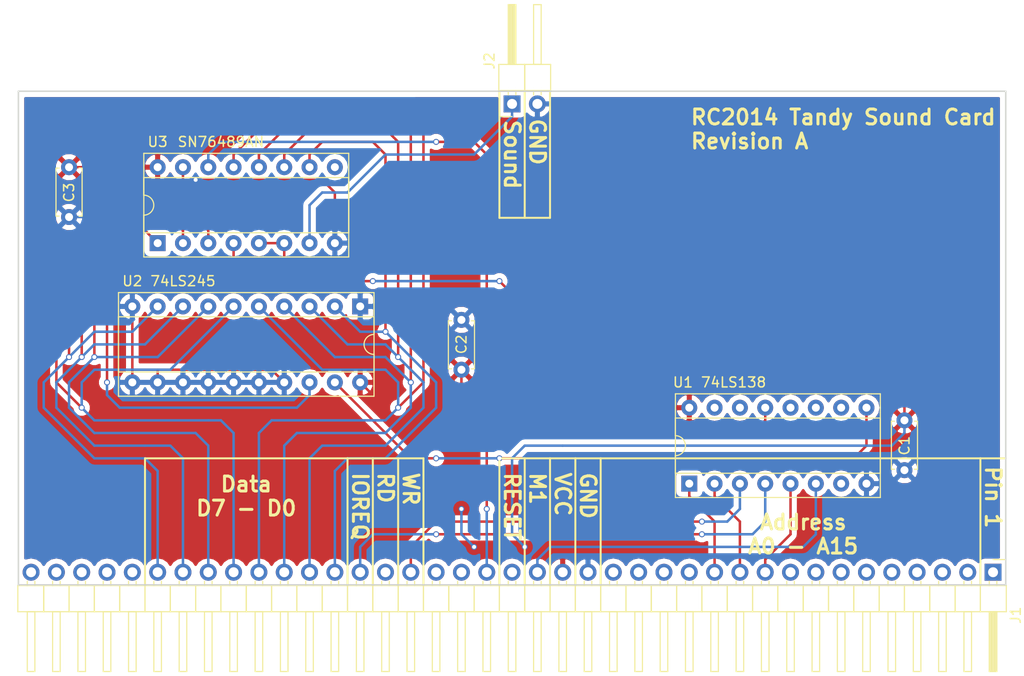
<source format=kicad_pcb>
(kicad_pcb (version 4) (host pcbnew 4.0.6)

  (general
    (links 49)
    (no_connects 0)
    (area 116.764999 85.014999 215.975001 134.695001)
    (thickness 1.6)
    (drawings 42)
    (tracks 277)
    (zones 0)
    (modules 8)
    (nets 22)
  )

  (page A4)
  (layers
    (0 F.Cu signal)
    (31 B.Cu signal)
    (32 B.Adhes user)
    (33 F.Adhes user)
    (34 B.Paste user)
    (35 F.Paste user)
    (36 B.SilkS user hide)
    (37 F.SilkS user)
    (38 B.Mask user)
    (39 F.Mask user)
    (40 Dwgs.User user)
    (41 Cmts.User user)
    (42 Eco1.User user)
    (43 Eco2.User user)
    (44 Edge.Cuts user)
    (45 Margin user)
    (46 B.CrtYd user)
    (47 F.CrtYd user)
    (48 B.Fab user)
    (49 F.Fab user)
  )

  (setup
    (last_trace_width 0.25)
    (trace_clearance 0.2)
    (zone_clearance 0.508)
    (zone_45_only no)
    (trace_min 0.2)
    (segment_width 0.2)
    (edge_width 0.15)
    (via_size 0.6)
    (via_drill 0.4)
    (via_min_size 0.4)
    (via_min_drill 0.3)
    (uvia_size 0.3)
    (uvia_drill 0.1)
    (uvias_allowed no)
    (uvia_min_size 0.2)
    (uvia_min_drill 0.1)
    (pcb_text_width 0.3)
    (pcb_text_size 1.5 1.5)
    (mod_edge_width 0.15)
    (mod_text_size 1 1)
    (mod_text_width 0.15)
    (pad_size 1.524 1.524)
    (pad_drill 0.762)
    (pad_to_mask_clearance 0.2)
    (aux_axis_origin 0 0)
    (visible_elements 7FFFFFFF)
    (pcbplotparams
      (layerselection 0x00030_80000001)
      (usegerberextensions false)
      (excludeedgelayer true)
      (linewidth 0.100000)
      (plotframeref false)
      (viasonmask false)
      (mode 1)
      (useauxorigin false)
      (hpglpennumber 1)
      (hpglpenspeed 20)
      (hpglpendiameter 15)
      (hpglpenoverlay 2)
      (psnegative false)
      (psa4output false)
      (plotreference true)
      (plotvalue true)
      (plotinvisibletext false)
      (padsonsilk false)
      (subtractmaskfromsilk false)
      (outputformat 1)
      (mirror false)
      (drillshape 1)
      (scaleselection 1)
      (outputdirectory ""))
  )

  (net 0 "")
  (net 1 VCC)
  (net 2 GND)
  (net 3 A4)
  (net 4 A5)
  (net 5 A6)
  (net 6 IOREQ)
  (net 7 M1)
  (net 8 D0)
  (net 9 D1)
  (net 10 D2)
  (net 11 D3)
  (net 12 D4)
  (net 13 D5)
  (net 14 D6)
  (net 15 D7)
  (net 16 WR)
  (net 17 CLOCK)
  (net 18 SND_OUT)
  (net 19 PORT32_RD)
  (net 20 PORT32_WR)
  (net 21 "Net-(U2-Pad18)")

  (net_class Default "This is the default net class."
    (clearance 0.2)
    (trace_width 0.25)
    (via_dia 0.6)
    (via_drill 0.4)
    (uvia_dia 0.3)
    (uvia_drill 0.1)
    (add_net A4)
    (add_net A5)
    (add_net A6)
    (add_net CLOCK)
    (add_net D0)
    (add_net D1)
    (add_net D2)
    (add_net D3)
    (add_net D4)
    (add_net D5)
    (add_net D6)
    (add_net D7)
    (add_net GND)
    (add_net IOREQ)
    (add_net M1)
    (add_net "Net-(U2-Pad18)")
    (add_net PORT32_RD)
    (add_net PORT32_WR)
    (add_net SND_OUT)
    (add_net VCC)
    (add_net WR)
  )

  (module Capacitors_THT:C_Disc_D4.7mm_W2.5mm_P5.00mm (layer F.Cu) (tedit 5917510B) (tstamp 59130A07)
    (at 205.74 118.11 270)
    (descr "C, Disc series, Radial, pin pitch=5.00mm, , diameter*width=4.7*2.5mm^2, Capacitor, http://www.vishay.com/docs/45233/krseries.pdf")
    (tags "C Disc series Radial pin pitch 5.00mm  diameter 4.7mm width 2.5mm Capacitor")
    (path /590DFF2B)
    (fp_text reference C1 (at 2.54 0 270) (layer F.SilkS)
      (effects (font (size 1 1) (thickness 0.15)))
    )
    (fp_text value 100nF (at 1.27 -2.54 270) (layer F.Fab)
      (effects (font (size 1 1) (thickness 0.15)))
    )
    (fp_line (start 0.15 -1.25) (end 0.15 1.25) (layer F.Fab) (width 0.1))
    (fp_line (start 0.15 1.25) (end 4.85 1.25) (layer F.Fab) (width 0.1))
    (fp_line (start 4.85 1.25) (end 4.85 -1.25) (layer F.Fab) (width 0.1))
    (fp_line (start 4.85 -1.25) (end 0.15 -1.25) (layer F.Fab) (width 0.1))
    (fp_line (start 0.09 -1.31) (end 4.91 -1.31) (layer F.SilkS) (width 0.12))
    (fp_line (start 0.09 1.31) (end 4.91 1.31) (layer F.SilkS) (width 0.12))
    (fp_line (start 0.09 -1.31) (end 0.09 -0.996) (layer F.SilkS) (width 0.12))
    (fp_line (start 0.09 0.996) (end 0.09 1.31) (layer F.SilkS) (width 0.12))
    (fp_line (start 4.91 -1.31) (end 4.91 -0.996) (layer F.SilkS) (width 0.12))
    (fp_line (start 4.91 0.996) (end 4.91 1.31) (layer F.SilkS) (width 0.12))
    (fp_line (start -1.05 -1.6) (end -1.05 1.6) (layer F.CrtYd) (width 0.05))
    (fp_line (start -1.05 1.6) (end 6.05 1.6) (layer F.CrtYd) (width 0.05))
    (fp_line (start 6.05 1.6) (end 6.05 -1.6) (layer F.CrtYd) (width 0.05))
    (fp_line (start 6.05 -1.6) (end -1.05 -1.6) (layer F.CrtYd) (width 0.05))
    (pad 1 thru_hole circle (at 0 0 270) (size 1.6 1.6) (drill 0.8) (layers *.Cu *.Mask)
      (net 1 VCC))
    (pad 2 thru_hole circle (at 5 0 270) (size 1.6 1.6) (drill 0.8) (layers *.Cu *.Mask)
      (net 2 GND))
    (model Capacitors_THT.3dshapes/C_Disc_D4.7mm_W2.5mm_P5.00mm.wrl
      (at (xyz 0 0 0))
      (scale (xyz 0.393701 0.393701 0.393701))
      (rotate (xyz 0 0 0))
    )
  )

  (module Housings_DIP:DIP-16_W7.62mm_Socket (layer F.Cu) (tedit 59131869) (tstamp 59130DAB)
    (at 184.15 124.46 90)
    (descr "16-lead dip package, row spacing 7.62 mm (300 mils), Socket")
    (tags "DIL DIP PDIP 2.54mm 7.62mm 300mil Socket")
    (path /5913CEF9)
    (fp_text reference U1 (at 10.16 -0.635 180) (layer F.SilkS)
      (effects (font (size 1 1) (thickness 0.15)))
    )
    (fp_text value 74LS138 (at 10.16 4.445 180) (layer F.SilkS)
      (effects (font (size 1 1) (thickness 0.15)))
    )
    (fp_text user %R (at 10.16 -0.635 180) (layer F.Fab)
      (effects (font (size 1 1) (thickness 0.15)))
    )
    (fp_line (start 1.635 -1.27) (end 6.985 -1.27) (layer F.Fab) (width 0.1))
    (fp_line (start 6.985 -1.27) (end 6.985 19.05) (layer F.Fab) (width 0.1))
    (fp_line (start 6.985 19.05) (end 0.635 19.05) (layer F.Fab) (width 0.1))
    (fp_line (start 0.635 19.05) (end 0.635 -0.27) (layer F.Fab) (width 0.1))
    (fp_line (start 0.635 -0.27) (end 1.635 -1.27) (layer F.Fab) (width 0.1))
    (fp_line (start -1.27 -1.27) (end -1.27 19.05) (layer F.Fab) (width 0.1))
    (fp_line (start -1.27 19.05) (end 8.89 19.05) (layer F.Fab) (width 0.1))
    (fp_line (start 8.89 19.05) (end 8.89 -1.27) (layer F.Fab) (width 0.1))
    (fp_line (start 8.89 -1.27) (end -1.27 -1.27) (layer F.Fab) (width 0.1))
    (fp_line (start 2.81 -1.39) (end 1.04 -1.39) (layer F.SilkS) (width 0.12))
    (fp_line (start 1.04 -1.39) (end 1.04 19.17) (layer F.SilkS) (width 0.12))
    (fp_line (start 1.04 19.17) (end 6.58 19.17) (layer F.SilkS) (width 0.12))
    (fp_line (start 6.58 19.17) (end 6.58 -1.39) (layer F.SilkS) (width 0.12))
    (fp_line (start 6.58 -1.39) (end 4.81 -1.39) (layer F.SilkS) (width 0.12))
    (fp_line (start -1.39 -1.39) (end -1.39 19.17) (layer F.SilkS) (width 0.12))
    (fp_line (start -1.39 19.17) (end 9.01 19.17) (layer F.SilkS) (width 0.12))
    (fp_line (start 9.01 19.17) (end 9.01 -1.39) (layer F.SilkS) (width 0.12))
    (fp_line (start 9.01 -1.39) (end -1.39 -1.39) (layer F.SilkS) (width 0.12))
    (fp_line (start -1.7 -1.7) (end -1.7 19.5) (layer F.CrtYd) (width 0.05))
    (fp_line (start -1.7 19.5) (end 9.3 19.5) (layer F.CrtYd) (width 0.05))
    (fp_line (start 9.3 19.5) (end 9.3 -1.7) (layer F.CrtYd) (width 0.05))
    (fp_line (start 9.3 -1.7) (end -1.7 -1.7) (layer F.CrtYd) (width 0.05))
    (fp_arc (start 3.81 -1.39) (end 2.81 -1.39) (angle -180) (layer F.SilkS) (width 0.12))
    (pad 1 thru_hole rect (at 0 0 90) (size 1.6 1.6) (drill 0.8) (layers *.Cu *.Mask)
      (net 3 A4))
    (pad 9 thru_hole oval (at 7.62 17.78 90) (size 1.6 1.6) (drill 0.8) (layers *.Cu *.Mask)
      (net 19 PORT32_RD))
    (pad 2 thru_hole oval (at 0 2.54 90) (size 1.6 1.6) (drill 0.8) (layers *.Cu *.Mask)
      (net 4 A5))
    (pad 10 thru_hole oval (at 7.62 15.24 90) (size 1.6 1.6) (drill 0.8) (layers *.Cu *.Mask))
    (pad 3 thru_hole oval (at 0 5.08 90) (size 1.6 1.6) (drill 0.8) (layers *.Cu *.Mask)
      (net 16 WR))
    (pad 11 thru_hole oval (at 7.62 12.7 90) (size 1.6 1.6) (drill 0.8) (layers *.Cu *.Mask))
    (pad 4 thru_hole oval (at 0 7.62 90) (size 1.6 1.6) (drill 0.8) (layers *.Cu *.Mask)
      (net 6 IOREQ))
    (pad 12 thru_hole oval (at 7.62 10.16 90) (size 1.6 1.6) (drill 0.8) (layers *.Cu *.Mask))
    (pad 5 thru_hole oval (at 0 10.16 90) (size 1.6 1.6) (drill 0.8) (layers *.Cu *.Mask)
      (net 5 A6))
    (pad 13 thru_hole oval (at 7.62 7.62 90) (size 1.6 1.6) (drill 0.8) (layers *.Cu *.Mask)
      (net 20 PORT32_WR))
    (pad 6 thru_hole oval (at 0 12.7 90) (size 1.6 1.6) (drill 0.8) (layers *.Cu *.Mask)
      (net 7 M1))
    (pad 14 thru_hole oval (at 7.62 5.08 90) (size 1.6 1.6) (drill 0.8) (layers *.Cu *.Mask))
    (pad 7 thru_hole oval (at 0 15.24 90) (size 1.6 1.6) (drill 0.8) (layers *.Cu *.Mask))
    (pad 15 thru_hole oval (at 7.62 2.54 90) (size 1.6 1.6) (drill 0.8) (layers *.Cu *.Mask))
    (pad 8 thru_hole oval (at 0 17.78 90) (size 1.6 1.6) (drill 0.8) (layers *.Cu *.Mask)
      (net 2 GND))
    (pad 16 thru_hole oval (at 7.62 0 90) (size 1.6 1.6) (drill 0.8) (layers *.Cu *.Mask)
      (net 1 VCC))
    (model Housings_DIP.3dshapes/DIP-16_W7.62mm_Socket.wrl
      (at (xyz 0 0 0))
      (scale (xyz 1 1 1))
      (rotate (xyz 0 0 0))
    )
  )

  (module Capacitors_THT:C_Disc_D4.7mm_W2.5mm_P5.00mm (layer F.Cu) (tedit 59175113) (tstamp 5917474C)
    (at 161.29 113.03 90)
    (descr "C, Disc series, Radial, pin pitch=5.00mm, , diameter*width=4.7*2.5mm^2, Capacitor, http://www.vishay.com/docs/45233/krseries.pdf")
    (tags "C Disc series Radial pin pitch 5.00mm  diameter 4.7mm width 2.5mm Capacitor")
    (path /5917A80B)
    (fp_text reference C2 (at 2.54 0 90) (layer F.SilkS)
      (effects (font (size 1 1) (thickness 0.15)))
    )
    (fp_text value 100nF (at 2.5 2.31 90) (layer F.Fab)
      (effects (font (size 1 1) (thickness 0.15)))
    )
    (fp_line (start 0.15 -1.25) (end 0.15 1.25) (layer F.Fab) (width 0.1))
    (fp_line (start 0.15 1.25) (end 4.85 1.25) (layer F.Fab) (width 0.1))
    (fp_line (start 4.85 1.25) (end 4.85 -1.25) (layer F.Fab) (width 0.1))
    (fp_line (start 4.85 -1.25) (end 0.15 -1.25) (layer F.Fab) (width 0.1))
    (fp_line (start 0.09 -1.31) (end 4.91 -1.31) (layer F.SilkS) (width 0.12))
    (fp_line (start 0.09 1.31) (end 4.91 1.31) (layer F.SilkS) (width 0.12))
    (fp_line (start 0.09 -1.31) (end 0.09 -0.996) (layer F.SilkS) (width 0.12))
    (fp_line (start 0.09 0.996) (end 0.09 1.31) (layer F.SilkS) (width 0.12))
    (fp_line (start 4.91 -1.31) (end 4.91 -0.996) (layer F.SilkS) (width 0.12))
    (fp_line (start 4.91 0.996) (end 4.91 1.31) (layer F.SilkS) (width 0.12))
    (fp_line (start -1.05 -1.6) (end -1.05 1.6) (layer F.CrtYd) (width 0.05))
    (fp_line (start -1.05 1.6) (end 6.05 1.6) (layer F.CrtYd) (width 0.05))
    (fp_line (start 6.05 1.6) (end 6.05 -1.6) (layer F.CrtYd) (width 0.05))
    (fp_line (start 6.05 -1.6) (end -1.05 -1.6) (layer F.CrtYd) (width 0.05))
    (pad 1 thru_hole circle (at 0 0 90) (size 1.6 1.6) (drill 0.8) (layers *.Cu *.Mask)
      (net 1 VCC))
    (pad 2 thru_hole circle (at 5 0 90) (size 1.6 1.6) (drill 0.8) (layers *.Cu *.Mask)
      (net 2 GND))
    (model Capacitors_THT.3dshapes/C_Disc_D4.7mm_W2.5mm_P5.00mm.wrl
      (at (xyz 0 0 0))
      (scale (xyz 0.393701 0.393701 0.393701))
      (rotate (xyz 0 0 0))
    )
  )

  (module Capacitors_THT:C_Disc_D4.7mm_W2.5mm_P5.00mm (layer F.Cu) (tedit 59175118) (tstamp 59174752)
    (at 121.92 92.71 270)
    (descr "C, Disc series, Radial, pin pitch=5.00mm, , diameter*width=4.7*2.5mm^2, Capacitor, http://www.vishay.com/docs/45233/krseries.pdf")
    (tags "C Disc series Radial pin pitch 5.00mm  diameter 4.7mm width 2.5mm Capacitor")
    (path /5917A835)
    (fp_text reference C3 (at 2.54 0 270) (layer F.SilkS)
      (effects (font (size 1 1) (thickness 0.15)))
    )
    (fp_text value 100nF (at 2.5 2.31 270) (layer F.Fab)
      (effects (font (size 1 1) (thickness 0.15)))
    )
    (fp_line (start 0.15 -1.25) (end 0.15 1.25) (layer F.Fab) (width 0.1))
    (fp_line (start 0.15 1.25) (end 4.85 1.25) (layer F.Fab) (width 0.1))
    (fp_line (start 4.85 1.25) (end 4.85 -1.25) (layer F.Fab) (width 0.1))
    (fp_line (start 4.85 -1.25) (end 0.15 -1.25) (layer F.Fab) (width 0.1))
    (fp_line (start 0.09 -1.31) (end 4.91 -1.31) (layer F.SilkS) (width 0.12))
    (fp_line (start 0.09 1.31) (end 4.91 1.31) (layer F.SilkS) (width 0.12))
    (fp_line (start 0.09 -1.31) (end 0.09 -0.996) (layer F.SilkS) (width 0.12))
    (fp_line (start 0.09 0.996) (end 0.09 1.31) (layer F.SilkS) (width 0.12))
    (fp_line (start 4.91 -1.31) (end 4.91 -0.996) (layer F.SilkS) (width 0.12))
    (fp_line (start 4.91 0.996) (end 4.91 1.31) (layer F.SilkS) (width 0.12))
    (fp_line (start -1.05 -1.6) (end -1.05 1.6) (layer F.CrtYd) (width 0.05))
    (fp_line (start -1.05 1.6) (end 6.05 1.6) (layer F.CrtYd) (width 0.05))
    (fp_line (start 6.05 1.6) (end 6.05 -1.6) (layer F.CrtYd) (width 0.05))
    (fp_line (start 6.05 -1.6) (end -1.05 -1.6) (layer F.CrtYd) (width 0.05))
    (pad 1 thru_hole circle (at 0 0 270) (size 1.6 1.6) (drill 0.8) (layers *.Cu *.Mask)
      (net 1 VCC))
    (pad 2 thru_hole circle (at 5 0 270) (size 1.6 1.6) (drill 0.8) (layers *.Cu *.Mask)
      (net 2 GND))
    (model Capacitors_THT.3dshapes/C_Disc_D4.7mm_W2.5mm_P5.00mm.wrl
      (at (xyz 0 0 0))
      (scale (xyz 0.393701 0.393701 0.393701))
      (rotate (xyz 0 0 0))
    )
  )

  (module Pin_Headers:Pin_Header_Angled_1x39_Pitch2.54mm (layer F.Cu) (tedit 58CD4EC5) (tstamp 59174753)
    (at 214.63 133.35 270)
    (descr "Through hole angled pin header, 1x39, 2.54mm pitch, 6mm pin length, single row")
    (tags "Through hole angled pin header THT 1x39 2.54mm single row")
    (path /590B4CA1)
    (fp_text reference J1 (at 4.315 -2.27 270) (layer F.SilkS)
      (effects (font (size 1 1) (thickness 0.15)))
    )
    (fp_text value CONN_01X39 (at 4.315 98.79 270) (layer F.Fab)
      (effects (font (size 1 1) (thickness 0.15)))
    )
    (fp_line (start 1.4 -1.27) (end 1.4 1.27) (layer F.Fab) (width 0.1))
    (fp_line (start 1.4 1.27) (end 3.9 1.27) (layer F.Fab) (width 0.1))
    (fp_line (start 3.9 1.27) (end 3.9 -1.27) (layer F.Fab) (width 0.1))
    (fp_line (start 3.9 -1.27) (end 1.4 -1.27) (layer F.Fab) (width 0.1))
    (fp_line (start 0 -0.32) (end 0 0.32) (layer F.Fab) (width 0.1))
    (fp_line (start 0 0.32) (end 9.9 0.32) (layer F.Fab) (width 0.1))
    (fp_line (start 9.9 0.32) (end 9.9 -0.32) (layer F.Fab) (width 0.1))
    (fp_line (start 9.9 -0.32) (end 0 -0.32) (layer F.Fab) (width 0.1))
    (fp_line (start 1.4 1.27) (end 1.4 3.81) (layer F.Fab) (width 0.1))
    (fp_line (start 1.4 3.81) (end 3.9 3.81) (layer F.Fab) (width 0.1))
    (fp_line (start 3.9 3.81) (end 3.9 1.27) (layer F.Fab) (width 0.1))
    (fp_line (start 3.9 1.27) (end 1.4 1.27) (layer F.Fab) (width 0.1))
    (fp_line (start 0 2.22) (end 0 2.86) (layer F.Fab) (width 0.1))
    (fp_line (start 0 2.86) (end 9.9 2.86) (layer F.Fab) (width 0.1))
    (fp_line (start 9.9 2.86) (end 9.9 2.22) (layer F.Fab) (width 0.1))
    (fp_line (start 9.9 2.22) (end 0 2.22) (layer F.Fab) (width 0.1))
    (fp_line (start 1.4 3.81) (end 1.4 6.35) (layer F.Fab) (width 0.1))
    (fp_line (start 1.4 6.35) (end 3.9 6.35) (layer F.Fab) (width 0.1))
    (fp_line (start 3.9 6.35) (end 3.9 3.81) (layer F.Fab) (width 0.1))
    (fp_line (start 3.9 3.81) (end 1.4 3.81) (layer F.Fab) (width 0.1))
    (fp_line (start 0 4.76) (end 0 5.4) (layer F.Fab) (width 0.1))
    (fp_line (start 0 5.4) (end 9.9 5.4) (layer F.Fab) (width 0.1))
    (fp_line (start 9.9 5.4) (end 9.9 4.76) (layer F.Fab) (width 0.1))
    (fp_line (start 9.9 4.76) (end 0 4.76) (layer F.Fab) (width 0.1))
    (fp_line (start 1.4 6.35) (end 1.4 8.89) (layer F.Fab) (width 0.1))
    (fp_line (start 1.4 8.89) (end 3.9 8.89) (layer F.Fab) (width 0.1))
    (fp_line (start 3.9 8.89) (end 3.9 6.35) (layer F.Fab) (width 0.1))
    (fp_line (start 3.9 6.35) (end 1.4 6.35) (layer F.Fab) (width 0.1))
    (fp_line (start 0 7.3) (end 0 7.94) (layer F.Fab) (width 0.1))
    (fp_line (start 0 7.94) (end 9.9 7.94) (layer F.Fab) (width 0.1))
    (fp_line (start 9.9 7.94) (end 9.9 7.3) (layer F.Fab) (width 0.1))
    (fp_line (start 9.9 7.3) (end 0 7.3) (layer F.Fab) (width 0.1))
    (fp_line (start 1.4 8.89) (end 1.4 11.43) (layer F.Fab) (width 0.1))
    (fp_line (start 1.4 11.43) (end 3.9 11.43) (layer F.Fab) (width 0.1))
    (fp_line (start 3.9 11.43) (end 3.9 8.89) (layer F.Fab) (width 0.1))
    (fp_line (start 3.9 8.89) (end 1.4 8.89) (layer F.Fab) (width 0.1))
    (fp_line (start 0 9.84) (end 0 10.48) (layer F.Fab) (width 0.1))
    (fp_line (start 0 10.48) (end 9.9 10.48) (layer F.Fab) (width 0.1))
    (fp_line (start 9.9 10.48) (end 9.9 9.84) (layer F.Fab) (width 0.1))
    (fp_line (start 9.9 9.84) (end 0 9.84) (layer F.Fab) (width 0.1))
    (fp_line (start 1.4 11.43) (end 1.4 13.97) (layer F.Fab) (width 0.1))
    (fp_line (start 1.4 13.97) (end 3.9 13.97) (layer F.Fab) (width 0.1))
    (fp_line (start 3.9 13.97) (end 3.9 11.43) (layer F.Fab) (width 0.1))
    (fp_line (start 3.9 11.43) (end 1.4 11.43) (layer F.Fab) (width 0.1))
    (fp_line (start 0 12.38) (end 0 13.02) (layer F.Fab) (width 0.1))
    (fp_line (start 0 13.02) (end 9.9 13.02) (layer F.Fab) (width 0.1))
    (fp_line (start 9.9 13.02) (end 9.9 12.38) (layer F.Fab) (width 0.1))
    (fp_line (start 9.9 12.38) (end 0 12.38) (layer F.Fab) (width 0.1))
    (fp_line (start 1.4 13.97) (end 1.4 16.51) (layer F.Fab) (width 0.1))
    (fp_line (start 1.4 16.51) (end 3.9 16.51) (layer F.Fab) (width 0.1))
    (fp_line (start 3.9 16.51) (end 3.9 13.97) (layer F.Fab) (width 0.1))
    (fp_line (start 3.9 13.97) (end 1.4 13.97) (layer F.Fab) (width 0.1))
    (fp_line (start 0 14.92) (end 0 15.56) (layer F.Fab) (width 0.1))
    (fp_line (start 0 15.56) (end 9.9 15.56) (layer F.Fab) (width 0.1))
    (fp_line (start 9.9 15.56) (end 9.9 14.92) (layer F.Fab) (width 0.1))
    (fp_line (start 9.9 14.92) (end 0 14.92) (layer F.Fab) (width 0.1))
    (fp_line (start 1.4 16.51) (end 1.4 19.05) (layer F.Fab) (width 0.1))
    (fp_line (start 1.4 19.05) (end 3.9 19.05) (layer F.Fab) (width 0.1))
    (fp_line (start 3.9 19.05) (end 3.9 16.51) (layer F.Fab) (width 0.1))
    (fp_line (start 3.9 16.51) (end 1.4 16.51) (layer F.Fab) (width 0.1))
    (fp_line (start 0 17.46) (end 0 18.1) (layer F.Fab) (width 0.1))
    (fp_line (start 0 18.1) (end 9.9 18.1) (layer F.Fab) (width 0.1))
    (fp_line (start 9.9 18.1) (end 9.9 17.46) (layer F.Fab) (width 0.1))
    (fp_line (start 9.9 17.46) (end 0 17.46) (layer F.Fab) (width 0.1))
    (fp_line (start 1.4 19.05) (end 1.4 21.59) (layer F.Fab) (width 0.1))
    (fp_line (start 1.4 21.59) (end 3.9 21.59) (layer F.Fab) (width 0.1))
    (fp_line (start 3.9 21.59) (end 3.9 19.05) (layer F.Fab) (width 0.1))
    (fp_line (start 3.9 19.05) (end 1.4 19.05) (layer F.Fab) (width 0.1))
    (fp_line (start 0 20) (end 0 20.64) (layer F.Fab) (width 0.1))
    (fp_line (start 0 20.64) (end 9.9 20.64) (layer F.Fab) (width 0.1))
    (fp_line (start 9.9 20.64) (end 9.9 20) (layer F.Fab) (width 0.1))
    (fp_line (start 9.9 20) (end 0 20) (layer F.Fab) (width 0.1))
    (fp_line (start 1.4 21.59) (end 1.4 24.13) (layer F.Fab) (width 0.1))
    (fp_line (start 1.4 24.13) (end 3.9 24.13) (layer F.Fab) (width 0.1))
    (fp_line (start 3.9 24.13) (end 3.9 21.59) (layer F.Fab) (width 0.1))
    (fp_line (start 3.9 21.59) (end 1.4 21.59) (layer F.Fab) (width 0.1))
    (fp_line (start 0 22.54) (end 0 23.18) (layer F.Fab) (width 0.1))
    (fp_line (start 0 23.18) (end 9.9 23.18) (layer F.Fab) (width 0.1))
    (fp_line (start 9.9 23.18) (end 9.9 22.54) (layer F.Fab) (width 0.1))
    (fp_line (start 9.9 22.54) (end 0 22.54) (layer F.Fab) (width 0.1))
    (fp_line (start 1.4 24.13) (end 1.4 26.67) (layer F.Fab) (width 0.1))
    (fp_line (start 1.4 26.67) (end 3.9 26.67) (layer F.Fab) (width 0.1))
    (fp_line (start 3.9 26.67) (end 3.9 24.13) (layer F.Fab) (width 0.1))
    (fp_line (start 3.9 24.13) (end 1.4 24.13) (layer F.Fab) (width 0.1))
    (fp_line (start 0 25.08) (end 0 25.72) (layer F.Fab) (width 0.1))
    (fp_line (start 0 25.72) (end 9.9 25.72) (layer F.Fab) (width 0.1))
    (fp_line (start 9.9 25.72) (end 9.9 25.08) (layer F.Fab) (width 0.1))
    (fp_line (start 9.9 25.08) (end 0 25.08) (layer F.Fab) (width 0.1))
    (fp_line (start 1.4 26.67) (end 1.4 29.21) (layer F.Fab) (width 0.1))
    (fp_line (start 1.4 29.21) (end 3.9 29.21) (layer F.Fab) (width 0.1))
    (fp_line (start 3.9 29.21) (end 3.9 26.67) (layer F.Fab) (width 0.1))
    (fp_line (start 3.9 26.67) (end 1.4 26.67) (layer F.Fab) (width 0.1))
    (fp_line (start 0 27.62) (end 0 28.26) (layer F.Fab) (width 0.1))
    (fp_line (start 0 28.26) (end 9.9 28.26) (layer F.Fab) (width 0.1))
    (fp_line (start 9.9 28.26) (end 9.9 27.62) (layer F.Fab) (width 0.1))
    (fp_line (start 9.9 27.62) (end 0 27.62) (layer F.Fab) (width 0.1))
    (fp_line (start 1.4 29.21) (end 1.4 31.75) (layer F.Fab) (width 0.1))
    (fp_line (start 1.4 31.75) (end 3.9 31.75) (layer F.Fab) (width 0.1))
    (fp_line (start 3.9 31.75) (end 3.9 29.21) (layer F.Fab) (width 0.1))
    (fp_line (start 3.9 29.21) (end 1.4 29.21) (layer F.Fab) (width 0.1))
    (fp_line (start 0 30.16) (end 0 30.8) (layer F.Fab) (width 0.1))
    (fp_line (start 0 30.8) (end 9.9 30.8) (layer F.Fab) (width 0.1))
    (fp_line (start 9.9 30.8) (end 9.9 30.16) (layer F.Fab) (width 0.1))
    (fp_line (start 9.9 30.16) (end 0 30.16) (layer F.Fab) (width 0.1))
    (fp_line (start 1.4 31.75) (end 1.4 34.29) (layer F.Fab) (width 0.1))
    (fp_line (start 1.4 34.29) (end 3.9 34.29) (layer F.Fab) (width 0.1))
    (fp_line (start 3.9 34.29) (end 3.9 31.75) (layer F.Fab) (width 0.1))
    (fp_line (start 3.9 31.75) (end 1.4 31.75) (layer F.Fab) (width 0.1))
    (fp_line (start 0 32.7) (end 0 33.34) (layer F.Fab) (width 0.1))
    (fp_line (start 0 33.34) (end 9.9 33.34) (layer F.Fab) (width 0.1))
    (fp_line (start 9.9 33.34) (end 9.9 32.7) (layer F.Fab) (width 0.1))
    (fp_line (start 9.9 32.7) (end 0 32.7) (layer F.Fab) (width 0.1))
    (fp_line (start 1.4 34.29) (end 1.4 36.83) (layer F.Fab) (width 0.1))
    (fp_line (start 1.4 36.83) (end 3.9 36.83) (layer F.Fab) (width 0.1))
    (fp_line (start 3.9 36.83) (end 3.9 34.29) (layer F.Fab) (width 0.1))
    (fp_line (start 3.9 34.29) (end 1.4 34.29) (layer F.Fab) (width 0.1))
    (fp_line (start 0 35.24) (end 0 35.88) (layer F.Fab) (width 0.1))
    (fp_line (start 0 35.88) (end 9.9 35.88) (layer F.Fab) (width 0.1))
    (fp_line (start 9.9 35.88) (end 9.9 35.24) (layer F.Fab) (width 0.1))
    (fp_line (start 9.9 35.24) (end 0 35.24) (layer F.Fab) (width 0.1))
    (fp_line (start 1.4 36.83) (end 1.4 39.37) (layer F.Fab) (width 0.1))
    (fp_line (start 1.4 39.37) (end 3.9 39.37) (layer F.Fab) (width 0.1))
    (fp_line (start 3.9 39.37) (end 3.9 36.83) (layer F.Fab) (width 0.1))
    (fp_line (start 3.9 36.83) (end 1.4 36.83) (layer F.Fab) (width 0.1))
    (fp_line (start 0 37.78) (end 0 38.42) (layer F.Fab) (width 0.1))
    (fp_line (start 0 38.42) (end 9.9 38.42) (layer F.Fab) (width 0.1))
    (fp_line (start 9.9 38.42) (end 9.9 37.78) (layer F.Fab) (width 0.1))
    (fp_line (start 9.9 37.78) (end 0 37.78) (layer F.Fab) (width 0.1))
    (fp_line (start 1.4 39.37) (end 1.4 41.91) (layer F.Fab) (width 0.1))
    (fp_line (start 1.4 41.91) (end 3.9 41.91) (layer F.Fab) (width 0.1))
    (fp_line (start 3.9 41.91) (end 3.9 39.37) (layer F.Fab) (width 0.1))
    (fp_line (start 3.9 39.37) (end 1.4 39.37) (layer F.Fab) (width 0.1))
    (fp_line (start 0 40.32) (end 0 40.96) (layer F.Fab) (width 0.1))
    (fp_line (start 0 40.96) (end 9.9 40.96) (layer F.Fab) (width 0.1))
    (fp_line (start 9.9 40.96) (end 9.9 40.32) (layer F.Fab) (width 0.1))
    (fp_line (start 9.9 40.32) (end 0 40.32) (layer F.Fab) (width 0.1))
    (fp_line (start 1.4 41.91) (end 1.4 44.45) (layer F.Fab) (width 0.1))
    (fp_line (start 1.4 44.45) (end 3.9 44.45) (layer F.Fab) (width 0.1))
    (fp_line (start 3.9 44.45) (end 3.9 41.91) (layer F.Fab) (width 0.1))
    (fp_line (start 3.9 41.91) (end 1.4 41.91) (layer F.Fab) (width 0.1))
    (fp_line (start 0 42.86) (end 0 43.5) (layer F.Fab) (width 0.1))
    (fp_line (start 0 43.5) (end 9.9 43.5) (layer F.Fab) (width 0.1))
    (fp_line (start 9.9 43.5) (end 9.9 42.86) (layer F.Fab) (width 0.1))
    (fp_line (start 9.9 42.86) (end 0 42.86) (layer F.Fab) (width 0.1))
    (fp_line (start 1.4 44.45) (end 1.4 46.99) (layer F.Fab) (width 0.1))
    (fp_line (start 1.4 46.99) (end 3.9 46.99) (layer F.Fab) (width 0.1))
    (fp_line (start 3.9 46.99) (end 3.9 44.45) (layer F.Fab) (width 0.1))
    (fp_line (start 3.9 44.45) (end 1.4 44.45) (layer F.Fab) (width 0.1))
    (fp_line (start 0 45.4) (end 0 46.04) (layer F.Fab) (width 0.1))
    (fp_line (start 0 46.04) (end 9.9 46.04) (layer F.Fab) (width 0.1))
    (fp_line (start 9.9 46.04) (end 9.9 45.4) (layer F.Fab) (width 0.1))
    (fp_line (start 9.9 45.4) (end 0 45.4) (layer F.Fab) (width 0.1))
    (fp_line (start 1.4 46.99) (end 1.4 49.53) (layer F.Fab) (width 0.1))
    (fp_line (start 1.4 49.53) (end 3.9 49.53) (layer F.Fab) (width 0.1))
    (fp_line (start 3.9 49.53) (end 3.9 46.99) (layer F.Fab) (width 0.1))
    (fp_line (start 3.9 46.99) (end 1.4 46.99) (layer F.Fab) (width 0.1))
    (fp_line (start 0 47.94) (end 0 48.58) (layer F.Fab) (width 0.1))
    (fp_line (start 0 48.58) (end 9.9 48.58) (layer F.Fab) (width 0.1))
    (fp_line (start 9.9 48.58) (end 9.9 47.94) (layer F.Fab) (width 0.1))
    (fp_line (start 9.9 47.94) (end 0 47.94) (layer F.Fab) (width 0.1))
    (fp_line (start 1.4 49.53) (end 1.4 52.07) (layer F.Fab) (width 0.1))
    (fp_line (start 1.4 52.07) (end 3.9 52.07) (layer F.Fab) (width 0.1))
    (fp_line (start 3.9 52.07) (end 3.9 49.53) (layer F.Fab) (width 0.1))
    (fp_line (start 3.9 49.53) (end 1.4 49.53) (layer F.Fab) (width 0.1))
    (fp_line (start 0 50.48) (end 0 51.12) (layer F.Fab) (width 0.1))
    (fp_line (start 0 51.12) (end 9.9 51.12) (layer F.Fab) (width 0.1))
    (fp_line (start 9.9 51.12) (end 9.9 50.48) (layer F.Fab) (width 0.1))
    (fp_line (start 9.9 50.48) (end 0 50.48) (layer F.Fab) (width 0.1))
    (fp_line (start 1.4 52.07) (end 1.4 54.61) (layer F.Fab) (width 0.1))
    (fp_line (start 1.4 54.61) (end 3.9 54.61) (layer F.Fab) (width 0.1))
    (fp_line (start 3.9 54.61) (end 3.9 52.07) (layer F.Fab) (width 0.1))
    (fp_line (start 3.9 52.07) (end 1.4 52.07) (layer F.Fab) (width 0.1))
    (fp_line (start 0 53.02) (end 0 53.66) (layer F.Fab) (width 0.1))
    (fp_line (start 0 53.66) (end 9.9 53.66) (layer F.Fab) (width 0.1))
    (fp_line (start 9.9 53.66) (end 9.9 53.02) (layer F.Fab) (width 0.1))
    (fp_line (start 9.9 53.02) (end 0 53.02) (layer F.Fab) (width 0.1))
    (fp_line (start 1.4 54.61) (end 1.4 57.15) (layer F.Fab) (width 0.1))
    (fp_line (start 1.4 57.15) (end 3.9 57.15) (layer F.Fab) (width 0.1))
    (fp_line (start 3.9 57.15) (end 3.9 54.61) (layer F.Fab) (width 0.1))
    (fp_line (start 3.9 54.61) (end 1.4 54.61) (layer F.Fab) (width 0.1))
    (fp_line (start 0 55.56) (end 0 56.2) (layer F.Fab) (width 0.1))
    (fp_line (start 0 56.2) (end 9.9 56.2) (layer F.Fab) (width 0.1))
    (fp_line (start 9.9 56.2) (end 9.9 55.56) (layer F.Fab) (width 0.1))
    (fp_line (start 9.9 55.56) (end 0 55.56) (layer F.Fab) (width 0.1))
    (fp_line (start 1.4 57.15) (end 1.4 59.69) (layer F.Fab) (width 0.1))
    (fp_line (start 1.4 59.69) (end 3.9 59.69) (layer F.Fab) (width 0.1))
    (fp_line (start 3.9 59.69) (end 3.9 57.15) (layer F.Fab) (width 0.1))
    (fp_line (start 3.9 57.15) (end 1.4 57.15) (layer F.Fab) (width 0.1))
    (fp_line (start 0 58.1) (end 0 58.74) (layer F.Fab) (width 0.1))
    (fp_line (start 0 58.74) (end 9.9 58.74) (layer F.Fab) (width 0.1))
    (fp_line (start 9.9 58.74) (end 9.9 58.1) (layer F.Fab) (width 0.1))
    (fp_line (start 9.9 58.1) (end 0 58.1) (layer F.Fab) (width 0.1))
    (fp_line (start 1.4 59.69) (end 1.4 62.23) (layer F.Fab) (width 0.1))
    (fp_line (start 1.4 62.23) (end 3.9 62.23) (layer F.Fab) (width 0.1))
    (fp_line (start 3.9 62.23) (end 3.9 59.69) (layer F.Fab) (width 0.1))
    (fp_line (start 3.9 59.69) (end 1.4 59.69) (layer F.Fab) (width 0.1))
    (fp_line (start 0 60.64) (end 0 61.28) (layer F.Fab) (width 0.1))
    (fp_line (start 0 61.28) (end 9.9 61.28) (layer F.Fab) (width 0.1))
    (fp_line (start 9.9 61.28) (end 9.9 60.64) (layer F.Fab) (width 0.1))
    (fp_line (start 9.9 60.64) (end 0 60.64) (layer F.Fab) (width 0.1))
    (fp_line (start 1.4 62.23) (end 1.4 64.77) (layer F.Fab) (width 0.1))
    (fp_line (start 1.4 64.77) (end 3.9 64.77) (layer F.Fab) (width 0.1))
    (fp_line (start 3.9 64.77) (end 3.9 62.23) (layer F.Fab) (width 0.1))
    (fp_line (start 3.9 62.23) (end 1.4 62.23) (layer F.Fab) (width 0.1))
    (fp_line (start 0 63.18) (end 0 63.82) (layer F.Fab) (width 0.1))
    (fp_line (start 0 63.82) (end 9.9 63.82) (layer F.Fab) (width 0.1))
    (fp_line (start 9.9 63.82) (end 9.9 63.18) (layer F.Fab) (width 0.1))
    (fp_line (start 9.9 63.18) (end 0 63.18) (layer F.Fab) (width 0.1))
    (fp_line (start 1.4 64.77) (end 1.4 67.31) (layer F.Fab) (width 0.1))
    (fp_line (start 1.4 67.31) (end 3.9 67.31) (layer F.Fab) (width 0.1))
    (fp_line (start 3.9 67.31) (end 3.9 64.77) (layer F.Fab) (width 0.1))
    (fp_line (start 3.9 64.77) (end 1.4 64.77) (layer F.Fab) (width 0.1))
    (fp_line (start 0 65.72) (end 0 66.36) (layer F.Fab) (width 0.1))
    (fp_line (start 0 66.36) (end 9.9 66.36) (layer F.Fab) (width 0.1))
    (fp_line (start 9.9 66.36) (end 9.9 65.72) (layer F.Fab) (width 0.1))
    (fp_line (start 9.9 65.72) (end 0 65.72) (layer F.Fab) (width 0.1))
    (fp_line (start 1.4 67.31) (end 1.4 69.85) (layer F.Fab) (width 0.1))
    (fp_line (start 1.4 69.85) (end 3.9 69.85) (layer F.Fab) (width 0.1))
    (fp_line (start 3.9 69.85) (end 3.9 67.31) (layer F.Fab) (width 0.1))
    (fp_line (start 3.9 67.31) (end 1.4 67.31) (layer F.Fab) (width 0.1))
    (fp_line (start 0 68.26) (end 0 68.9) (layer F.Fab) (width 0.1))
    (fp_line (start 0 68.9) (end 9.9 68.9) (layer F.Fab) (width 0.1))
    (fp_line (start 9.9 68.9) (end 9.9 68.26) (layer F.Fab) (width 0.1))
    (fp_line (start 9.9 68.26) (end 0 68.26) (layer F.Fab) (width 0.1))
    (fp_line (start 1.4 69.85) (end 1.4 72.39) (layer F.Fab) (width 0.1))
    (fp_line (start 1.4 72.39) (end 3.9 72.39) (layer F.Fab) (width 0.1))
    (fp_line (start 3.9 72.39) (end 3.9 69.85) (layer F.Fab) (width 0.1))
    (fp_line (start 3.9 69.85) (end 1.4 69.85) (layer F.Fab) (width 0.1))
    (fp_line (start 0 70.8) (end 0 71.44) (layer F.Fab) (width 0.1))
    (fp_line (start 0 71.44) (end 9.9 71.44) (layer F.Fab) (width 0.1))
    (fp_line (start 9.9 71.44) (end 9.9 70.8) (layer F.Fab) (width 0.1))
    (fp_line (start 9.9 70.8) (end 0 70.8) (layer F.Fab) (width 0.1))
    (fp_line (start 1.4 72.39) (end 1.4 74.93) (layer F.Fab) (width 0.1))
    (fp_line (start 1.4 74.93) (end 3.9 74.93) (layer F.Fab) (width 0.1))
    (fp_line (start 3.9 74.93) (end 3.9 72.39) (layer F.Fab) (width 0.1))
    (fp_line (start 3.9 72.39) (end 1.4 72.39) (layer F.Fab) (width 0.1))
    (fp_line (start 0 73.34) (end 0 73.98) (layer F.Fab) (width 0.1))
    (fp_line (start 0 73.98) (end 9.9 73.98) (layer F.Fab) (width 0.1))
    (fp_line (start 9.9 73.98) (end 9.9 73.34) (layer F.Fab) (width 0.1))
    (fp_line (start 9.9 73.34) (end 0 73.34) (layer F.Fab) (width 0.1))
    (fp_line (start 1.4 74.93) (end 1.4 77.47) (layer F.Fab) (width 0.1))
    (fp_line (start 1.4 77.47) (end 3.9 77.47) (layer F.Fab) (width 0.1))
    (fp_line (start 3.9 77.47) (end 3.9 74.93) (layer F.Fab) (width 0.1))
    (fp_line (start 3.9 74.93) (end 1.4 74.93) (layer F.Fab) (width 0.1))
    (fp_line (start 0 75.88) (end 0 76.52) (layer F.Fab) (width 0.1))
    (fp_line (start 0 76.52) (end 9.9 76.52) (layer F.Fab) (width 0.1))
    (fp_line (start 9.9 76.52) (end 9.9 75.88) (layer F.Fab) (width 0.1))
    (fp_line (start 9.9 75.88) (end 0 75.88) (layer F.Fab) (width 0.1))
    (fp_line (start 1.4 77.47) (end 1.4 80.01) (layer F.Fab) (width 0.1))
    (fp_line (start 1.4 80.01) (end 3.9 80.01) (layer F.Fab) (width 0.1))
    (fp_line (start 3.9 80.01) (end 3.9 77.47) (layer F.Fab) (width 0.1))
    (fp_line (start 3.9 77.47) (end 1.4 77.47) (layer F.Fab) (width 0.1))
    (fp_line (start 0 78.42) (end 0 79.06) (layer F.Fab) (width 0.1))
    (fp_line (start 0 79.06) (end 9.9 79.06) (layer F.Fab) (width 0.1))
    (fp_line (start 9.9 79.06) (end 9.9 78.42) (layer F.Fab) (width 0.1))
    (fp_line (start 9.9 78.42) (end 0 78.42) (layer F.Fab) (width 0.1))
    (fp_line (start 1.4 80.01) (end 1.4 82.55) (layer F.Fab) (width 0.1))
    (fp_line (start 1.4 82.55) (end 3.9 82.55) (layer F.Fab) (width 0.1))
    (fp_line (start 3.9 82.55) (end 3.9 80.01) (layer F.Fab) (width 0.1))
    (fp_line (start 3.9 80.01) (end 1.4 80.01) (layer F.Fab) (width 0.1))
    (fp_line (start 0 80.96) (end 0 81.6) (layer F.Fab) (width 0.1))
    (fp_line (start 0 81.6) (end 9.9 81.6) (layer F.Fab) (width 0.1))
    (fp_line (start 9.9 81.6) (end 9.9 80.96) (layer F.Fab) (width 0.1))
    (fp_line (start 9.9 80.96) (end 0 80.96) (layer F.Fab) (width 0.1))
    (fp_line (start 1.4 82.55) (end 1.4 85.09) (layer F.Fab) (width 0.1))
    (fp_line (start 1.4 85.09) (end 3.9 85.09) (layer F.Fab) (width 0.1))
    (fp_line (start 3.9 85.09) (end 3.9 82.55) (layer F.Fab) (width 0.1))
    (fp_line (start 3.9 82.55) (end 1.4 82.55) (layer F.Fab) (width 0.1))
    (fp_line (start 0 83.5) (end 0 84.14) (layer F.Fab) (width 0.1))
    (fp_line (start 0 84.14) (end 9.9 84.14) (layer F.Fab) (width 0.1))
    (fp_line (start 9.9 84.14) (end 9.9 83.5) (layer F.Fab) (width 0.1))
    (fp_line (start 9.9 83.5) (end 0 83.5) (layer F.Fab) (width 0.1))
    (fp_line (start 1.4 85.09) (end 1.4 87.63) (layer F.Fab) (width 0.1))
    (fp_line (start 1.4 87.63) (end 3.9 87.63) (layer F.Fab) (width 0.1))
    (fp_line (start 3.9 87.63) (end 3.9 85.09) (layer F.Fab) (width 0.1))
    (fp_line (start 3.9 85.09) (end 1.4 85.09) (layer F.Fab) (width 0.1))
    (fp_line (start 0 86.04) (end 0 86.68) (layer F.Fab) (width 0.1))
    (fp_line (start 0 86.68) (end 9.9 86.68) (layer F.Fab) (width 0.1))
    (fp_line (start 9.9 86.68) (end 9.9 86.04) (layer F.Fab) (width 0.1))
    (fp_line (start 9.9 86.04) (end 0 86.04) (layer F.Fab) (width 0.1))
    (fp_line (start 1.4 87.63) (end 1.4 90.17) (layer F.Fab) (width 0.1))
    (fp_line (start 1.4 90.17) (end 3.9 90.17) (layer F.Fab) (width 0.1))
    (fp_line (start 3.9 90.17) (end 3.9 87.63) (layer F.Fab) (width 0.1))
    (fp_line (start 3.9 87.63) (end 1.4 87.63) (layer F.Fab) (width 0.1))
    (fp_line (start 0 88.58) (end 0 89.22) (layer F.Fab) (width 0.1))
    (fp_line (start 0 89.22) (end 9.9 89.22) (layer F.Fab) (width 0.1))
    (fp_line (start 9.9 89.22) (end 9.9 88.58) (layer F.Fab) (width 0.1))
    (fp_line (start 9.9 88.58) (end 0 88.58) (layer F.Fab) (width 0.1))
    (fp_line (start 1.4 90.17) (end 1.4 92.71) (layer F.Fab) (width 0.1))
    (fp_line (start 1.4 92.71) (end 3.9 92.71) (layer F.Fab) (width 0.1))
    (fp_line (start 3.9 92.71) (end 3.9 90.17) (layer F.Fab) (width 0.1))
    (fp_line (start 3.9 90.17) (end 1.4 90.17) (layer F.Fab) (width 0.1))
    (fp_line (start 0 91.12) (end 0 91.76) (layer F.Fab) (width 0.1))
    (fp_line (start 0 91.76) (end 9.9 91.76) (layer F.Fab) (width 0.1))
    (fp_line (start 9.9 91.76) (end 9.9 91.12) (layer F.Fab) (width 0.1))
    (fp_line (start 9.9 91.12) (end 0 91.12) (layer F.Fab) (width 0.1))
    (fp_line (start 1.4 92.71) (end 1.4 95.25) (layer F.Fab) (width 0.1))
    (fp_line (start 1.4 95.25) (end 3.9 95.25) (layer F.Fab) (width 0.1))
    (fp_line (start 3.9 95.25) (end 3.9 92.71) (layer F.Fab) (width 0.1))
    (fp_line (start 3.9 92.71) (end 1.4 92.71) (layer F.Fab) (width 0.1))
    (fp_line (start 0 93.66) (end 0 94.3) (layer F.Fab) (width 0.1))
    (fp_line (start 0 94.3) (end 9.9 94.3) (layer F.Fab) (width 0.1))
    (fp_line (start 9.9 94.3) (end 9.9 93.66) (layer F.Fab) (width 0.1))
    (fp_line (start 9.9 93.66) (end 0 93.66) (layer F.Fab) (width 0.1))
    (fp_line (start 1.4 95.25) (end 1.4 97.79) (layer F.Fab) (width 0.1))
    (fp_line (start 1.4 97.79) (end 3.9 97.79) (layer F.Fab) (width 0.1))
    (fp_line (start 3.9 97.79) (end 3.9 95.25) (layer F.Fab) (width 0.1))
    (fp_line (start 3.9 95.25) (end 1.4 95.25) (layer F.Fab) (width 0.1))
    (fp_line (start 0 96.2) (end 0 96.84) (layer F.Fab) (width 0.1))
    (fp_line (start 0 96.84) (end 9.9 96.84) (layer F.Fab) (width 0.1))
    (fp_line (start 9.9 96.84) (end 9.9 96.2) (layer F.Fab) (width 0.1))
    (fp_line (start 9.9 96.2) (end 0 96.2) (layer F.Fab) (width 0.1))
    (fp_line (start 1.34 -1.33) (end 1.34 1.27) (layer F.SilkS) (width 0.12))
    (fp_line (start 1.34 1.27) (end 3.96 1.27) (layer F.SilkS) (width 0.12))
    (fp_line (start 3.96 1.27) (end 3.96 -1.33) (layer F.SilkS) (width 0.12))
    (fp_line (start 3.96 -1.33) (end 1.34 -1.33) (layer F.SilkS) (width 0.12))
    (fp_line (start 3.96 -0.38) (end 3.96 0.38) (layer F.SilkS) (width 0.12))
    (fp_line (start 3.96 0.38) (end 9.96 0.38) (layer F.SilkS) (width 0.12))
    (fp_line (start 9.96 0.38) (end 9.96 -0.38) (layer F.SilkS) (width 0.12))
    (fp_line (start 9.96 -0.38) (end 3.96 -0.38) (layer F.SilkS) (width 0.12))
    (fp_line (start 0.91 -0.38) (end 1.34 -0.38) (layer F.SilkS) (width 0.12))
    (fp_line (start 0.91 0.38) (end 1.34 0.38) (layer F.SilkS) (width 0.12))
    (fp_line (start 3.96 -0.26) (end 9.96 -0.26) (layer F.SilkS) (width 0.12))
    (fp_line (start 3.96 -0.14) (end 9.96 -0.14) (layer F.SilkS) (width 0.12))
    (fp_line (start 3.96 -0.02) (end 9.96 -0.02) (layer F.SilkS) (width 0.12))
    (fp_line (start 3.96 0.1) (end 9.96 0.1) (layer F.SilkS) (width 0.12))
    (fp_line (start 3.96 0.22) (end 9.96 0.22) (layer F.SilkS) (width 0.12))
    (fp_line (start 3.96 0.34) (end 9.96 0.34) (layer F.SilkS) (width 0.12))
    (fp_line (start 1.34 1.27) (end 1.34 3.81) (layer F.SilkS) (width 0.12))
    (fp_line (start 1.34 3.81) (end 3.96 3.81) (layer F.SilkS) (width 0.12))
    (fp_line (start 3.96 3.81) (end 3.96 1.27) (layer F.SilkS) (width 0.12))
    (fp_line (start 3.96 1.27) (end 1.34 1.27) (layer F.SilkS) (width 0.12))
    (fp_line (start 3.96 2.16) (end 3.96 2.92) (layer F.SilkS) (width 0.12))
    (fp_line (start 3.96 2.92) (end 9.96 2.92) (layer F.SilkS) (width 0.12))
    (fp_line (start 9.96 2.92) (end 9.96 2.16) (layer F.SilkS) (width 0.12))
    (fp_line (start 9.96 2.16) (end 3.96 2.16) (layer F.SilkS) (width 0.12))
    (fp_line (start 0.91 2.16) (end 1.34 2.16) (layer F.SilkS) (width 0.12))
    (fp_line (start 0.91 2.92) (end 1.34 2.92) (layer F.SilkS) (width 0.12))
    (fp_line (start 1.34 3.81) (end 1.34 6.35) (layer F.SilkS) (width 0.12))
    (fp_line (start 1.34 6.35) (end 3.96 6.35) (layer F.SilkS) (width 0.12))
    (fp_line (start 3.96 6.35) (end 3.96 3.81) (layer F.SilkS) (width 0.12))
    (fp_line (start 3.96 3.81) (end 1.34 3.81) (layer F.SilkS) (width 0.12))
    (fp_line (start 3.96 4.7) (end 3.96 5.46) (layer F.SilkS) (width 0.12))
    (fp_line (start 3.96 5.46) (end 9.96 5.46) (layer F.SilkS) (width 0.12))
    (fp_line (start 9.96 5.46) (end 9.96 4.7) (layer F.SilkS) (width 0.12))
    (fp_line (start 9.96 4.7) (end 3.96 4.7) (layer F.SilkS) (width 0.12))
    (fp_line (start 0.91 4.7) (end 1.34 4.7) (layer F.SilkS) (width 0.12))
    (fp_line (start 0.91 5.46) (end 1.34 5.46) (layer F.SilkS) (width 0.12))
    (fp_line (start 1.34 6.35) (end 1.34 8.89) (layer F.SilkS) (width 0.12))
    (fp_line (start 1.34 8.89) (end 3.96 8.89) (layer F.SilkS) (width 0.12))
    (fp_line (start 3.96 8.89) (end 3.96 6.35) (layer F.SilkS) (width 0.12))
    (fp_line (start 3.96 6.35) (end 1.34 6.35) (layer F.SilkS) (width 0.12))
    (fp_line (start 3.96 7.24) (end 3.96 8) (layer F.SilkS) (width 0.12))
    (fp_line (start 3.96 8) (end 9.96 8) (layer F.SilkS) (width 0.12))
    (fp_line (start 9.96 8) (end 9.96 7.24) (layer F.SilkS) (width 0.12))
    (fp_line (start 9.96 7.24) (end 3.96 7.24) (layer F.SilkS) (width 0.12))
    (fp_line (start 0.91 7.24) (end 1.34 7.24) (layer F.SilkS) (width 0.12))
    (fp_line (start 0.91 8) (end 1.34 8) (layer F.SilkS) (width 0.12))
    (fp_line (start 1.34 8.89) (end 1.34 11.43) (layer F.SilkS) (width 0.12))
    (fp_line (start 1.34 11.43) (end 3.96 11.43) (layer F.SilkS) (width 0.12))
    (fp_line (start 3.96 11.43) (end 3.96 8.89) (layer F.SilkS) (width 0.12))
    (fp_line (start 3.96 8.89) (end 1.34 8.89) (layer F.SilkS) (width 0.12))
    (fp_line (start 3.96 9.78) (end 3.96 10.54) (layer F.SilkS) (width 0.12))
    (fp_line (start 3.96 10.54) (end 9.96 10.54) (layer F.SilkS) (width 0.12))
    (fp_line (start 9.96 10.54) (end 9.96 9.78) (layer F.SilkS) (width 0.12))
    (fp_line (start 9.96 9.78) (end 3.96 9.78) (layer F.SilkS) (width 0.12))
    (fp_line (start 0.91 9.78) (end 1.34 9.78) (layer F.SilkS) (width 0.12))
    (fp_line (start 0.91 10.54) (end 1.34 10.54) (layer F.SilkS) (width 0.12))
    (fp_line (start 1.34 11.43) (end 1.34 13.97) (layer F.SilkS) (width 0.12))
    (fp_line (start 1.34 13.97) (end 3.96 13.97) (layer F.SilkS) (width 0.12))
    (fp_line (start 3.96 13.97) (end 3.96 11.43) (layer F.SilkS) (width 0.12))
    (fp_line (start 3.96 11.43) (end 1.34 11.43) (layer F.SilkS) (width 0.12))
    (fp_line (start 3.96 12.32) (end 3.96 13.08) (layer F.SilkS) (width 0.12))
    (fp_line (start 3.96 13.08) (end 9.96 13.08) (layer F.SilkS) (width 0.12))
    (fp_line (start 9.96 13.08) (end 9.96 12.32) (layer F.SilkS) (width 0.12))
    (fp_line (start 9.96 12.32) (end 3.96 12.32) (layer F.SilkS) (width 0.12))
    (fp_line (start 0.91 12.32) (end 1.34 12.32) (layer F.SilkS) (width 0.12))
    (fp_line (start 0.91 13.08) (end 1.34 13.08) (layer F.SilkS) (width 0.12))
    (fp_line (start 1.34 13.97) (end 1.34 16.51) (layer F.SilkS) (width 0.12))
    (fp_line (start 1.34 16.51) (end 3.96 16.51) (layer F.SilkS) (width 0.12))
    (fp_line (start 3.96 16.51) (end 3.96 13.97) (layer F.SilkS) (width 0.12))
    (fp_line (start 3.96 13.97) (end 1.34 13.97) (layer F.SilkS) (width 0.12))
    (fp_line (start 3.96 14.86) (end 3.96 15.62) (layer F.SilkS) (width 0.12))
    (fp_line (start 3.96 15.62) (end 9.96 15.62) (layer F.SilkS) (width 0.12))
    (fp_line (start 9.96 15.62) (end 9.96 14.86) (layer F.SilkS) (width 0.12))
    (fp_line (start 9.96 14.86) (end 3.96 14.86) (layer F.SilkS) (width 0.12))
    (fp_line (start 0.91 14.86) (end 1.34 14.86) (layer F.SilkS) (width 0.12))
    (fp_line (start 0.91 15.62) (end 1.34 15.62) (layer F.SilkS) (width 0.12))
    (fp_line (start 1.34 16.51) (end 1.34 19.05) (layer F.SilkS) (width 0.12))
    (fp_line (start 1.34 19.05) (end 3.96 19.05) (layer F.SilkS) (width 0.12))
    (fp_line (start 3.96 19.05) (end 3.96 16.51) (layer F.SilkS) (width 0.12))
    (fp_line (start 3.96 16.51) (end 1.34 16.51) (layer F.SilkS) (width 0.12))
    (fp_line (start 3.96 17.4) (end 3.96 18.16) (layer F.SilkS) (width 0.12))
    (fp_line (start 3.96 18.16) (end 9.96 18.16) (layer F.SilkS) (width 0.12))
    (fp_line (start 9.96 18.16) (end 9.96 17.4) (layer F.SilkS) (width 0.12))
    (fp_line (start 9.96 17.4) (end 3.96 17.4) (layer F.SilkS) (width 0.12))
    (fp_line (start 0.91 17.4) (end 1.34 17.4) (layer F.SilkS) (width 0.12))
    (fp_line (start 0.91 18.16) (end 1.34 18.16) (layer F.SilkS) (width 0.12))
    (fp_line (start 1.34 19.05) (end 1.34 21.59) (layer F.SilkS) (width 0.12))
    (fp_line (start 1.34 21.59) (end 3.96 21.59) (layer F.SilkS) (width 0.12))
    (fp_line (start 3.96 21.59) (end 3.96 19.05) (layer F.SilkS) (width 0.12))
    (fp_line (start 3.96 19.05) (end 1.34 19.05) (layer F.SilkS) (width 0.12))
    (fp_line (start 3.96 19.94) (end 3.96 20.7) (layer F.SilkS) (width 0.12))
    (fp_line (start 3.96 20.7) (end 9.96 20.7) (layer F.SilkS) (width 0.12))
    (fp_line (start 9.96 20.7) (end 9.96 19.94) (layer F.SilkS) (width 0.12))
    (fp_line (start 9.96 19.94) (end 3.96 19.94) (layer F.SilkS) (width 0.12))
    (fp_line (start 0.91 19.94) (end 1.34 19.94) (layer F.SilkS) (width 0.12))
    (fp_line (start 0.91 20.7) (end 1.34 20.7) (layer F.SilkS) (width 0.12))
    (fp_line (start 1.34 21.59) (end 1.34 24.13) (layer F.SilkS) (width 0.12))
    (fp_line (start 1.34 24.13) (end 3.96 24.13) (layer F.SilkS) (width 0.12))
    (fp_line (start 3.96 24.13) (end 3.96 21.59) (layer F.SilkS) (width 0.12))
    (fp_line (start 3.96 21.59) (end 1.34 21.59) (layer F.SilkS) (width 0.12))
    (fp_line (start 3.96 22.48) (end 3.96 23.24) (layer F.SilkS) (width 0.12))
    (fp_line (start 3.96 23.24) (end 9.96 23.24) (layer F.SilkS) (width 0.12))
    (fp_line (start 9.96 23.24) (end 9.96 22.48) (layer F.SilkS) (width 0.12))
    (fp_line (start 9.96 22.48) (end 3.96 22.48) (layer F.SilkS) (width 0.12))
    (fp_line (start 0.91 22.48) (end 1.34 22.48) (layer F.SilkS) (width 0.12))
    (fp_line (start 0.91 23.24) (end 1.34 23.24) (layer F.SilkS) (width 0.12))
    (fp_line (start 1.34 24.13) (end 1.34 26.67) (layer F.SilkS) (width 0.12))
    (fp_line (start 1.34 26.67) (end 3.96 26.67) (layer F.SilkS) (width 0.12))
    (fp_line (start 3.96 26.67) (end 3.96 24.13) (layer F.SilkS) (width 0.12))
    (fp_line (start 3.96 24.13) (end 1.34 24.13) (layer F.SilkS) (width 0.12))
    (fp_line (start 3.96 25.02) (end 3.96 25.78) (layer F.SilkS) (width 0.12))
    (fp_line (start 3.96 25.78) (end 9.96 25.78) (layer F.SilkS) (width 0.12))
    (fp_line (start 9.96 25.78) (end 9.96 25.02) (layer F.SilkS) (width 0.12))
    (fp_line (start 9.96 25.02) (end 3.96 25.02) (layer F.SilkS) (width 0.12))
    (fp_line (start 0.91 25.02) (end 1.34 25.02) (layer F.SilkS) (width 0.12))
    (fp_line (start 0.91 25.78) (end 1.34 25.78) (layer F.SilkS) (width 0.12))
    (fp_line (start 1.34 26.67) (end 1.34 29.21) (layer F.SilkS) (width 0.12))
    (fp_line (start 1.34 29.21) (end 3.96 29.21) (layer F.SilkS) (width 0.12))
    (fp_line (start 3.96 29.21) (end 3.96 26.67) (layer F.SilkS) (width 0.12))
    (fp_line (start 3.96 26.67) (end 1.34 26.67) (layer F.SilkS) (width 0.12))
    (fp_line (start 3.96 27.56) (end 3.96 28.32) (layer F.SilkS) (width 0.12))
    (fp_line (start 3.96 28.32) (end 9.96 28.32) (layer F.SilkS) (width 0.12))
    (fp_line (start 9.96 28.32) (end 9.96 27.56) (layer F.SilkS) (width 0.12))
    (fp_line (start 9.96 27.56) (end 3.96 27.56) (layer F.SilkS) (width 0.12))
    (fp_line (start 0.91 27.56) (end 1.34 27.56) (layer F.SilkS) (width 0.12))
    (fp_line (start 0.91 28.32) (end 1.34 28.32) (layer F.SilkS) (width 0.12))
    (fp_line (start 1.34 29.21) (end 1.34 31.75) (layer F.SilkS) (width 0.12))
    (fp_line (start 1.34 31.75) (end 3.96 31.75) (layer F.SilkS) (width 0.12))
    (fp_line (start 3.96 31.75) (end 3.96 29.21) (layer F.SilkS) (width 0.12))
    (fp_line (start 3.96 29.21) (end 1.34 29.21) (layer F.SilkS) (width 0.12))
    (fp_line (start 3.96 30.1) (end 3.96 30.86) (layer F.SilkS) (width 0.12))
    (fp_line (start 3.96 30.86) (end 9.96 30.86) (layer F.SilkS) (width 0.12))
    (fp_line (start 9.96 30.86) (end 9.96 30.1) (layer F.SilkS) (width 0.12))
    (fp_line (start 9.96 30.1) (end 3.96 30.1) (layer F.SilkS) (width 0.12))
    (fp_line (start 0.91 30.1) (end 1.34 30.1) (layer F.SilkS) (width 0.12))
    (fp_line (start 0.91 30.86) (end 1.34 30.86) (layer F.SilkS) (width 0.12))
    (fp_line (start 1.34 31.75) (end 1.34 34.29) (layer F.SilkS) (width 0.12))
    (fp_line (start 1.34 34.29) (end 3.96 34.29) (layer F.SilkS) (width 0.12))
    (fp_line (start 3.96 34.29) (end 3.96 31.75) (layer F.SilkS) (width 0.12))
    (fp_line (start 3.96 31.75) (end 1.34 31.75) (layer F.SilkS) (width 0.12))
    (fp_line (start 3.96 32.64) (end 3.96 33.4) (layer F.SilkS) (width 0.12))
    (fp_line (start 3.96 33.4) (end 9.96 33.4) (layer F.SilkS) (width 0.12))
    (fp_line (start 9.96 33.4) (end 9.96 32.64) (layer F.SilkS) (width 0.12))
    (fp_line (start 9.96 32.64) (end 3.96 32.64) (layer F.SilkS) (width 0.12))
    (fp_line (start 0.91 32.64) (end 1.34 32.64) (layer F.SilkS) (width 0.12))
    (fp_line (start 0.91 33.4) (end 1.34 33.4) (layer F.SilkS) (width 0.12))
    (fp_line (start 1.34 34.29) (end 1.34 36.83) (layer F.SilkS) (width 0.12))
    (fp_line (start 1.34 36.83) (end 3.96 36.83) (layer F.SilkS) (width 0.12))
    (fp_line (start 3.96 36.83) (end 3.96 34.29) (layer F.SilkS) (width 0.12))
    (fp_line (start 3.96 34.29) (end 1.34 34.29) (layer F.SilkS) (width 0.12))
    (fp_line (start 3.96 35.18) (end 3.96 35.94) (layer F.SilkS) (width 0.12))
    (fp_line (start 3.96 35.94) (end 9.96 35.94) (layer F.SilkS) (width 0.12))
    (fp_line (start 9.96 35.94) (end 9.96 35.18) (layer F.SilkS) (width 0.12))
    (fp_line (start 9.96 35.18) (end 3.96 35.18) (layer F.SilkS) (width 0.12))
    (fp_line (start 0.91 35.18) (end 1.34 35.18) (layer F.SilkS) (width 0.12))
    (fp_line (start 0.91 35.94) (end 1.34 35.94) (layer F.SilkS) (width 0.12))
    (fp_line (start 1.34 36.83) (end 1.34 39.37) (layer F.SilkS) (width 0.12))
    (fp_line (start 1.34 39.37) (end 3.96 39.37) (layer F.SilkS) (width 0.12))
    (fp_line (start 3.96 39.37) (end 3.96 36.83) (layer F.SilkS) (width 0.12))
    (fp_line (start 3.96 36.83) (end 1.34 36.83) (layer F.SilkS) (width 0.12))
    (fp_line (start 3.96 37.72) (end 3.96 38.48) (layer F.SilkS) (width 0.12))
    (fp_line (start 3.96 38.48) (end 9.96 38.48) (layer F.SilkS) (width 0.12))
    (fp_line (start 9.96 38.48) (end 9.96 37.72) (layer F.SilkS) (width 0.12))
    (fp_line (start 9.96 37.72) (end 3.96 37.72) (layer F.SilkS) (width 0.12))
    (fp_line (start 0.91 37.72) (end 1.34 37.72) (layer F.SilkS) (width 0.12))
    (fp_line (start 0.91 38.48) (end 1.34 38.48) (layer F.SilkS) (width 0.12))
    (fp_line (start 1.34 39.37) (end 1.34 41.91) (layer F.SilkS) (width 0.12))
    (fp_line (start 1.34 41.91) (end 3.96 41.91) (layer F.SilkS) (width 0.12))
    (fp_line (start 3.96 41.91) (end 3.96 39.37) (layer F.SilkS) (width 0.12))
    (fp_line (start 3.96 39.37) (end 1.34 39.37) (layer F.SilkS) (width 0.12))
    (fp_line (start 3.96 40.26) (end 3.96 41.02) (layer F.SilkS) (width 0.12))
    (fp_line (start 3.96 41.02) (end 9.96 41.02) (layer F.SilkS) (width 0.12))
    (fp_line (start 9.96 41.02) (end 9.96 40.26) (layer F.SilkS) (width 0.12))
    (fp_line (start 9.96 40.26) (end 3.96 40.26) (layer F.SilkS) (width 0.12))
    (fp_line (start 0.91 40.26) (end 1.34 40.26) (layer F.SilkS) (width 0.12))
    (fp_line (start 0.91 41.02) (end 1.34 41.02) (layer F.SilkS) (width 0.12))
    (fp_line (start 1.34 41.91) (end 1.34 44.45) (layer F.SilkS) (width 0.12))
    (fp_line (start 1.34 44.45) (end 3.96 44.45) (layer F.SilkS) (width 0.12))
    (fp_line (start 3.96 44.45) (end 3.96 41.91) (layer F.SilkS) (width 0.12))
    (fp_line (start 3.96 41.91) (end 1.34 41.91) (layer F.SilkS) (width 0.12))
    (fp_line (start 3.96 42.8) (end 3.96 43.56) (layer F.SilkS) (width 0.12))
    (fp_line (start 3.96 43.56) (end 9.96 43.56) (layer F.SilkS) (width 0.12))
    (fp_line (start 9.96 43.56) (end 9.96 42.8) (layer F.SilkS) (width 0.12))
    (fp_line (start 9.96 42.8) (end 3.96 42.8) (layer F.SilkS) (width 0.12))
    (fp_line (start 0.91 42.8) (end 1.34 42.8) (layer F.SilkS) (width 0.12))
    (fp_line (start 0.91 43.56) (end 1.34 43.56) (layer F.SilkS) (width 0.12))
    (fp_line (start 1.34 44.45) (end 1.34 46.99) (layer F.SilkS) (width 0.12))
    (fp_line (start 1.34 46.99) (end 3.96 46.99) (layer F.SilkS) (width 0.12))
    (fp_line (start 3.96 46.99) (end 3.96 44.45) (layer F.SilkS) (width 0.12))
    (fp_line (start 3.96 44.45) (end 1.34 44.45) (layer F.SilkS) (width 0.12))
    (fp_line (start 3.96 45.34) (end 3.96 46.1) (layer F.SilkS) (width 0.12))
    (fp_line (start 3.96 46.1) (end 9.96 46.1) (layer F.SilkS) (width 0.12))
    (fp_line (start 9.96 46.1) (end 9.96 45.34) (layer F.SilkS) (width 0.12))
    (fp_line (start 9.96 45.34) (end 3.96 45.34) (layer F.SilkS) (width 0.12))
    (fp_line (start 0.91 45.34) (end 1.34 45.34) (layer F.SilkS) (width 0.12))
    (fp_line (start 0.91 46.1) (end 1.34 46.1) (layer F.SilkS) (width 0.12))
    (fp_line (start 1.34 46.99) (end 1.34 49.53) (layer F.SilkS) (width 0.12))
    (fp_line (start 1.34 49.53) (end 3.96 49.53) (layer F.SilkS) (width 0.12))
    (fp_line (start 3.96 49.53) (end 3.96 46.99) (layer F.SilkS) (width 0.12))
    (fp_line (start 3.96 46.99) (end 1.34 46.99) (layer F.SilkS) (width 0.12))
    (fp_line (start 3.96 47.88) (end 3.96 48.64) (layer F.SilkS) (width 0.12))
    (fp_line (start 3.96 48.64) (end 9.96 48.64) (layer F.SilkS) (width 0.12))
    (fp_line (start 9.96 48.64) (end 9.96 47.88) (layer F.SilkS) (width 0.12))
    (fp_line (start 9.96 47.88) (end 3.96 47.88) (layer F.SilkS) (width 0.12))
    (fp_line (start 0.91 47.88) (end 1.34 47.88) (layer F.SilkS) (width 0.12))
    (fp_line (start 0.91 48.64) (end 1.34 48.64) (layer F.SilkS) (width 0.12))
    (fp_line (start 1.34 49.53) (end 1.34 52.07) (layer F.SilkS) (width 0.12))
    (fp_line (start 1.34 52.07) (end 3.96 52.07) (layer F.SilkS) (width 0.12))
    (fp_line (start 3.96 52.07) (end 3.96 49.53) (layer F.SilkS) (width 0.12))
    (fp_line (start 3.96 49.53) (end 1.34 49.53) (layer F.SilkS) (width 0.12))
    (fp_line (start 3.96 50.42) (end 3.96 51.18) (layer F.SilkS) (width 0.12))
    (fp_line (start 3.96 51.18) (end 9.96 51.18) (layer F.SilkS) (width 0.12))
    (fp_line (start 9.96 51.18) (end 9.96 50.42) (layer F.SilkS) (width 0.12))
    (fp_line (start 9.96 50.42) (end 3.96 50.42) (layer F.SilkS) (width 0.12))
    (fp_line (start 0.91 50.42) (end 1.34 50.42) (layer F.SilkS) (width 0.12))
    (fp_line (start 0.91 51.18) (end 1.34 51.18) (layer F.SilkS) (width 0.12))
    (fp_line (start 1.34 52.07) (end 1.34 54.61) (layer F.SilkS) (width 0.12))
    (fp_line (start 1.34 54.61) (end 3.96 54.61) (layer F.SilkS) (width 0.12))
    (fp_line (start 3.96 54.61) (end 3.96 52.07) (layer F.SilkS) (width 0.12))
    (fp_line (start 3.96 52.07) (end 1.34 52.07) (layer F.SilkS) (width 0.12))
    (fp_line (start 3.96 52.96) (end 3.96 53.72) (layer F.SilkS) (width 0.12))
    (fp_line (start 3.96 53.72) (end 9.96 53.72) (layer F.SilkS) (width 0.12))
    (fp_line (start 9.96 53.72) (end 9.96 52.96) (layer F.SilkS) (width 0.12))
    (fp_line (start 9.96 52.96) (end 3.96 52.96) (layer F.SilkS) (width 0.12))
    (fp_line (start 0.91 52.96) (end 1.34 52.96) (layer F.SilkS) (width 0.12))
    (fp_line (start 0.91 53.72) (end 1.34 53.72) (layer F.SilkS) (width 0.12))
    (fp_line (start 1.34 54.61) (end 1.34 57.15) (layer F.SilkS) (width 0.12))
    (fp_line (start 1.34 57.15) (end 3.96 57.15) (layer F.SilkS) (width 0.12))
    (fp_line (start 3.96 57.15) (end 3.96 54.61) (layer F.SilkS) (width 0.12))
    (fp_line (start 3.96 54.61) (end 1.34 54.61) (layer F.SilkS) (width 0.12))
    (fp_line (start 3.96 55.5) (end 3.96 56.26) (layer F.SilkS) (width 0.12))
    (fp_line (start 3.96 56.26) (end 9.96 56.26) (layer F.SilkS) (width 0.12))
    (fp_line (start 9.96 56.26) (end 9.96 55.5) (layer F.SilkS) (width 0.12))
    (fp_line (start 9.96 55.5) (end 3.96 55.5) (layer F.SilkS) (width 0.12))
    (fp_line (start 0.91 55.5) (end 1.34 55.5) (layer F.SilkS) (width 0.12))
    (fp_line (start 0.91 56.26) (end 1.34 56.26) (layer F.SilkS) (width 0.12))
    (fp_line (start 1.34 57.15) (end 1.34 59.69) (layer F.SilkS) (width 0.12))
    (fp_line (start 1.34 59.69) (end 3.96 59.69) (layer F.SilkS) (width 0.12))
    (fp_line (start 3.96 59.69) (end 3.96 57.15) (layer F.SilkS) (width 0.12))
    (fp_line (start 3.96 57.15) (end 1.34 57.15) (layer F.SilkS) (width 0.12))
    (fp_line (start 3.96 58.04) (end 3.96 58.8) (layer F.SilkS) (width 0.12))
    (fp_line (start 3.96 58.8) (end 9.96 58.8) (layer F.SilkS) (width 0.12))
    (fp_line (start 9.96 58.8) (end 9.96 58.04) (layer F.SilkS) (width 0.12))
    (fp_line (start 9.96 58.04) (end 3.96 58.04) (layer F.SilkS) (width 0.12))
    (fp_line (start 0.91 58.04) (end 1.34 58.04) (layer F.SilkS) (width 0.12))
    (fp_line (start 0.91 58.8) (end 1.34 58.8) (layer F.SilkS) (width 0.12))
    (fp_line (start 1.34 59.69) (end 1.34 62.23) (layer F.SilkS) (width 0.12))
    (fp_line (start 1.34 62.23) (end 3.96 62.23) (layer F.SilkS) (width 0.12))
    (fp_line (start 3.96 62.23) (end 3.96 59.69) (layer F.SilkS) (width 0.12))
    (fp_line (start 3.96 59.69) (end 1.34 59.69) (layer F.SilkS) (width 0.12))
    (fp_line (start 3.96 60.58) (end 3.96 61.34) (layer F.SilkS) (width 0.12))
    (fp_line (start 3.96 61.34) (end 9.96 61.34) (layer F.SilkS) (width 0.12))
    (fp_line (start 9.96 61.34) (end 9.96 60.58) (layer F.SilkS) (width 0.12))
    (fp_line (start 9.96 60.58) (end 3.96 60.58) (layer F.SilkS) (width 0.12))
    (fp_line (start 0.91 60.58) (end 1.34 60.58) (layer F.SilkS) (width 0.12))
    (fp_line (start 0.91 61.34) (end 1.34 61.34) (layer F.SilkS) (width 0.12))
    (fp_line (start 1.34 62.23) (end 1.34 64.77) (layer F.SilkS) (width 0.12))
    (fp_line (start 1.34 64.77) (end 3.96 64.77) (layer F.SilkS) (width 0.12))
    (fp_line (start 3.96 64.77) (end 3.96 62.23) (layer F.SilkS) (width 0.12))
    (fp_line (start 3.96 62.23) (end 1.34 62.23) (layer F.SilkS) (width 0.12))
    (fp_line (start 3.96 63.12) (end 3.96 63.88) (layer F.SilkS) (width 0.12))
    (fp_line (start 3.96 63.88) (end 9.96 63.88) (layer F.SilkS) (width 0.12))
    (fp_line (start 9.96 63.88) (end 9.96 63.12) (layer F.SilkS) (width 0.12))
    (fp_line (start 9.96 63.12) (end 3.96 63.12) (layer F.SilkS) (width 0.12))
    (fp_line (start 0.91 63.12) (end 1.34 63.12) (layer F.SilkS) (width 0.12))
    (fp_line (start 0.91 63.88) (end 1.34 63.88) (layer F.SilkS) (width 0.12))
    (fp_line (start 1.34 64.77) (end 1.34 67.31) (layer F.SilkS) (width 0.12))
    (fp_line (start 1.34 67.31) (end 3.96 67.31) (layer F.SilkS) (width 0.12))
    (fp_line (start 3.96 67.31) (end 3.96 64.77) (layer F.SilkS) (width 0.12))
    (fp_line (start 3.96 64.77) (end 1.34 64.77) (layer F.SilkS) (width 0.12))
    (fp_line (start 3.96 65.66) (end 3.96 66.42) (layer F.SilkS) (width 0.12))
    (fp_line (start 3.96 66.42) (end 9.96 66.42) (layer F.SilkS) (width 0.12))
    (fp_line (start 9.96 66.42) (end 9.96 65.66) (layer F.SilkS) (width 0.12))
    (fp_line (start 9.96 65.66) (end 3.96 65.66) (layer F.SilkS) (width 0.12))
    (fp_line (start 0.91 65.66) (end 1.34 65.66) (layer F.SilkS) (width 0.12))
    (fp_line (start 0.91 66.42) (end 1.34 66.42) (layer F.SilkS) (width 0.12))
    (fp_line (start 1.34 67.31) (end 1.34 69.85) (layer F.SilkS) (width 0.12))
    (fp_line (start 1.34 69.85) (end 3.96 69.85) (layer F.SilkS) (width 0.12))
    (fp_line (start 3.96 69.85) (end 3.96 67.31) (layer F.SilkS) (width 0.12))
    (fp_line (start 3.96 67.31) (end 1.34 67.31) (layer F.SilkS) (width 0.12))
    (fp_line (start 3.96 68.2) (end 3.96 68.96) (layer F.SilkS) (width 0.12))
    (fp_line (start 3.96 68.96) (end 9.96 68.96) (layer F.SilkS) (width 0.12))
    (fp_line (start 9.96 68.96) (end 9.96 68.2) (layer F.SilkS) (width 0.12))
    (fp_line (start 9.96 68.2) (end 3.96 68.2) (layer F.SilkS) (width 0.12))
    (fp_line (start 0.91 68.2) (end 1.34 68.2) (layer F.SilkS) (width 0.12))
    (fp_line (start 0.91 68.96) (end 1.34 68.96) (layer F.SilkS) (width 0.12))
    (fp_line (start 1.34 69.85) (end 1.34 72.39) (layer F.SilkS) (width 0.12))
    (fp_line (start 1.34 72.39) (end 3.96 72.39) (layer F.SilkS) (width 0.12))
    (fp_line (start 3.96 72.39) (end 3.96 69.85) (layer F.SilkS) (width 0.12))
    (fp_line (start 3.96 69.85) (end 1.34 69.85) (layer F.SilkS) (width 0.12))
    (fp_line (start 3.96 70.74) (end 3.96 71.5) (layer F.SilkS) (width 0.12))
    (fp_line (start 3.96 71.5) (end 9.96 71.5) (layer F.SilkS) (width 0.12))
    (fp_line (start 9.96 71.5) (end 9.96 70.74) (layer F.SilkS) (width 0.12))
    (fp_line (start 9.96 70.74) (end 3.96 70.74) (layer F.SilkS) (width 0.12))
    (fp_line (start 0.91 70.74) (end 1.34 70.74) (layer F.SilkS) (width 0.12))
    (fp_line (start 0.91 71.5) (end 1.34 71.5) (layer F.SilkS) (width 0.12))
    (fp_line (start 1.34 72.39) (end 1.34 74.93) (layer F.SilkS) (width 0.12))
    (fp_line (start 1.34 74.93) (end 3.96 74.93) (layer F.SilkS) (width 0.12))
    (fp_line (start 3.96 74.93) (end 3.96 72.39) (layer F.SilkS) (width 0.12))
    (fp_line (start 3.96 72.39) (end 1.34 72.39) (layer F.SilkS) (width 0.12))
    (fp_line (start 3.96 73.28) (end 3.96 74.04) (layer F.SilkS) (width 0.12))
    (fp_line (start 3.96 74.04) (end 9.96 74.04) (layer F.SilkS) (width 0.12))
    (fp_line (start 9.96 74.04) (end 9.96 73.28) (layer F.SilkS) (width 0.12))
    (fp_line (start 9.96 73.28) (end 3.96 73.28) (layer F.SilkS) (width 0.12))
    (fp_line (start 0.91 73.28) (end 1.34 73.28) (layer F.SilkS) (width 0.12))
    (fp_line (start 0.91 74.04) (end 1.34 74.04) (layer F.SilkS) (width 0.12))
    (fp_line (start 1.34 74.93) (end 1.34 77.47) (layer F.SilkS) (width 0.12))
    (fp_line (start 1.34 77.47) (end 3.96 77.47) (layer F.SilkS) (width 0.12))
    (fp_line (start 3.96 77.47) (end 3.96 74.93) (layer F.SilkS) (width 0.12))
    (fp_line (start 3.96 74.93) (end 1.34 74.93) (layer F.SilkS) (width 0.12))
    (fp_line (start 3.96 75.82) (end 3.96 76.58) (layer F.SilkS) (width 0.12))
    (fp_line (start 3.96 76.58) (end 9.96 76.58) (layer F.SilkS) (width 0.12))
    (fp_line (start 9.96 76.58) (end 9.96 75.82) (layer F.SilkS) (width 0.12))
    (fp_line (start 9.96 75.82) (end 3.96 75.82) (layer F.SilkS) (width 0.12))
    (fp_line (start 0.91 75.82) (end 1.34 75.82) (layer F.SilkS) (width 0.12))
    (fp_line (start 0.91 76.58) (end 1.34 76.58) (layer F.SilkS) (width 0.12))
    (fp_line (start 1.34 77.47) (end 1.34 80.01) (layer F.SilkS) (width 0.12))
    (fp_line (start 1.34 80.01) (end 3.96 80.01) (layer F.SilkS) (width 0.12))
    (fp_line (start 3.96 80.01) (end 3.96 77.47) (layer F.SilkS) (width 0.12))
    (fp_line (start 3.96 77.47) (end 1.34 77.47) (layer F.SilkS) (width 0.12))
    (fp_line (start 3.96 78.36) (end 3.96 79.12) (layer F.SilkS) (width 0.12))
    (fp_line (start 3.96 79.12) (end 9.96 79.12) (layer F.SilkS) (width 0.12))
    (fp_line (start 9.96 79.12) (end 9.96 78.36) (layer F.SilkS) (width 0.12))
    (fp_line (start 9.96 78.36) (end 3.96 78.36) (layer F.SilkS) (width 0.12))
    (fp_line (start 0.91 78.36) (end 1.34 78.36) (layer F.SilkS) (width 0.12))
    (fp_line (start 0.91 79.12) (end 1.34 79.12) (layer F.SilkS) (width 0.12))
    (fp_line (start 1.34 80.01) (end 1.34 82.55) (layer F.SilkS) (width 0.12))
    (fp_line (start 1.34 82.55) (end 3.96 82.55) (layer F.SilkS) (width 0.12))
    (fp_line (start 3.96 82.55) (end 3.96 80.01) (layer F.SilkS) (width 0.12))
    (fp_line (start 3.96 80.01) (end 1.34 80.01) (layer F.SilkS) (width 0.12))
    (fp_line (start 3.96 80.9) (end 3.96 81.66) (layer F.SilkS) (width 0.12))
    (fp_line (start 3.96 81.66) (end 9.96 81.66) (layer F.SilkS) (width 0.12))
    (fp_line (start 9.96 81.66) (end 9.96 80.9) (layer F.SilkS) (width 0.12))
    (fp_line (start 9.96 80.9) (end 3.96 80.9) (layer F.SilkS) (width 0.12))
    (fp_line (start 0.91 80.9) (end 1.34 80.9) (layer F.SilkS) (width 0.12))
    (fp_line (start 0.91 81.66) (end 1.34 81.66) (layer F.SilkS) (width 0.12))
    (fp_line (start 1.34 82.55) (end 1.34 85.09) (layer F.SilkS) (width 0.12))
    (fp_line (start 1.34 85.09) (end 3.96 85.09) (layer F.SilkS) (width 0.12))
    (fp_line (start 3.96 85.09) (end 3.96 82.55) (layer F.SilkS) (width 0.12))
    (fp_line (start 3.96 82.55) (end 1.34 82.55) (layer F.SilkS) (width 0.12))
    (fp_line (start 3.96 83.44) (end 3.96 84.2) (layer F.SilkS) (width 0.12))
    (fp_line (start 3.96 84.2) (end 9.96 84.2) (layer F.SilkS) (width 0.12))
    (fp_line (start 9.96 84.2) (end 9.96 83.44) (layer F.SilkS) (width 0.12))
    (fp_line (start 9.96 83.44) (end 3.96 83.44) (layer F.SilkS) (width 0.12))
    (fp_line (start 0.91 83.44) (end 1.34 83.44) (layer F.SilkS) (width 0.12))
    (fp_line (start 0.91 84.2) (end 1.34 84.2) (layer F.SilkS) (width 0.12))
    (fp_line (start 1.34 85.09) (end 1.34 87.63) (layer F.SilkS) (width 0.12))
    (fp_line (start 1.34 87.63) (end 3.96 87.63) (layer F.SilkS) (width 0.12))
    (fp_line (start 3.96 87.63) (end 3.96 85.09) (layer F.SilkS) (width 0.12))
    (fp_line (start 3.96 85.09) (end 1.34 85.09) (layer F.SilkS) (width 0.12))
    (fp_line (start 3.96 85.98) (end 3.96 86.74) (layer F.SilkS) (width 0.12))
    (fp_line (start 3.96 86.74) (end 9.96 86.74) (layer F.SilkS) (width 0.12))
    (fp_line (start 9.96 86.74) (end 9.96 85.98) (layer F.SilkS) (width 0.12))
    (fp_line (start 9.96 85.98) (end 3.96 85.98) (layer F.SilkS) (width 0.12))
    (fp_line (start 0.91 85.98) (end 1.34 85.98) (layer F.SilkS) (width 0.12))
    (fp_line (start 0.91 86.74) (end 1.34 86.74) (layer F.SilkS) (width 0.12))
    (fp_line (start 1.34 87.63) (end 1.34 90.17) (layer F.SilkS) (width 0.12))
    (fp_line (start 1.34 90.17) (end 3.96 90.17) (layer F.SilkS) (width 0.12))
    (fp_line (start 3.96 90.17) (end 3.96 87.63) (layer F.SilkS) (width 0.12))
    (fp_line (start 3.96 87.63) (end 1.34 87.63) (layer F.SilkS) (width 0.12))
    (fp_line (start 3.96 88.52) (end 3.96 89.28) (layer F.SilkS) (width 0.12))
    (fp_line (start 3.96 89.28) (end 9.96 89.28) (layer F.SilkS) (width 0.12))
    (fp_line (start 9.96 89.28) (end 9.96 88.52) (layer F.SilkS) (width 0.12))
    (fp_line (start 9.96 88.52) (end 3.96 88.52) (layer F.SilkS) (width 0.12))
    (fp_line (start 0.91 88.52) (end 1.34 88.52) (layer F.SilkS) (width 0.12))
    (fp_line (start 0.91 89.28) (end 1.34 89.28) (layer F.SilkS) (width 0.12))
    (fp_line (start 1.34 90.17) (end 1.34 92.71) (layer F.SilkS) (width 0.12))
    (fp_line (start 1.34 92.71) (end 3.96 92.71) (layer F.SilkS) (width 0.12))
    (fp_line (start 3.96 92.71) (end 3.96 90.17) (layer F.SilkS) (width 0.12))
    (fp_line (start 3.96 90.17) (end 1.34 90.17) (layer F.SilkS) (width 0.12))
    (fp_line (start 3.96 91.06) (end 3.96 91.82) (layer F.SilkS) (width 0.12))
    (fp_line (start 3.96 91.82) (end 9.96 91.82) (layer F.SilkS) (width 0.12))
    (fp_line (start 9.96 91.82) (end 9.96 91.06) (layer F.SilkS) (width 0.12))
    (fp_line (start 9.96 91.06) (end 3.96 91.06) (layer F.SilkS) (width 0.12))
    (fp_line (start 0.91 91.06) (end 1.34 91.06) (layer F.SilkS) (width 0.12))
    (fp_line (start 0.91 91.82) (end 1.34 91.82) (layer F.SilkS) (width 0.12))
    (fp_line (start 1.34 92.71) (end 1.34 95.25) (layer F.SilkS) (width 0.12))
    (fp_line (start 1.34 95.25) (end 3.96 95.25) (layer F.SilkS) (width 0.12))
    (fp_line (start 3.96 95.25) (end 3.96 92.71) (layer F.SilkS) (width 0.12))
    (fp_line (start 3.96 92.71) (end 1.34 92.71) (layer F.SilkS) (width 0.12))
    (fp_line (start 3.96 93.6) (end 3.96 94.36) (layer F.SilkS) (width 0.12))
    (fp_line (start 3.96 94.36) (end 9.96 94.36) (layer F.SilkS) (width 0.12))
    (fp_line (start 9.96 94.36) (end 9.96 93.6) (layer F.SilkS) (width 0.12))
    (fp_line (start 9.96 93.6) (end 3.96 93.6) (layer F.SilkS) (width 0.12))
    (fp_line (start 0.91 93.6) (end 1.34 93.6) (layer F.SilkS) (width 0.12))
    (fp_line (start 0.91 94.36) (end 1.34 94.36) (layer F.SilkS) (width 0.12))
    (fp_line (start 1.34 95.25) (end 1.34 97.85) (layer F.SilkS) (width 0.12))
    (fp_line (start 1.34 97.85) (end 3.96 97.85) (layer F.SilkS) (width 0.12))
    (fp_line (start 3.96 97.85) (end 3.96 95.25) (layer F.SilkS) (width 0.12))
    (fp_line (start 3.96 95.25) (end 1.34 95.25) (layer F.SilkS) (width 0.12))
    (fp_line (start 3.96 96.14) (end 3.96 96.9) (layer F.SilkS) (width 0.12))
    (fp_line (start 3.96 96.9) (end 9.96 96.9) (layer F.SilkS) (width 0.12))
    (fp_line (start 9.96 96.9) (end 9.96 96.14) (layer F.SilkS) (width 0.12))
    (fp_line (start 9.96 96.14) (end 3.96 96.14) (layer F.SilkS) (width 0.12))
    (fp_line (start 0.91 96.14) (end 1.34 96.14) (layer F.SilkS) (width 0.12))
    (fp_line (start 0.91 96.9) (end 1.34 96.9) (layer F.SilkS) (width 0.12))
    (fp_line (start -1.27 0) (end -1.27 -1.27) (layer F.SilkS) (width 0.12))
    (fp_line (start -1.27 -1.27) (end 0 -1.27) (layer F.SilkS) (width 0.12))
    (fp_line (start -1.8 -1.8) (end -1.8 98.3) (layer F.CrtYd) (width 0.05))
    (fp_line (start -1.8 98.3) (end 10.4 98.3) (layer F.CrtYd) (width 0.05))
    (fp_line (start 10.4 98.3) (end 10.4 -1.8) (layer F.CrtYd) (width 0.05))
    (fp_line (start 10.4 -1.8) (end -1.8 -1.8) (layer F.CrtYd) (width 0.05))
    (fp_text user %R (at 4.315 -2.27 270) (layer F.Fab)
      (effects (font (size 1 1) (thickness 0.15)))
    )
    (pad 1 thru_hole rect (at 0 0 270) (size 1.7 1.7) (drill 1) (layers *.Cu *.Mask))
    (pad 2 thru_hole oval (at 0 2.54 270) (size 1.7 1.7) (drill 1) (layers *.Cu *.Mask))
    (pad 3 thru_hole oval (at 0 5.08 270) (size 1.7 1.7) (drill 1) (layers *.Cu *.Mask))
    (pad 4 thru_hole oval (at 0 7.62 270) (size 1.7 1.7) (drill 1) (layers *.Cu *.Mask))
    (pad 5 thru_hole oval (at 0 10.16 270) (size 1.7 1.7) (drill 1) (layers *.Cu *.Mask))
    (pad 6 thru_hole oval (at 0 12.7 270) (size 1.7 1.7) (drill 1) (layers *.Cu *.Mask))
    (pad 7 thru_hole oval (at 0 15.24 270) (size 1.7 1.7) (drill 1) (layers *.Cu *.Mask))
    (pad 8 thru_hole oval (at 0 17.78 270) (size 1.7 1.7) (drill 1) (layers *.Cu *.Mask))
    (pad 9 thru_hole oval (at 0 20.32 270) (size 1.7 1.7) (drill 1) (layers *.Cu *.Mask))
    (pad 10 thru_hole oval (at 0 22.86 270) (size 1.7 1.7) (drill 1) (layers *.Cu *.Mask)
      (net 5 A6))
    (pad 11 thru_hole oval (at 0 25.4 270) (size 1.7 1.7) (drill 1) (layers *.Cu *.Mask)
      (net 4 A5))
    (pad 12 thru_hole oval (at 0 27.94 270) (size 1.7 1.7) (drill 1) (layers *.Cu *.Mask)
      (net 3 A4))
    (pad 13 thru_hole oval (at 0 30.48 270) (size 1.7 1.7) (drill 1) (layers *.Cu *.Mask))
    (pad 14 thru_hole oval (at 0 33.02 270) (size 1.7 1.7) (drill 1) (layers *.Cu *.Mask))
    (pad 15 thru_hole oval (at 0 35.56 270) (size 1.7 1.7) (drill 1) (layers *.Cu *.Mask))
    (pad 16 thru_hole oval (at 0 38.1 270) (size 1.7 1.7) (drill 1) (layers *.Cu *.Mask))
    (pad 17 thru_hole oval (at 0 40.64 270) (size 1.7 1.7) (drill 1) (layers *.Cu *.Mask)
      (net 2 GND))
    (pad 18 thru_hole oval (at 0 43.18 270) (size 1.7 1.7) (drill 1) (layers *.Cu *.Mask)
      (net 1 VCC))
    (pad 19 thru_hole oval (at 0 45.72 270) (size 1.7 1.7) (drill 1) (layers *.Cu *.Mask)
      (net 7 M1))
    (pad 20 thru_hole oval (at 0 48.26 270) (size 1.7 1.7) (drill 1) (layers *.Cu *.Mask))
    (pad 21 thru_hole oval (at 0 50.8 270) (size 1.7 1.7) (drill 1) (layers *.Cu *.Mask)
      (net 17 CLOCK))
    (pad 22 thru_hole oval (at 0 53.34 270) (size 1.7 1.7) (drill 1) (layers *.Cu *.Mask))
    (pad 23 thru_hole oval (at 0 55.88 270) (size 1.7 1.7) (drill 1) (layers *.Cu *.Mask))
    (pad 24 thru_hole oval (at 0 58.42 270) (size 1.7 1.7) (drill 1) (layers *.Cu *.Mask)
      (net 16 WR))
    (pad 25 thru_hole oval (at 0 60.96 270) (size 1.7 1.7) (drill 1) (layers *.Cu *.Mask))
    (pad 26 thru_hole oval (at 0 63.5 270) (size 1.7 1.7) (drill 1) (layers *.Cu *.Mask)
      (net 6 IOREQ))
    (pad 27 thru_hole oval (at 0 66.04 270) (size 1.7 1.7) (drill 1) (layers *.Cu *.Mask)
      (net 8 D0))
    (pad 28 thru_hole oval (at 0 68.58 270) (size 1.7 1.7) (drill 1) (layers *.Cu *.Mask)
      (net 9 D1))
    (pad 29 thru_hole oval (at 0 71.12 270) (size 1.7 1.7) (drill 1) (layers *.Cu *.Mask)
      (net 10 D2))
    (pad 30 thru_hole oval (at 0 73.66 270) (size 1.7 1.7) (drill 1) (layers *.Cu *.Mask)
      (net 11 D3))
    (pad 31 thru_hole oval (at 0 76.2 270) (size 1.7 1.7) (drill 1) (layers *.Cu *.Mask)
      (net 12 D4))
    (pad 32 thru_hole oval (at 0 78.74 270) (size 1.7 1.7) (drill 1) (layers *.Cu *.Mask)
      (net 13 D5))
    (pad 33 thru_hole oval (at 0 81.28 270) (size 1.7 1.7) (drill 1) (layers *.Cu *.Mask)
      (net 14 D6))
    (pad 34 thru_hole oval (at 0 83.82 270) (size 1.7 1.7) (drill 1) (layers *.Cu *.Mask)
      (net 15 D7))
    (pad 35 thru_hole oval (at 0 86.36 270) (size 1.7 1.7) (drill 1) (layers *.Cu *.Mask))
    (pad 36 thru_hole oval (at 0 88.9 270) (size 1.7 1.7) (drill 1) (layers *.Cu *.Mask))
    (pad 37 thru_hole oval (at 0 91.44 270) (size 1.7 1.7) (drill 1) (layers *.Cu *.Mask))
    (pad 38 thru_hole oval (at 0 93.98 270) (size 1.7 1.7) (drill 1) (layers *.Cu *.Mask))
    (pad 39 thru_hole oval (at 0 96.52 270) (size 1.7 1.7) (drill 1) (layers *.Cu *.Mask))
    (model ${KISYS3DMOD}/Pin_Headers.3dshapes/Pin_Header_Angled_1x39_Pitch2.54mm.wrl
      (at (xyz 0 -1.9 0))
      (scale (xyz 1 1 1))
      (rotate (xyz 0 0 90))
    )
  )

  (module Pin_Headers:Pin_Header_Angled_1x02_Pitch2.54mm (layer F.Cu) (tedit 58CD4EC1) (tstamp 5917477D)
    (at 166.37 86.36 90)
    (descr "Through hole angled pin header, 1x02, 2.54mm pitch, 6mm pin length, single row")
    (tags "Through hole angled pin header THT 1x02 2.54mm single row")
    (path /5917C1A4)
    (fp_text reference J2 (at 4.315 -2.27 90) (layer F.SilkS)
      (effects (font (size 1 1) (thickness 0.15)))
    )
    (fp_text value Sound (at 4.315 4.81 90) (layer F.Fab)
      (effects (font (size 1 1) (thickness 0.15)))
    )
    (fp_line (start 1.4 -1.27) (end 1.4 1.27) (layer F.Fab) (width 0.1))
    (fp_line (start 1.4 1.27) (end 3.9 1.27) (layer F.Fab) (width 0.1))
    (fp_line (start 3.9 1.27) (end 3.9 -1.27) (layer F.Fab) (width 0.1))
    (fp_line (start 3.9 -1.27) (end 1.4 -1.27) (layer F.Fab) (width 0.1))
    (fp_line (start 0 -0.32) (end 0 0.32) (layer F.Fab) (width 0.1))
    (fp_line (start 0 0.32) (end 9.9 0.32) (layer F.Fab) (width 0.1))
    (fp_line (start 9.9 0.32) (end 9.9 -0.32) (layer F.Fab) (width 0.1))
    (fp_line (start 9.9 -0.32) (end 0 -0.32) (layer F.Fab) (width 0.1))
    (fp_line (start 1.4 1.27) (end 1.4 3.81) (layer F.Fab) (width 0.1))
    (fp_line (start 1.4 3.81) (end 3.9 3.81) (layer F.Fab) (width 0.1))
    (fp_line (start 3.9 3.81) (end 3.9 1.27) (layer F.Fab) (width 0.1))
    (fp_line (start 3.9 1.27) (end 1.4 1.27) (layer F.Fab) (width 0.1))
    (fp_line (start 0 2.22) (end 0 2.86) (layer F.Fab) (width 0.1))
    (fp_line (start 0 2.86) (end 9.9 2.86) (layer F.Fab) (width 0.1))
    (fp_line (start 9.9 2.86) (end 9.9 2.22) (layer F.Fab) (width 0.1))
    (fp_line (start 9.9 2.22) (end 0 2.22) (layer F.Fab) (width 0.1))
    (fp_line (start 1.34 -1.33) (end 1.34 1.27) (layer F.SilkS) (width 0.12))
    (fp_line (start 1.34 1.27) (end 3.96 1.27) (layer F.SilkS) (width 0.12))
    (fp_line (start 3.96 1.27) (end 3.96 -1.33) (layer F.SilkS) (width 0.12))
    (fp_line (start 3.96 -1.33) (end 1.34 -1.33) (layer F.SilkS) (width 0.12))
    (fp_line (start 3.96 -0.38) (end 3.96 0.38) (layer F.SilkS) (width 0.12))
    (fp_line (start 3.96 0.38) (end 9.96 0.38) (layer F.SilkS) (width 0.12))
    (fp_line (start 9.96 0.38) (end 9.96 -0.38) (layer F.SilkS) (width 0.12))
    (fp_line (start 9.96 -0.38) (end 3.96 -0.38) (layer F.SilkS) (width 0.12))
    (fp_line (start 0.91 -0.38) (end 1.34 -0.38) (layer F.SilkS) (width 0.12))
    (fp_line (start 0.91 0.38) (end 1.34 0.38) (layer F.SilkS) (width 0.12))
    (fp_line (start 3.96 -0.26) (end 9.96 -0.26) (layer F.SilkS) (width 0.12))
    (fp_line (start 3.96 -0.14) (end 9.96 -0.14) (layer F.SilkS) (width 0.12))
    (fp_line (start 3.96 -0.02) (end 9.96 -0.02) (layer F.SilkS) (width 0.12))
    (fp_line (start 3.96 0.1) (end 9.96 0.1) (layer F.SilkS) (width 0.12))
    (fp_line (start 3.96 0.22) (end 9.96 0.22) (layer F.SilkS) (width 0.12))
    (fp_line (start 3.96 0.34) (end 9.96 0.34) (layer F.SilkS) (width 0.12))
    (fp_line (start 1.34 1.27) (end 1.34 3.87) (layer F.SilkS) (width 0.12))
    (fp_line (start 1.34 3.87) (end 3.96 3.87) (layer F.SilkS) (width 0.12))
    (fp_line (start 3.96 3.87) (end 3.96 1.27) (layer F.SilkS) (width 0.12))
    (fp_line (start 3.96 1.27) (end 1.34 1.27) (layer F.SilkS) (width 0.12))
    (fp_line (start 3.96 2.16) (end 3.96 2.92) (layer F.SilkS) (width 0.12))
    (fp_line (start 3.96 2.92) (end 9.96 2.92) (layer F.SilkS) (width 0.12))
    (fp_line (start 9.96 2.92) (end 9.96 2.16) (layer F.SilkS) (width 0.12))
    (fp_line (start 9.96 2.16) (end 3.96 2.16) (layer F.SilkS) (width 0.12))
    (fp_line (start 0.91 2.16) (end 1.34 2.16) (layer F.SilkS) (width 0.12))
    (fp_line (start 0.91 2.92) (end 1.34 2.92) (layer F.SilkS) (width 0.12))
    (fp_line (start -1.27 0) (end -1.27 -1.27) (layer F.SilkS) (width 0.12))
    (fp_line (start -1.27 -1.27) (end 0 -1.27) (layer F.SilkS) (width 0.12))
    (fp_line (start -1.8 -1.8) (end -1.8 4.35) (layer F.CrtYd) (width 0.05))
    (fp_line (start -1.8 4.35) (end 10.4 4.35) (layer F.CrtYd) (width 0.05))
    (fp_line (start 10.4 4.35) (end 10.4 -1.8) (layer F.CrtYd) (width 0.05))
    (fp_line (start 10.4 -1.8) (end -1.8 -1.8) (layer F.CrtYd) (width 0.05))
    (fp_text user %R (at 4.315 -2.27 90) (layer F.Fab)
      (effects (font (size 1 1) (thickness 0.15)))
    )
    (pad 1 thru_hole rect (at 0 0 90) (size 1.7 1.7) (drill 1) (layers *.Cu *.Mask)
      (net 18 SND_OUT))
    (pad 2 thru_hole oval (at 0 2.54 90) (size 1.7 1.7) (drill 1) (layers *.Cu *.Mask)
      (net 2 GND))
    (model ${KISYS3DMOD}/Pin_Headers.3dshapes/Pin_Header_Angled_1x02_Pitch2.54mm.wrl
      (at (xyz 0 -0.05 0))
      (scale (xyz 1 1 1))
      (rotate (xyz 0 0 90))
    )
  )

  (module Housings_DIP:DIP-20_W7.62mm_Socket (layer F.Cu) (tedit 59175516) (tstamp 59174799)
    (at 151.13 106.68 270)
    (descr "20-lead dip package, row spacing 7.62 mm (300 mils), Socket")
    (tags "DIL DIP PDIP 2.54mm 7.62mm 300mil Socket")
    (path /59173606)
    (fp_text reference U2 (at -2.54 22.86 360) (layer F.SilkS)
      (effects (font (size 1 1) (thickness 0.15)))
    )
    (fp_text value 74LS245 (at -2.54 17.78 360) (layer F.SilkS)
      (effects (font (size 1 1) (thickness 0.15)))
    )
    (fp_text user %R (at -2.54 22.86 360) (layer F.Fab)
      (effects (font (size 1 1) (thickness 0.15)))
    )
    (fp_line (start 1.635 -1.27) (end 6.985 -1.27) (layer F.Fab) (width 0.1))
    (fp_line (start 6.985 -1.27) (end 6.985 24.13) (layer F.Fab) (width 0.1))
    (fp_line (start 6.985 24.13) (end 0.635 24.13) (layer F.Fab) (width 0.1))
    (fp_line (start 0.635 24.13) (end 0.635 -0.27) (layer F.Fab) (width 0.1))
    (fp_line (start 0.635 -0.27) (end 1.635 -1.27) (layer F.Fab) (width 0.1))
    (fp_line (start -1.27 -1.27) (end -1.27 24.13) (layer F.Fab) (width 0.1))
    (fp_line (start -1.27 24.13) (end 8.89 24.13) (layer F.Fab) (width 0.1))
    (fp_line (start 8.89 24.13) (end 8.89 -1.27) (layer F.Fab) (width 0.1))
    (fp_line (start 8.89 -1.27) (end -1.27 -1.27) (layer F.Fab) (width 0.1))
    (fp_line (start 2.81 -1.39) (end 1.04 -1.39) (layer F.SilkS) (width 0.12))
    (fp_line (start 1.04 -1.39) (end 1.04 24.25) (layer F.SilkS) (width 0.12))
    (fp_line (start 1.04 24.25) (end 6.58 24.25) (layer F.SilkS) (width 0.12))
    (fp_line (start 6.58 24.25) (end 6.58 -1.39) (layer F.SilkS) (width 0.12))
    (fp_line (start 6.58 -1.39) (end 4.81 -1.39) (layer F.SilkS) (width 0.12))
    (fp_line (start -1.39 -1.39) (end -1.39 24.25) (layer F.SilkS) (width 0.12))
    (fp_line (start -1.39 24.25) (end 9.01 24.25) (layer F.SilkS) (width 0.12))
    (fp_line (start 9.01 24.25) (end 9.01 -1.39) (layer F.SilkS) (width 0.12))
    (fp_line (start 9.01 -1.39) (end -1.39 -1.39) (layer F.SilkS) (width 0.12))
    (fp_line (start -1.7 -1.7) (end -1.7 24.5) (layer F.CrtYd) (width 0.05))
    (fp_line (start -1.7 24.5) (end 9.3 24.5) (layer F.CrtYd) (width 0.05))
    (fp_line (start 9.3 24.5) (end 9.3 -1.7) (layer F.CrtYd) (width 0.05))
    (fp_line (start 9.3 -1.7) (end -1.7 -1.7) (layer F.CrtYd) (width 0.05))
    (fp_arc (start 3.81 -1.39) (end 2.81 -1.39) (angle -180) (layer F.SilkS) (width 0.12))
    (pad 1 thru_hole rect (at 0 0 270) (size 1.6 1.6) (drill 0.8) (layers *.Cu *.Mask)
      (net 2 GND))
    (pad 11 thru_hole oval (at 7.62 22.86 270) (size 1.6 1.6) (drill 0.8) (layers *.Cu *.Mask)
      (net 2 GND))
    (pad 2 thru_hole oval (at 0 2.54 270) (size 1.6 1.6) (drill 0.8) (layers *.Cu *.Mask)
      (net 8 D0))
    (pad 12 thru_hole oval (at 7.62 20.32 270) (size 1.6 1.6) (drill 0.8) (layers *.Cu *.Mask)
      (net 2 GND))
    (pad 3 thru_hole oval (at 0 5.08 270) (size 1.6 1.6) (drill 0.8) (layers *.Cu *.Mask)
      (net 9 D1))
    (pad 13 thru_hole oval (at 7.62 17.78 270) (size 1.6 1.6) (drill 0.8) (layers *.Cu *.Mask)
      (net 2 GND))
    (pad 4 thru_hole oval (at 0 7.62 270) (size 1.6 1.6) (drill 0.8) (layers *.Cu *.Mask)
      (net 10 D2))
    (pad 14 thru_hole oval (at 7.62 15.24 270) (size 1.6 1.6) (drill 0.8) (layers *.Cu *.Mask)
      (net 2 GND))
    (pad 5 thru_hole oval (at 0 10.16 270) (size 1.6 1.6) (drill 0.8) (layers *.Cu *.Mask)
      (net 11 D3))
    (pad 15 thru_hole oval (at 7.62 12.7 270) (size 1.6 1.6) (drill 0.8) (layers *.Cu *.Mask)
      (net 2 GND))
    (pad 6 thru_hole oval (at 0 12.7 270) (size 1.6 1.6) (drill 0.8) (layers *.Cu *.Mask)
      (net 12 D4))
    (pad 16 thru_hole oval (at 7.62 10.16 270) (size 1.6 1.6) (drill 0.8) (layers *.Cu *.Mask)
      (net 2 GND))
    (pad 7 thru_hole oval (at 0 15.24 270) (size 1.6 1.6) (drill 0.8) (layers *.Cu *.Mask)
      (net 13 D5))
    (pad 17 thru_hole oval (at 7.62 7.62 270) (size 1.6 1.6) (drill 0.8) (layers *.Cu *.Mask)
      (net 2 GND))
    (pad 8 thru_hole oval (at 0 17.78 270) (size 1.6 1.6) (drill 0.8) (layers *.Cu *.Mask)
      (net 14 D6))
    (pad 18 thru_hole oval (at 7.62 5.08 270) (size 1.6 1.6) (drill 0.8) (layers *.Cu *.Mask)
      (net 21 "Net-(U2-Pad18)"))
    (pad 9 thru_hole oval (at 0 20.32 270) (size 1.6 1.6) (drill 0.8) (layers *.Cu *.Mask)
      (net 15 D7))
    (pad 19 thru_hole oval (at 7.62 2.54 270) (size 1.6 1.6) (drill 0.8) (layers *.Cu *.Mask)
      (net 19 PORT32_RD))
    (pad 10 thru_hole oval (at 0 22.86 270) (size 1.6 1.6) (drill 0.8) (layers *.Cu *.Mask)
      (net 2 GND))
    (pad 20 thru_hole oval (at 7.62 0 270) (size 1.6 1.6) (drill 0.8) (layers *.Cu *.Mask)
      (net 1 VCC))
    (model Housings_DIP.3dshapes/DIP-20_W7.62mm_Socket.wrl
      (at (xyz 0 0 0))
      (scale (xyz 1 1 1))
      (rotate (xyz 0 0 0))
    )
  )

  (module Housings_DIP:DIP-16_W7.62mm_Socket (layer F.Cu) (tedit 59175511) (tstamp 591747AD)
    (at 130.81 100.33 90)
    (descr "16-lead dip package, row spacing 7.62 mm (300 mils), Socket")
    (tags "DIL DIP PDIP 2.54mm 7.62mm 300mil Socket")
    (path /59173320)
    (fp_text reference U3 (at 10.16 0 180) (layer F.SilkS)
      (effects (font (size 1 1) (thickness 0.15)))
    )
    (fp_text value SN76489AN (at 10.16 6.35 180) (layer F.SilkS)
      (effects (font (size 1 1) (thickness 0.15)))
    )
    (fp_text user %R (at 10.16 0 180) (layer F.Fab)
      (effects (font (size 1 1) (thickness 0.15)))
    )
    (fp_line (start 1.635 -1.27) (end 6.985 -1.27) (layer F.Fab) (width 0.1))
    (fp_line (start 6.985 -1.27) (end 6.985 19.05) (layer F.Fab) (width 0.1))
    (fp_line (start 6.985 19.05) (end 0.635 19.05) (layer F.Fab) (width 0.1))
    (fp_line (start 0.635 19.05) (end 0.635 -0.27) (layer F.Fab) (width 0.1))
    (fp_line (start 0.635 -0.27) (end 1.635 -1.27) (layer F.Fab) (width 0.1))
    (fp_line (start -1.27 -1.27) (end -1.27 19.05) (layer F.Fab) (width 0.1))
    (fp_line (start -1.27 19.05) (end 8.89 19.05) (layer F.Fab) (width 0.1))
    (fp_line (start 8.89 19.05) (end 8.89 -1.27) (layer F.Fab) (width 0.1))
    (fp_line (start 8.89 -1.27) (end -1.27 -1.27) (layer F.Fab) (width 0.1))
    (fp_line (start 2.81 -1.39) (end 1.04 -1.39) (layer F.SilkS) (width 0.12))
    (fp_line (start 1.04 -1.39) (end 1.04 19.17) (layer F.SilkS) (width 0.12))
    (fp_line (start 1.04 19.17) (end 6.58 19.17) (layer F.SilkS) (width 0.12))
    (fp_line (start 6.58 19.17) (end 6.58 -1.39) (layer F.SilkS) (width 0.12))
    (fp_line (start 6.58 -1.39) (end 4.81 -1.39) (layer F.SilkS) (width 0.12))
    (fp_line (start -1.39 -1.39) (end -1.39 19.17) (layer F.SilkS) (width 0.12))
    (fp_line (start -1.39 19.17) (end 9.01 19.17) (layer F.SilkS) (width 0.12))
    (fp_line (start 9.01 19.17) (end 9.01 -1.39) (layer F.SilkS) (width 0.12))
    (fp_line (start 9.01 -1.39) (end -1.39 -1.39) (layer F.SilkS) (width 0.12))
    (fp_line (start -1.7 -1.7) (end -1.7 19.5) (layer F.CrtYd) (width 0.05))
    (fp_line (start -1.7 19.5) (end 9.3 19.5) (layer F.CrtYd) (width 0.05))
    (fp_line (start 9.3 19.5) (end 9.3 -1.7) (layer F.CrtYd) (width 0.05))
    (fp_line (start 9.3 -1.7) (end -1.7 -1.7) (layer F.CrtYd) (width 0.05))
    (fp_arc (start 3.81 -1.39) (end 2.81 -1.39) (angle -180) (layer F.SilkS) (width 0.12))
    (pad 1 thru_hole rect (at 0 0 90) (size 1.6 1.6) (drill 0.8) (layers *.Cu *.Mask)
      (net 13 D5))
    (pad 9 thru_hole oval (at 7.62 17.78 90) (size 1.6 1.6) (drill 0.8) (layers *.Cu *.Mask))
    (pad 2 thru_hole oval (at 0 2.54 90) (size 1.6 1.6) (drill 0.8) (layers *.Cu *.Mask)
      (net 14 D6))
    (pad 10 thru_hole oval (at 7.62 15.24 90) (size 1.6 1.6) (drill 0.8) (layers *.Cu *.Mask)
      (net 8 D0))
    (pad 3 thru_hole oval (at 0 5.08 90) (size 1.6 1.6) (drill 0.8) (layers *.Cu *.Mask)
      (net 15 D7))
    (pad 11 thru_hole oval (at 7.62 12.7 90) (size 1.6 1.6) (drill 0.8) (layers *.Cu *.Mask)
      (net 9 D1))
    (pad 4 thru_hole oval (at 0 7.62 90) (size 1.6 1.6) (drill 0.8) (layers *.Cu *.Mask)
      (net 21 "Net-(U2-Pad18)"))
    (pad 12 thru_hole oval (at 7.62 10.16 90) (size 1.6 1.6) (drill 0.8) (layers *.Cu *.Mask)
      (net 10 D2))
    (pad 5 thru_hole oval (at 0 10.16 90) (size 1.6 1.6) (drill 0.8) (layers *.Cu *.Mask)
      (net 20 PORT32_WR))
    (pad 13 thru_hole oval (at 7.62 7.62 90) (size 1.6 1.6) (drill 0.8) (layers *.Cu *.Mask)
      (net 11 D3))
    (pad 6 thru_hole oval (at 0 12.7 90) (size 1.6 1.6) (drill 0.8) (layers *.Cu *.Mask)
      (net 20 PORT32_WR))
    (pad 14 thru_hole oval (at 7.62 5.08 90) (size 1.6 1.6) (drill 0.8) (layers *.Cu *.Mask)
      (net 17 CLOCK))
    (pad 7 thru_hole oval (at 0 15.24 90) (size 1.6 1.6) (drill 0.8) (layers *.Cu *.Mask)
      (net 18 SND_OUT))
    (pad 15 thru_hole oval (at 7.62 2.54 90) (size 1.6 1.6) (drill 0.8) (layers *.Cu *.Mask)
      (net 12 D4))
    (pad 8 thru_hole oval (at 0 17.78 90) (size 1.6 1.6) (drill 0.8) (layers *.Cu *.Mask)
      (net 2 GND))
    (pad 16 thru_hole oval (at 7.62 0 90) (size 1.6 1.6) (drill 0.8) (layers *.Cu *.Mask)
      (net 1 VCC))
    (model Housings_DIP.3dshapes/DIP-16_W7.62mm_Socket.wrl
      (at (xyz 0 0 0))
      (scale (xyz 1 1 1))
      (rotate (xyz 0 0 0))
    )
  )

  (gr_text Sound (at 166.37 91.44 270) (layer F.SilkS)
    (effects (font (size 1.5 1.5) (thickness 0.3)))
  )
  (gr_line (start 167.64 97.79) (end 167.64 85.09) (angle 90) (layer F.SilkS) (width 0.2))
  (gr_line (start 170.18 85.09) (end 170.18 97.79) (angle 90) (layer F.SilkS) (width 0.2))
  (gr_line (start 165.1 85.09) (end 165.1 97.79) (angle 90) (layer F.SilkS) (width 0.2))
  (gr_line (start 165.1 97.79) (end 170.18 97.79) (angle 90) (layer F.SilkS) (width 0.2))
  (gr_text "RC2014 Tandy Sound Card\nRevision A" (at 184.15 88.9) (layer F.SilkS)
    (effects (font (size 1.5 1.5) (thickness 0.3)) (justify left))
  )
  (gr_text GND (at 168.91 90.17 270) (layer F.SilkS)
    (effects (font (size 1.5 1.5) (thickness 0.3)))
  )
  (gr_text IOREQ (at 151.13 123.19 270) (layer F.SilkS)
    (effects (font (size 1.5 1.5) (thickness 0.3)) (justify left))
  )
  (gr_text RD (at 153.67 123.19 270) (layer F.SilkS)
    (effects (font (size 1.5 1.5) (thickness 0.3)) (justify left))
  )
  (gr_text WR (at 156.21 123.19 270) (layer F.SilkS)
    (effects (font (size 1.5 1.5) (thickness 0.3)) (justify left))
  )
  (gr_text RESET (at 166.37 123.19 270) (layer F.SilkS)
    (effects (font (size 1.5 1.5) (thickness 0.3)) (justify left))
  )
  (gr_text M1 (at 168.91 123.19 270) (layer F.SilkS)
    (effects (font (size 1.5 1.5) (thickness 0.3)) (justify left))
  )
  (gr_text VCC (at 171.45 123.19 270) (layer F.SilkS)
    (effects (font (size 1.5 1.5) (thickness 0.3)) (justify left))
  )
  (gr_text GND (at 173.99 123.19 270) (layer F.SilkS)
    (effects (font (size 1.5 1.5) (thickness 0.3)) (justify left))
  )
  (gr_text "Data\nD7 - D0" (at 139.7 125.73) (layer F.SilkS)
    (effects (font (size 1.5 1.5) (thickness 0.3)))
  )
  (gr_text "Address\nA0 - A15" (at 195.58 129.54) (layer F.SilkS)
    (effects (font (size 1.5 1.5) (thickness 0.3)))
  )
  (gr_line (start 129.54 121.92) (end 129.54 134.62) (angle 90) (layer F.SilkS) (width 0.2))
  (gr_line (start 149.86 121.92) (end 129.54 121.92) (angle 90) (layer F.SilkS) (width 0.2))
  (gr_line (start 149.86 121.92) (end 149.86 134.62) (angle 90) (layer F.SilkS) (width 0.2))
  (gr_line (start 152.4 121.92) (end 149.86 121.92) (angle 90) (layer F.SilkS) (width 0.2))
  (gr_line (start 152.4 121.92) (end 152.4 134.62) (angle 90) (layer F.SilkS) (width 0.2))
  (gr_line (start 154.94 121.92) (end 152.4 121.92) (angle 90) (layer F.SilkS) (width 0.2))
  (gr_line (start 154.94 121.92) (end 154.94 134.62) (angle 90) (layer F.SilkS) (width 0.2))
  (gr_line (start 157.48 121.92) (end 154.94 121.92) (angle 90) (layer F.SilkS) (width 0.2))
  (gr_line (start 157.48 134.62) (end 157.48 121.92) (angle 90) (layer F.SilkS) (width 0.2))
  (gr_line (start 165.1 121.92) (end 167.64 121.92) (angle 90) (layer F.SilkS) (width 0.2))
  (gr_line (start 165.1 134.62) (end 165.1 121.92) (angle 90) (layer F.SilkS) (width 0.2))
  (gr_line (start 167.64 121.92) (end 170.18 121.92) (angle 90) (layer F.SilkS) (width 0.2))
  (gr_line (start 167.64 134.62) (end 167.64 121.92) (angle 90) (layer F.SilkS) (width 0.2))
  (gr_line (start 175.26 121.92) (end 213.36 121.92) (angle 90) (layer F.SilkS) (width 0.2))
  (gr_line (start 175.26 121.92) (end 175.26 134.62) (angle 90) (layer F.SilkS) (width 0.2))
  (gr_line (start 172.72 121.92) (end 175.26 121.92) (angle 90) (layer F.SilkS) (width 0.2))
  (gr_line (start 172.72 121.92) (end 172.72 134.62) (angle 90) (layer F.SilkS) (width 0.2))
  (gr_line (start 170.18 121.92) (end 172.72 121.92) (angle 90) (layer F.SilkS) (width 0.2))
  (gr_line (start 170.18 134.62) (end 170.18 121.92) (angle 90) (layer F.SilkS) (width 0.2))
  (gr_text "Pin 1" (at 214.63 122.555 270) (layer F.SilkS)
    (effects (font (size 1.5 1.5) (thickness 0.3)) (justify left))
  )
  (gr_line (start 213.36 121.92) (end 213.36 134.62) (angle 90) (layer F.SilkS) (width 0.2))
  (gr_line (start 215.9 121.92) (end 213.36 121.92) (angle 90) (layer F.SilkS) (width 0.2))
  (gr_line (start 116.84 85.09) (end 116.84 134.62) (angle 90) (layer Edge.Cuts) (width 0.15))
  (gr_line (start 215.9 85.09) (end 116.84 85.09) (angle 90) (layer Edge.Cuts) (width 0.15))
  (gr_line (start 215.9 134.62) (end 215.9 85.09) (angle 90) (layer Edge.Cuts) (width 0.15))
  (gr_line (start 116.84 134.62) (end 215.9 134.62) (angle 90) (layer Edge.Cuts) (width 0.15))

  (via (at 167.64 130.81) (size 0.6) (drill 0.4) (layers F.Cu B.Cu) (net 1))
  (segment (start 171.45 120.65) (end 167.64 120.65) (width 0.25) (layer B.Cu) (net 1) (tstamp 59175472))
  (segment (start 166.37 121.92) (end 167.64 120.65) (width 0.25) (layer B.Cu) (net 1) (tstamp 59175470))
  (segment (start 166.37 129.54) (end 166.37 121.92) (width 0.25) (layer B.Cu) (net 1) (tstamp 5917546F))
  (segment (start 166.37 129.54) (end 167.64 130.81) (width 0.25) (layer B.Cu) (net 1) (tstamp 5917546E))
  (segment (start 203.2 120.65) (end 204.47 120.65) (width 0.25) (layer B.Cu) (net 1))
  (segment (start 205.74 119.38) (end 205.74 118.11) (width 0.25) (layer B.Cu) (net 1) (tstamp 5917544F))
  (segment (start 204.47 120.65) (end 205.74 119.38) (width 0.25) (layer B.Cu) (net 1) (tstamp 5917544E))
  (segment (start 182.88 120.65) (end 171.45 120.65) (width 0.25) (layer B.Cu) (net 1))
  (segment (start 182.88 120.65) (end 203.2 120.65) (width 0.25) (layer B.Cu) (net 1) (tstamp 591752C6))
  (segment (start 205.74 118.11) (end 205.74 115.57) (width 0.25) (layer F.Cu) (net 1))
  (segment (start 205.74 115.57) (end 204.47 114.3) (width 0.25) (layer F.Cu) (net 1) (tstamp 5917517D))
  (segment (start 171.45 133.35) (end 171.45 132.08) (width 0.25) (layer F.Cu) (net 1))
  (segment (start 171.45 132.08) (end 170.18 130.81) (width 0.25) (layer F.Cu) (net 1) (tstamp 59174F83))
  (segment (start 170.18 130.81) (end 168.91 130.81) (width 0.25) (layer F.Cu) (net 1) (tstamp 59174F84))
  (segment (start 160.02 125.73) (end 160.02 120.65) (width 0.25) (layer F.Cu) (net 1) (tstamp 59174FA4))
  (segment (start 161.29 127) (end 160.02 125.73) (width 0.25) (layer F.Cu) (net 1) (tstamp 59174FA3))
  (via (at 161.29 127) (size 0.6) (drill 0.4) (layers F.Cu B.Cu) (net 1))
  (segment (start 161.29 129.54) (end 161.29 127) (width 0.25) (layer B.Cu) (net 1) (tstamp 59174F93))
  (segment (start 162.56 130.81) (end 161.29 129.54) (width 0.25) (layer B.Cu) (net 1) (tstamp 59174F92))
  (via (at 162.56 130.81) (size 0.6) (drill 0.4) (layers F.Cu B.Cu) (net 1))
  (segment (start 167.64 130.81) (end 162.56 130.81) (width 0.25) (layer F.Cu) (net 1) (tstamp 5917546B))
  (segment (start 168.91 130.81) (end 167.64 130.81) (width 0.25) (layer F.Cu) (net 1) (tstamp 591752AA))
  (segment (start 121.92 92.71) (end 130.81 92.71) (width 0.25) (layer F.Cu) (net 1))
  (segment (start 151.13 114.3) (end 157.48 120.65) (width 0.25) (layer F.Cu) (net 1))
  (segment (start 161.29 119.38) (end 161.29 113.03) (width 0.25) (layer F.Cu) (net 1) (tstamp 59174E2B))
  (segment (start 160.02 120.65) (end 161.29 119.38) (width 0.25) (layer F.Cu) (net 1) (tstamp 59174E27))
  (segment (start 157.48 120.65) (end 160.02 120.65) (width 0.25) (layer F.Cu) (net 1) (tstamp 59174E1E))
  (segment (start 184.15 115.57) (end 184.15 116.84) (width 0.25) (layer F.Cu) (net 1) (tstamp 59130E09))
  (segment (start 185.42 114.3) (end 184.15 115.57) (width 0.25) (layer F.Cu) (net 1) (tstamp 59130E07))
  (segment (start 204.47 114.3) (end 185.42 114.3) (width 0.25) (layer F.Cu) (net 1) (tstamp 59175180))
  (via (at 134.62 93.98) (size 0.6) (drill 0.4) (layers F.Cu B.Cu) (net 2))
  (segment (start 148.59 100.33) (end 148.59 95.25) (width 0.25) (layer F.Cu) (net 2) (tstamp 591752EB))
  (segment (start 147.32 93.98) (end 148.59 95.25) (width 0.25) (layer F.Cu) (net 2) (tstamp 591752EA))
  (segment (start 147.32 93.98) (end 134.62 93.98) (width 0.25) (layer F.Cu) (net 2) (tstamp 591752E9))
  (segment (start 121.92 97.71) (end 123.27 97.71) (width 0.25) (layer B.Cu) (net 2))
  (segment (start 123.27 97.71) (end 127 93.98) (width 0.25) (layer B.Cu) (net 2) (tstamp 59175241))
  (segment (start 127 93.98) (end 134.62 93.98) (width 0.25) (layer B.Cu) (net 2) (tstamp 59175246))
  (segment (start 129.54 104.14) (end 130.81 102.87) (width 0.25) (layer B.Cu) (net 2))
  (segment (start 130.81 102.87) (end 139.7 102.87) (width 0.25) (layer B.Cu) (net 2) (tstamp 5917521C))
  (segment (start 148.59 101.6) (end 147.32 102.87) (width 0.25) (layer B.Cu) (net 2))
  (segment (start 147.32 102.87) (end 139.7 102.87) (width 0.25) (layer B.Cu) (net 2) (tstamp 5917520C))
  (segment (start 205.74 123.11) (end 205.74 123.19) (width 0.25) (layer F.Cu) (net 2))
  (segment (start 205.74 123.19) (end 204.47 124.46) (width 0.25) (layer F.Cu) (net 2) (tstamp 59175184))
  (segment (start 128.27 106.68) (end 128.27 105.41) (width 0.25) (layer B.Cu) (net 2))
  (segment (start 128.27 105.41) (end 129.54 104.14) (width 0.25) (layer B.Cu) (net 2) (tstamp 591750C3))
  (segment (start 148.59 101.6) (end 148.59 100.33) (width 0.25) (layer B.Cu) (net 2) (tstamp 5917520A))
  (segment (start 130.81 114.3) (end 130.81 113.03) (width 0.25) (layer F.Cu) (net 2))
  (segment (start 133.35 114.3) (end 133.35 113.03) (width 0.25) (layer F.Cu) (net 2))
  (segment (start 135.89 114.3) (end 135.89 113.03) (width 0.25) (layer F.Cu) (net 2))
  (segment (start 138.43 114.3) (end 138.43 113.03) (width 0.25) (layer F.Cu) (net 2))
  (segment (start 140.97 114.3) (end 140.97 113.03) (width 0.25) (layer F.Cu) (net 2))
  (segment (start 128.27 113.03) (end 130.81 113.03) (width 0.25) (layer F.Cu) (net 2))
  (segment (start 130.81 113.03) (end 133.35 113.03) (width 0.25) (layer F.Cu) (net 2) (tstamp 591750B4))
  (segment (start 133.35 113.03) (end 135.89 113.03) (width 0.25) (layer F.Cu) (net 2) (tstamp 591750B0))
  (segment (start 135.89 113.03) (end 138.43 113.03) (width 0.25) (layer F.Cu) (net 2) (tstamp 591750AC))
  (segment (start 138.43 113.03) (end 140.97 113.03) (width 0.25) (layer F.Cu) (net 2) (tstamp 591750A8))
  (segment (start 140.97 113.03) (end 142.24 113.03) (width 0.25) (layer F.Cu) (net 2) (tstamp 591750A4))
  (segment (start 142.24 113.03) (end 143.51 114.3) (width 0.25) (layer F.Cu) (net 2) (tstamp 5917509F))
  (segment (start 128.27 106.68) (end 128.27 113.03) (width 0.25) (layer F.Cu) (net 2))
  (segment (start 128.27 113.03) (end 128.27 114.3) (width 0.25) (layer F.Cu) (net 2) (tstamp 5917509D))
  (segment (start 151.13 106.68) (end 159.94 106.68) (width 0.25) (layer B.Cu) (net 2))
  (segment (start 159.94 106.68) (end 161.29 108.03) (width 0.25) (layer B.Cu) (net 2) (tstamp 59174E49))
  (segment (start 201.93 124.46) (end 204.47 124.46) (width 0.25) (layer F.Cu) (net 2))
  (segment (start 186.69 133.35) (end 186.69 128.27) (width 0.25) (layer F.Cu) (net 3))
  (segment (start 184.15 125.73) (end 184.15 124.46) (width 0.25) (layer F.Cu) (net 3))
  (segment (start 185.42 127) (end 184.15 125.73) (width 0.25) (layer F.Cu) (net 3) (tstamp 591753DB))
  (segment (start 186.69 128.27) (end 185.42 127) (width 0.25) (layer F.Cu) (net 3) (tstamp 591753D9))
  (segment (start 186.69 125.73) (end 189.23 128.27) (width 0.25) (layer F.Cu) (net 4))
  (segment (start 186.69 124.46) (end 186.69 125.73) (width 0.25) (layer F.Cu) (net 4) (tstamp 591748E5))
  (segment (start 189.23 128.27) (end 189.23 133.35) (width 0.25) (layer F.Cu) (net 4) (tstamp 591753DE))
  (segment (start 194.31 124.46) (end 194.31 129.54) (width 0.25) (layer F.Cu) (net 5))
  (segment (start 191.77 132.08) (end 194.31 129.54) (width 0.25) (layer F.Cu) (net 5) (tstamp 59130FE3))
  (segment (start 191.77 132.08) (end 191.77 133.35) (width 0.25) (layer F.Cu) (net 5))
  (segment (start 191.77 124.46) (end 191.77 128.27) (width 0.25) (layer B.Cu) (net 6))
  (segment (start 191.77 128.27) (end 190.5 129.54) (width 0.25) (layer B.Cu) (net 6) (tstamp 5913136E))
  (segment (start 158.75 129.54) (end 152.4 129.54) (width 0.25) (layer B.Cu) (net 6) (tstamp 59174F67))
  (segment (start 190.5 129.54) (end 185.42 129.54) (width 0.25) (layer B.Cu) (net 6) (tstamp 5913136F))
  (segment (start 152.4 129.54) (end 151.13 130.81) (width 0.25) (layer B.Cu) (net 6) (tstamp 59131370))
  (segment (start 151.13 130.81) (end 151.13 133.35) (width 0.25) (layer B.Cu) (net 6) (tstamp 59131372))
  (segment (start 185.42 129.54) (end 158.75 129.54) (width 0.25) (layer F.Cu) (net 6) (tstamp 59174F5D))
  (via (at 158.75 129.54) (size 0.6) (drill 0.4) (layers F.Cu B.Cu) (net 6))
  (via (at 185.42 129.54) (size 0.6) (drill 0.4) (layers F.Cu B.Cu) (net 6))
  (segment (start 196.85 124.46) (end 196.85 129.54) (width 0.25) (layer B.Cu) (net 7))
  (segment (start 168.91 132.08) (end 170.18 130.81) (width 0.25) (layer B.Cu) (net 7) (tstamp 59131364))
  (segment (start 170.18 130.81) (end 195.58 130.81) (width 0.25) (layer B.Cu) (net 7) (tstamp 59131366))
  (segment (start 195.58 130.81) (end 196.85 129.54) (width 0.25) (layer B.Cu) (net 7) (tstamp 59131368))
  (segment (start 168.91 132.08) (end 168.91 133.35) (width 0.25) (layer B.Cu) (net 7))
  (segment (start 146.05 92.71) (end 146.05 91.44) (width 0.25) (layer F.Cu) (net 8))
  (segment (start 146.05 91.44) (end 147.32 90.17) (width 0.25) (layer F.Cu) (net 8) (tstamp 59174BB7))
  (segment (start 147.32 90.17) (end 152.4 90.17) (width 0.25) (layer F.Cu) (net 8) (tstamp 59174BB8))
  (segment (start 152.4 90.17) (end 153.67 91.44) (width 0.25) (layer F.Cu) (net 8) (tstamp 59174BB9))
  (via (at 153.67 109.22) (size 0.6) (drill 0.4) (layers F.Cu B.Cu) (net 8))
  (segment (start 153.67 91.44) (end 153.67 109.22) (width 0.25) (layer F.Cu) (net 8) (tstamp 59174BBE))
  (segment (start 148.59 133.35) (end 148.59 123.19) (width 0.25) (layer B.Cu) (net 8))
  (segment (start 158.75 114.3) (end 153.67 109.22) (width 0.25) (layer B.Cu) (net 8) (tstamp 59174A92))
  (segment (start 158.75 116.84) (end 158.75 114.3) (width 0.25) (layer B.Cu) (net 8) (tstamp 59174A91))
  (segment (start 153.67 121.92) (end 158.75 116.84) (width 0.25) (layer B.Cu) (net 8) (tstamp 59174A90))
  (segment (start 149.86 121.92) (end 153.67 121.92) (width 0.25) (layer B.Cu) (net 8) (tstamp 59174A8F))
  (segment (start 148.59 123.19) (end 149.86 121.92) (width 0.25) (layer B.Cu) (net 8) (tstamp 59174A8E))
  (segment (start 151.13 109.22) (end 148.59 106.68) (width 0.25) (layer B.Cu) (net 8) (tstamp 59174A52))
  (segment (start 153.67 109.22) (end 151.13 109.22) (width 0.25) (layer B.Cu) (net 8) (tstamp 59174A95))
  (segment (start 143.51 92.71) (end 143.51 91.44) (width 0.25) (layer F.Cu) (net 9))
  (segment (start 143.51 91.44) (end 146.05 88.9) (width 0.25) (layer F.Cu) (net 9) (tstamp 59174BC5))
  (segment (start 146.05 88.9) (end 153.67 88.9) (width 0.25) (layer F.Cu) (net 9) (tstamp 59174BC6))
  (via (at 154.94 111.76) (size 0.6) (drill 0.4) (layers F.Cu B.Cu) (net 9))
  (segment (start 154.94 90.17) (end 154.94 111.76) (width 0.25) (layer F.Cu) (net 9) (tstamp 59174B65))
  (segment (start 153.67 88.9) (end 154.94 90.17) (width 0.25) (layer F.Cu) (net 9) (tstamp 59174BCD))
  (segment (start 157.48 116.84) (end 157.48 114.3) (width 0.25) (layer B.Cu) (net 9))
  (segment (start 146.05 121.92) (end 147.32 120.65) (width 0.25) (layer B.Cu) (net 9) (tstamp 59174A81))
  (segment (start 147.32 120.65) (end 153.67 120.65) (width 0.25) (layer B.Cu) (net 9) (tstamp 59174A82))
  (segment (start 153.67 120.65) (end 157.48 116.84) (width 0.25) (layer B.Cu) (net 9) (tstamp 59174A83))
  (segment (start 146.05 133.35) (end 146.05 121.92) (width 0.25) (layer B.Cu) (net 9))
  (segment (start 157.48 114.3) (end 154.94 111.76) (width 0.25) (layer B.Cu) (net 9) (tstamp 59174A86))
  (segment (start 154.94 111.76) (end 153.67 110.49) (width 0.25) (layer B.Cu) (net 9) (tstamp 59174B6A))
  (segment (start 146.05 106.68) (end 149.86 110.49) (width 0.25) (layer B.Cu) (net 9))
  (segment (start 149.86 110.49) (end 153.67 110.49) (width 0.25) (layer B.Cu) (net 9) (tstamp 59174A56))
  (segment (start 153.67 87.63) (end 154.94 87.63) (width 0.25) (layer F.Cu) (net 10))
  (segment (start 156.21 88.9) (end 156.21 90.17) (width 0.25) (layer F.Cu) (net 10) (tstamp 59174BE5))
  (segment (start 154.94 87.63) (end 156.21 88.9) (width 0.25) (layer F.Cu) (net 10) (tstamp 59174BE4))
  (segment (start 140.97 92.71) (end 140.97 91.44) (width 0.25) (layer F.Cu) (net 10))
  (segment (start 140.97 91.44) (end 144.78 87.63) (width 0.25) (layer F.Cu) (net 10) (tstamp 59174BD8))
  (segment (start 144.78 87.63) (end 153.67 87.63) (width 0.25) (layer F.Cu) (net 10) (tstamp 59174BD9))
  (via (at 156.21 114.3) (size 0.6) (drill 0.4) (layers F.Cu B.Cu) (net 10))
  (segment (start 156.21 90.17) (end 156.21 114.3) (width 0.25) (layer F.Cu) (net 10) (tstamp 59174B79))
  (segment (start 143.51 133.35) (end 143.51 121.92) (width 0.25) (layer B.Cu) (net 10))
  (segment (start 156.21 114.3) (end 153.67 111.76) (width 0.25) (layer B.Cu) (net 10) (tstamp 59174A7C))
  (segment (start 156.21 116.84) (end 156.21 114.3) (width 0.25) (layer B.Cu) (net 10) (tstamp 59174A7B))
  (segment (start 153.67 119.38) (end 156.21 116.84) (width 0.25) (layer B.Cu) (net 10) (tstamp 59174A7A))
  (segment (start 144.78 119.38) (end 153.67 119.38) (width 0.25) (layer B.Cu) (net 10) (tstamp 59174A79))
  (segment (start 143.51 120.65) (end 144.78 119.38) (width 0.25) (layer B.Cu) (net 10) (tstamp 59174A78))
  (segment (start 143.51 121.92) (end 143.51 120.65) (width 0.25) (layer B.Cu) (net 10) (tstamp 59174A77))
  (segment (start 143.51 106.68) (end 148.59 111.76) (width 0.25) (layer B.Cu) (net 10))
  (segment (start 148.59 111.76) (end 153.67 111.76) (width 0.25) (layer B.Cu) (net 10) (tstamp 59174A5F))
  (segment (start 138.43 92.71) (end 138.43 91.44) (width 0.25) (layer F.Cu) (net 11))
  (via (at 154.94 116.84) (size 0.6) (drill 0.4) (layers F.Cu B.Cu) (net 11))
  (segment (start 157.48 114.3) (end 154.94 116.84) (width 0.25) (layer F.Cu) (net 11) (tstamp 59174C08))
  (segment (start 157.48 87.63) (end 157.48 114.3) (width 0.25) (layer F.Cu) (net 11) (tstamp 59174BFD))
  (segment (start 156.21 86.36) (end 157.48 87.63) (width 0.25) (layer F.Cu) (net 11) (tstamp 59174BFB))
  (segment (start 143.51 86.36) (end 156.21 86.36) (width 0.25) (layer F.Cu) (net 11) (tstamp 59174BF9))
  (segment (start 138.43 91.44) (end 143.51 86.36) (width 0.25) (layer F.Cu) (net 11) (tstamp 59174BF1))
  (segment (start 153.67 113.03) (end 154.94 114.3) (width 0.25) (layer B.Cu) (net 11))
  (segment (start 140.97 119.38) (end 140.97 133.35) (width 0.25) (layer B.Cu) (net 11) (tstamp 59174A74))
  (segment (start 142.24 118.11) (end 140.97 119.38) (width 0.25) (layer B.Cu) (net 11) (tstamp 59174A73))
  (segment (start 153.67 118.11) (end 142.24 118.11) (width 0.25) (layer B.Cu) (net 11) (tstamp 59174A72))
  (segment (start 154.94 116.84) (end 153.67 118.11) (width 0.25) (layer B.Cu) (net 11) (tstamp 59174A71))
  (segment (start 154.94 114.3) (end 154.94 116.84) (width 0.25) (layer B.Cu) (net 11) (tstamp 59174A70))
  (segment (start 147.32 113.03) (end 140.97 106.68) (width 0.25) (layer B.Cu) (net 11) (tstamp 59174A6A))
  (segment (start 153.67 113.03) (end 147.32 113.03) (width 0.25) (layer B.Cu) (net 11) (tstamp 59174A6E))
  (segment (start 120.65 111.76) (end 120.65 114.3) (width 0.25) (layer F.Cu) (net 12))
  (via (at 123.19 116.84) (size 0.6) (drill 0.4) (layers F.Cu B.Cu) (net 12))
  (segment (start 120.65 114.3) (end 123.19 116.84) (width 0.25) (layer F.Cu) (net 12) (tstamp 59174D8D))
  (segment (start 133.35 92.71) (end 133.35 93.98) (width 0.25) (layer F.Cu) (net 12))
  (segment (start 120.65 101.6) (end 120.65 111.76) (width 0.25) (layer F.Cu) (net 12) (tstamp 59174D60))
  (segment (start 127 95.25) (end 120.65 101.6) (width 0.25) (layer F.Cu) (net 12) (tstamp 59174D5E))
  (segment (start 132.08 95.25) (end 127 95.25) (width 0.25) (layer F.Cu) (net 12) (tstamp 59174D5C))
  (segment (start 133.35 93.98) (end 132.08 95.25) (width 0.25) (layer F.Cu) (net 12) (tstamp 59174D57))
  (segment (start 138.43 133.35) (end 138.43 119.38) (width 0.25) (layer B.Cu) (net 12))
  (segment (start 123.19 116.84) (end 124.46 118.11) (width 0.25) (layer B.Cu) (net 12) (tstamp 59174AC8))
  (segment (start 124.46 118.11) (end 135.89 118.11) (width 0.25) (layer B.Cu) (net 12) (tstamp 59174AC9))
  (segment (start 138.43 119.38) (end 137.16 118.11) (width 0.25) (layer B.Cu) (net 12) (tstamp 59174AD0))
  (segment (start 137.16 118.11) (end 135.89 118.11) (width 0.25) (layer B.Cu) (net 12) (tstamp 59174AD1))
  (segment (start 138.43 106.68) (end 132.08 113.03) (width 0.25) (layer B.Cu) (net 12))
  (segment (start 123.19 114.3) (end 123.19 116.84) (width 0.25) (layer B.Cu) (net 12) (tstamp 59174AC7))
  (segment (start 124.46 113.03) (end 123.19 114.3) (width 0.25) (layer B.Cu) (net 12) (tstamp 59174AC6))
  (segment (start 132.08 113.03) (end 124.46 113.03) (width 0.25) (layer B.Cu) (net 12) (tstamp 59174AC5))
  (segment (start 130.81 100.33) (end 129.54 99.06) (width 0.25) (layer F.Cu) (net 13))
  (segment (start 127 99.06) (end 125.73 100.33) (width 0.25) (layer F.Cu) (net 13) (tstamp 59174CB1))
  (segment (start 129.54 99.06) (end 127 99.06) (width 0.25) (layer F.Cu) (net 13) (tstamp 59174CAF))
  (via (at 124.46 111.76) (size 0.6) (drill 0.4) (layers F.Cu B.Cu) (net 13))
  (segment (start 124.46 101.6) (end 124.46 111.76) (width 0.25) (layer F.Cu) (net 13) (tstamp 59174C8E))
  (segment (start 125.73 100.33) (end 124.46 101.6) (width 0.25) (layer F.Cu) (net 13) (tstamp 59174C8C))
  (segment (start 135.89 133.35) (end 135.89 120.65) (width 0.25) (layer B.Cu) (net 13))
  (segment (start 130.81 111.76) (end 135.89 106.68) (width 0.25) (layer B.Cu) (net 13) (tstamp 59174AC2))
  (segment (start 124.46 111.76) (end 130.81 111.76) (width 0.25) (layer B.Cu) (net 13) (tstamp 59174AC1))
  (segment (start 121.92 114.3) (end 124.46 111.76) (width 0.25) (layer B.Cu) (net 13) (tstamp 59174AC0))
  (segment (start 121.92 116.84) (end 121.92 114.3) (width 0.25) (layer B.Cu) (net 13) (tstamp 59174ABF))
  (segment (start 124.46 119.38) (end 121.92 116.84) (width 0.25) (layer B.Cu) (net 13) (tstamp 59174ABE))
  (segment (start 134.62 119.38) (end 124.46 119.38) (width 0.25) (layer B.Cu) (net 13) (tstamp 59174ABD))
  (segment (start 135.89 120.65) (end 134.62 119.38) (width 0.25) (layer B.Cu) (net 13) (tstamp 59174ABC))
  (segment (start 133.35 100.33) (end 133.35 99.06) (width 0.25) (layer F.Cu) (net 14))
  (via (at 123.19 111.76) (size 0.6) (drill 0.4) (layers F.Cu B.Cu) (net 14))
  (segment (start 123.19 101.6) (end 123.19 111.76) (width 0.25) (layer F.Cu) (net 14) (tstamp 59174D25))
  (segment (start 127 97.79) (end 123.19 101.6) (width 0.25) (layer F.Cu) (net 14) (tstamp 59174D23))
  (segment (start 132.08 97.79) (end 127 97.79) (width 0.25) (layer F.Cu) (net 14) (tstamp 59174D21))
  (segment (start 133.35 99.06) (end 132.08 97.79) (width 0.25) (layer F.Cu) (net 14) (tstamp 59174D1E))
  (segment (start 133.35 106.68) (end 129.54 110.49) (width 0.25) (layer B.Cu) (net 14))
  (segment (start 133.35 121.92) (end 133.35 133.35) (width 0.25) (layer B.Cu) (net 14) (tstamp 59174AB9))
  (segment (start 132.08 120.65) (end 133.35 121.92) (width 0.25) (layer B.Cu) (net 14) (tstamp 59174AB7))
  (segment (start 129.54 120.65) (end 132.08 120.65) (width 0.25) (layer B.Cu) (net 14) (tstamp 59174AB6))
  (segment (start 124.46 120.65) (end 129.54 120.65) (width 0.25) (layer B.Cu) (net 14) (tstamp 59174AB5))
  (segment (start 120.65 116.84) (end 124.46 120.65) (width 0.25) (layer B.Cu) (net 14) (tstamp 59174AB4))
  (segment (start 120.65 114.3) (end 120.65 116.84) (width 0.25) (layer B.Cu) (net 14) (tstamp 59174AB3))
  (segment (start 124.46 110.49) (end 123.19 111.76) (width 0.25) (layer B.Cu) (net 14) (tstamp 59174AB2))
  (segment (start 123.19 111.76) (end 120.65 114.3) (width 0.25) (layer B.Cu) (net 14) (tstamp 59174D2C))
  (segment (start 129.54 110.49) (end 124.46 110.49) (width 0.25) (layer B.Cu) (net 14) (tstamp 59174AB1))
  (segment (start 135.89 100.33) (end 135.89 99.06) (width 0.25) (layer F.Cu) (net 15))
  (via (at 121.92 111.76) (size 0.6) (drill 0.4) (layers F.Cu B.Cu) (net 15))
  (segment (start 121.92 101.6) (end 121.92 111.76) (width 0.25) (layer F.Cu) (net 15) (tstamp 59174D38))
  (segment (start 127 96.52) (end 121.92 101.6) (width 0.25) (layer F.Cu) (net 15) (tstamp 59174D37))
  (segment (start 133.35 96.52) (end 127 96.52) (width 0.25) (layer F.Cu) (net 15) (tstamp 59174D34))
  (segment (start 135.89 99.06) (end 133.35 96.52) (width 0.25) (layer F.Cu) (net 15) (tstamp 59174D33))
  (segment (start 119.38 115.57) (end 119.38 114.3) (width 0.25) (layer B.Cu) (net 15))
  (segment (start 119.38 115.57) (end 119.38 116.84) (width 0.25) (layer B.Cu) (net 15) (tstamp 59174A99))
  (segment (start 129.54 121.92) (end 124.46 121.92) (width 0.25) (layer B.Cu) (net 15) (tstamp 59174A9F))
  (segment (start 130.81 123.19) (end 129.54 121.92) (width 0.25) (layer B.Cu) (net 15) (tstamp 59174A9E))
  (segment (start 130.81 133.35) (end 130.81 123.19) (width 0.25) (layer B.Cu) (net 15))
  (segment (start 119.38 116.84) (end 124.46 121.92) (width 0.25) (layer B.Cu) (net 15))
  (segment (start 119.38 114.3) (end 121.92 111.76) (width 0.25) (layer B.Cu) (net 15) (tstamp 59174AAD))
  (segment (start 121.92 111.76) (end 123.19 110.49) (width 0.25) (layer B.Cu) (net 15) (tstamp 59174D3F))
  (segment (start 124.46 109.22) (end 125.73 109.22) (width 0.25) (layer B.Cu) (net 15) (tstamp 59174AAE))
  (segment (start 123.19 110.49) (end 124.46 109.22) (width 0.25) (layer B.Cu) (net 15) (tstamp 59174C78))
  (segment (start 130.81 106.68) (end 128.27 109.22) (width 0.25) (layer B.Cu) (net 15))
  (segment (start 128.27 109.22) (end 125.73 109.22) (width 0.25) (layer B.Cu) (net 15) (tstamp 59174A97))
  (segment (start 187.96 128.27) (end 189.23 127) (width 0.25) (layer B.Cu) (net 16))
  (segment (start 156.21 130.81) (end 158.75 128.27) (width 0.25) (layer F.Cu) (net 16) (tstamp 591748ED))
  (segment (start 158.75 128.27) (end 185.42 128.27) (width 0.25) (layer F.Cu) (net 16) (tstamp 591748EF))
  (via (at 185.42 128.27) (size 0.6) (drill 0.4) (layers F.Cu B.Cu) (net 16))
  (segment (start 185.42 128.27) (end 187.96 128.27) (width 0.25) (layer B.Cu) (net 16) (tstamp 591748F6))
  (segment (start 189.23 124.46) (end 189.23 125.73) (width 0.25) (layer B.Cu) (net 16) (tstamp 591748FC))
  (segment (start 156.21 130.81) (end 156.21 133.35) (width 0.25) (layer F.Cu) (net 16))
  (segment (start 189.23 127) (end 189.23 125.73) (width 0.25) (layer B.Cu) (net 16) (tstamp 591753C5))
  (via (at 163.83 127) (size 0.6) (drill 0.4) (layers F.Cu B.Cu) (net 17))
  (via (at 158.75 90.17) (size 0.6) (drill 0.4) (layers F.Cu B.Cu) (net 17))
  (segment (start 158.75 90.17) (end 162.56 90.17) (width 0.25) (layer F.Cu) (net 17) (tstamp 59175195))
  (segment (start 163.83 91.44) (end 162.56 90.17) (width 0.25) (layer F.Cu) (net 17) (tstamp 59175194))
  (segment (start 163.83 91.44) (end 163.83 127) (width 0.25) (layer F.Cu) (net 17) (tstamp 59175193))
  (segment (start 163.83 133.35) (end 163.83 127) (width 0.25) (layer B.Cu) (net 17))
  (segment (start 135.89 91.44) (end 135.89 92.71) (width 0.25) (layer B.Cu) (net 17) (tstamp 59175025))
  (segment (start 137.16 90.17) (end 135.89 91.44) (width 0.25) (layer B.Cu) (net 17) (tstamp 59175024))
  (segment (start 158.75 90.17) (end 137.16 90.17) (width 0.25) (layer B.Cu) (net 17) (tstamp 5917519A))
  (segment (start 146.05 100.33) (end 146.05 96.52) (width 0.25) (layer B.Cu) (net 18))
  (segment (start 166.37 87.63) (end 166.37 86.36) (width 0.25) (layer B.Cu) (net 18) (tstamp 59175333))
  (segment (start 162.56 91.44) (end 166.37 87.63) (width 0.25) (layer B.Cu) (net 18) (tstamp 59175331))
  (segment (start 153.67 91.44) (end 162.56 91.44) (width 0.25) (layer B.Cu) (net 18) (tstamp 5917532E))
  (segment (start 149.86 95.25) (end 153.67 91.44) (width 0.25) (layer B.Cu) (net 18) (tstamp 59175329))
  (segment (start 147.32 95.25) (end 149.86 95.25) (width 0.25) (layer B.Cu) (net 18) (tstamp 59175327))
  (segment (start 146.05 96.52) (end 147.32 95.25) (width 0.25) (layer B.Cu) (net 18) (tstamp 59175325))
  (segment (start 167.64 121.92) (end 171.45 121.92) (width 0.25) (layer F.Cu) (net 19))
  (segment (start 182.88 121.92) (end 200.66 121.92) (width 0.25) (layer F.Cu) (net 19) (tstamp 591751A3))
  (segment (start 200.66 121.92) (end 201.93 120.65) (width 0.25) (layer F.Cu) (net 19) (tstamp 591751A4))
  (segment (start 201.93 120.65) (end 201.93 116.84) (width 0.25) (layer F.Cu) (net 19) (tstamp 591751A6))
  (segment (start 182.88 121.92) (end 171.45 121.92) (width 0.25) (layer F.Cu) (net 19))
  (segment (start 162.56 121.92) (end 165.1 121.92) (width 0.25) (layer B.Cu) (net 19))
  (segment (start 156.21 121.92) (end 158.75 121.92) (width 0.25) (layer F.Cu) (net 19) (tstamp 5917518A))
  (via (at 158.75 121.92) (size 0.6) (drill 0.4) (layers F.Cu B.Cu) (net 19))
  (segment (start 158.75 121.92) (end 162.56 121.92) (width 0.25) (layer B.Cu) (net 19) (tstamp 5917518D))
  (segment (start 148.59 114.3) (end 156.21 121.92) (width 0.25) (layer F.Cu) (net 19))
  (segment (start 165.1 121.92) (end 167.64 121.92) (width 0.25) (layer F.Cu) (net 19) (tstamp 5917519E))
  (via (at 165.1 121.92) (size 0.6) (drill 0.4) (layers F.Cu B.Cu) (net 19))
  (segment (start 166.37 111.76) (end 166.37 118.11) (width 0.25) (layer F.Cu) (net 20))
  (segment (start 190.5 119.38) (end 191.77 118.11) (width 0.25) (layer F.Cu) (net 20) (tstamp 591751E6))
  (segment (start 182.88 119.38) (end 190.5 119.38) (width 0.25) (layer F.Cu) (net 20) (tstamp 591751E4))
  (segment (start 191.77 118.11) (end 191.77 116.84) (width 0.25) (layer F.Cu) (net 20) (tstamp 591751E8))
  (segment (start 167.64 119.38) (end 182.88 119.38) (width 0.25) (layer F.Cu) (net 20) (tstamp 5917534B))
  (segment (start 166.37 118.11) (end 167.64 119.38) (width 0.25) (layer F.Cu) (net 20) (tstamp 59175404))
  (segment (start 166.37 105.41) (end 166.37 111.76) (width 0.25) (layer F.Cu) (net 20))
  (segment (start 143.51 100.33) (end 143.51 102.87) (width 0.25) (layer F.Cu) (net 20))
  (segment (start 165.1 104.14) (end 166.37 105.41) (width 0.25) (layer F.Cu) (net 20) (tstamp 591751CD))
  (via (at 165.1 104.14) (size 0.6) (drill 0.4) (layers F.Cu B.Cu) (net 20))
  (segment (start 152.4 104.14) (end 165.1 104.14) (width 0.25) (layer B.Cu) (net 20) (tstamp 591751C1))
  (via (at 152.4 104.14) (size 0.6) (drill 0.4) (layers F.Cu B.Cu) (net 20))
  (segment (start 144.78 104.14) (end 152.4 104.14) (width 0.25) (layer F.Cu) (net 20) (tstamp 591751BC))
  (segment (start 143.51 102.87) (end 144.78 104.14) (width 0.25) (layer F.Cu) (net 20) (tstamp 591751BA))
  (segment (start 140.97 100.33) (end 143.51 100.33) (width 0.25) (layer F.Cu) (net 20))
  (segment (start 146.05 114.3) (end 146.05 115.57) (width 0.25) (layer B.Cu) (net 21))
  (segment (start 138.43 102.87) (end 138.43 100.33) (width 0.25) (layer F.Cu) (net 21) (tstamp 59175078))
  (segment (start 137.16 104.14) (end 138.43 102.87) (width 0.25) (layer F.Cu) (net 21) (tstamp 59175074))
  (segment (start 127 104.14) (end 137.16 104.14) (width 0.25) (layer F.Cu) (net 21) (tstamp 59175072))
  (segment (start 125.73 105.41) (end 127 104.14) (width 0.25) (layer F.Cu) (net 21) (tstamp 5917506A))
  (segment (start 125.73 107.95) (end 125.73 105.41) (width 0.25) (layer F.Cu) (net 21) (tstamp 59175069))
  (segment (start 125.73 114.3) (end 125.73 107.95) (width 0.25) (layer F.Cu) (net 21) (tstamp 59175068))
  (via (at 125.73 114.3) (size 0.6) (drill 0.4) (layers F.Cu B.Cu) (net 21))
  (segment (start 125.73 115.57) (end 125.73 114.3) (width 0.25) (layer B.Cu) (net 21) (tstamp 59175064))
  (segment (start 127 116.84) (end 125.73 115.57) (width 0.25) (layer B.Cu) (net 21) (tstamp 59175062))
  (segment (start 144.78 116.84) (end 127 116.84) (width 0.25) (layer B.Cu) (net 21) (tstamp 59175060))
  (segment (start 146.05 115.57) (end 144.78 116.84) (width 0.25) (layer B.Cu) (net 21) (tstamp 5917505C))

  (zone (net 2) (net_name GND) (layer B.Cu) (tstamp 59130C0B) (hatch edge 0.508)
    (connect_pads (clearance 0.508))
    (min_thickness 0.254)
    (fill yes (arc_segments 16) (thermal_gap 0.508) (thermal_bridge_width 0.508))
    (polygon
      (pts
        (xy 215.9 134.62) (xy 116.84 134.62) (xy 116.84 85.09) (xy 215.9 85.09)
      )
    )
    (filled_polygon
      (pts
        (xy 164.87256 87.21) (xy 164.916838 87.445317) (xy 165.05591 87.661441) (xy 165.179388 87.74581) (xy 162.245198 90.68)
        (xy 159.550633 90.68) (xy 159.684838 90.356799) (xy 159.685162 89.984833) (xy 159.543117 89.641057) (xy 159.280327 89.377808)
        (xy 158.936799 89.235162) (xy 158.564833 89.234838) (xy 158.221057 89.376883) (xy 158.187882 89.41) (xy 137.16 89.41)
        (xy 136.86916 89.467852) (xy 136.622599 89.632599) (xy 135.352599 90.902599) (xy 135.187852 91.149161) (xy 135.13 91.44)
        (xy 135.13 91.497005) (xy 134.875302 91.667189) (xy 134.62 92.049275) (xy 134.364698 91.667189) (xy 133.899151 91.35612)
        (xy 133.35 91.246887) (xy 132.800849 91.35612) (xy 132.335302 91.667189) (xy 132.08 92.049275) (xy 131.824698 91.667189)
        (xy 131.359151 91.35612) (xy 130.81 91.246887) (xy 130.260849 91.35612) (xy 129.795302 91.667189) (xy 129.484233 92.132736)
        (xy 129.375 92.681887) (xy 129.375 92.738113) (xy 129.484233 93.287264) (xy 129.795302 93.752811) (xy 130.260849 94.06388)
        (xy 130.81 94.173113) (xy 131.359151 94.06388) (xy 131.824698 93.752811) (xy 132.08 93.370725) (xy 132.335302 93.752811)
        (xy 132.800849 94.06388) (xy 133.35 94.173113) (xy 133.899151 94.06388) (xy 134.364698 93.752811) (xy 134.62 93.370725)
        (xy 134.875302 93.752811) (xy 135.340849 94.06388) (xy 135.89 94.173113) (xy 136.439151 94.06388) (xy 136.904698 93.752811)
        (xy 137.16 93.370725) (xy 137.415302 93.752811) (xy 137.880849 94.06388) (xy 138.43 94.173113) (xy 138.979151 94.06388)
        (xy 139.444698 93.752811) (xy 139.7 93.370725) (xy 139.955302 93.752811) (xy 140.420849 94.06388) (xy 140.97 94.173113)
        (xy 141.519151 94.06388) (xy 141.984698 93.752811) (xy 142.24 93.370725) (xy 142.495302 93.752811) (xy 142.960849 94.06388)
        (xy 143.51 94.173113) (xy 144.059151 94.06388) (xy 144.524698 93.752811) (xy 144.78 93.370725) (xy 145.035302 93.752811)
        (xy 145.500849 94.06388) (xy 146.05 94.173113) (xy 146.599151 94.06388) (xy 147.064698 93.752811) (xy 147.32 93.370725)
        (xy 147.575302 93.752811) (xy 148.040849 94.06388) (xy 148.59 94.173113) (xy 149.139151 94.06388) (xy 149.604698 93.752811)
        (xy 149.915767 93.287264) (xy 150.025 92.738113) (xy 150.025 92.681887) (xy 149.915767 92.132736) (xy 149.604698 91.667189)
        (xy 149.139151 91.35612) (xy 148.59 91.246887) (xy 148.040849 91.35612) (xy 147.575302 91.667189) (xy 147.32 92.049275)
        (xy 147.064698 91.667189) (xy 146.599151 91.35612) (xy 146.05 91.246887) (xy 145.500849 91.35612) (xy 145.035302 91.667189)
        (xy 144.78 92.049275) (xy 144.524698 91.667189) (xy 144.059151 91.35612) (xy 143.51 91.246887) (xy 142.960849 91.35612)
        (xy 142.495302 91.667189) (xy 142.24 92.049275) (xy 141.984698 91.667189) (xy 141.519151 91.35612) (xy 140.97 91.246887)
        (xy 140.420849 91.35612) (xy 139.955302 91.667189) (xy 139.7 92.049275) (xy 139.444698 91.667189) (xy 138.979151 91.35612)
        (xy 138.43 91.246887) (xy 137.880849 91.35612) (xy 137.415302 91.667189) (xy 137.16 92.049275) (xy 136.904698 91.667189)
        (xy 136.804538 91.600264) (xy 137.474802 90.93) (xy 153.105198 90.93) (xy 149.545198 94.49) (xy 147.32 94.49)
        (xy 147.02916 94.547852) (xy 146.782599 94.712599) (xy 145.512599 95.982599) (xy 145.347852 96.229161) (xy 145.29 96.52)
        (xy 145.29 99.117005) (xy 145.035302 99.287189) (xy 144.78 99.669275) (xy 144.524698 99.287189) (xy 144.059151 98.97612)
        (xy 143.51 98.866887) (xy 142.960849 98.97612) (xy 142.495302 99.287189) (xy 142.24 99.669275) (xy 141.984698 99.287189)
        (xy 141.519151 98.97612) (xy 140.97 98.866887) (xy 140.420849 98.97612) (xy 139.955302 99.287189) (xy 139.7 99.669275)
        (xy 139.444698 99.287189) (xy 138.979151 98.97612) (xy 138.43 98.866887) (xy 137.880849 98.97612) (xy 137.415302 99.287189)
        (xy 137.16 99.669275) (xy 136.904698 99.287189) (xy 136.439151 98.97612) (xy 135.89 98.866887) (xy 135.340849 98.97612)
        (xy 134.875302 99.287189) (xy 134.62 99.669275) (xy 134.364698 99.287189) (xy 133.899151 98.97612) (xy 133.35 98.866887)
        (xy 132.800849 98.97612) (xy 132.335302 99.287189) (xy 132.238899 99.431465) (xy 132.213162 99.294683) (xy 132.07409 99.078559)
        (xy 131.86189 98.933569) (xy 131.61 98.88256) (xy 130.01 98.88256) (xy 129.774683 98.926838) (xy 129.558559 99.06591)
        (xy 129.413569 99.27811) (xy 129.36256 99.53) (xy 129.36256 101.13) (xy 129.406838 101.365317) (xy 129.54591 101.581441)
        (xy 129.75811 101.726431) (xy 130.01 101.77744) (xy 131.61 101.77744) (xy 131.845317 101.733162) (xy 132.061441 101.59409)
        (xy 132.206431 101.38189) (xy 132.237815 101.226911) (xy 132.335302 101.372811) (xy 132.800849 101.68388) (xy 133.35 101.793113)
        (xy 133.899151 101.68388) (xy 134.364698 101.372811) (xy 134.62 100.990725) (xy 134.875302 101.372811) (xy 135.340849 101.68388)
        (xy 135.89 101.793113) (xy 136.439151 101.68388) (xy 136.904698 101.372811) (xy 137.16 100.990725) (xy 137.415302 101.372811)
        (xy 137.880849 101.68388) (xy 138.43 101.793113) (xy 138.979151 101.68388) (xy 139.444698 101.372811) (xy 139.7 100.990725)
        (xy 139.955302 101.372811) (xy 140.420849 101.68388) (xy 140.97 101.793113) (xy 141.519151 101.68388) (xy 141.984698 101.372811)
        (xy 142.24 100.990725) (xy 142.495302 101.372811) (xy 142.960849 101.68388) (xy 143.51 101.793113) (xy 144.059151 101.68388)
        (xy 144.524698 101.372811) (xy 144.78 100.990725) (xy 145.035302 101.372811) (xy 145.500849 101.68388) (xy 146.05 101.793113)
        (xy 146.599151 101.68388) (xy 147.064698 101.372811) (xy 147.334986 100.968297) (xy 147.437611 101.185134) (xy 147.852577 101.561041)
        (xy 148.240961 101.721904) (xy 148.463 101.599915) (xy 148.463 100.457) (xy 148.717 100.457) (xy 148.717 101.599915)
        (xy 148.939039 101.721904) (xy 149.327423 101.561041) (xy 149.742389 101.185134) (xy 149.981914 100.679041) (xy 149.860629 100.457)
        (xy 148.717 100.457) (xy 148.463 100.457) (xy 148.443 100.457) (xy 148.443 100.203) (xy 148.463 100.203)
        (xy 148.463 99.060085) (xy 148.717 99.060085) (xy 148.717 100.203) (xy 149.860629 100.203) (xy 149.981914 99.980959)
        (xy 149.742389 99.474866) (xy 149.327423 99.098959) (xy 148.939039 98.938096) (xy 148.717 99.060085) (xy 148.463 99.060085)
        (xy 148.240961 98.938096) (xy 147.852577 99.098959) (xy 147.437611 99.474866) (xy 147.334986 99.691703) (xy 147.064698 99.287189)
        (xy 146.81 99.117005) (xy 146.81 96.834802) (xy 147.634802 96.01) (xy 149.86 96.01) (xy 150.150839 95.952148)
        (xy 150.397401 95.787401) (xy 153.984802 92.2) (xy 162.56 92.2) (xy 162.850839 92.142148) (xy 163.097401 91.977401)
        (xy 166.907401 88.167401) (xy 167.072148 87.920839) (xy 167.084759 87.85744) (xy 167.22 87.85744) (xy 167.455317 87.813162)
        (xy 167.671441 87.67409) (xy 167.816431 87.46189) (xy 167.838301 87.353893) (xy 168.143076 87.631645) (xy 168.55311 87.801476)
        (xy 168.783 87.680155) (xy 168.783 86.487) (xy 169.037 86.487) (xy 169.037 87.680155) (xy 169.26689 87.801476)
        (xy 169.676924 87.631645) (xy 170.105183 87.241358) (xy 170.351486 86.716892) (xy 170.230819 86.487) (xy 169.037 86.487)
        (xy 168.783 86.487) (xy 168.763 86.487) (xy 168.763 86.233) (xy 168.783 86.233) (xy 168.783 86.213)
        (xy 169.037 86.213) (xy 169.037 86.233) (xy 170.230819 86.233) (xy 170.351486 86.003108) (xy 170.256101 85.8)
        (xy 215.19 85.8) (xy 215.19 131.85256) (xy 213.78 131.85256) (xy 213.544683 131.896838) (xy 213.328559 132.03591)
        (xy 213.183569 132.24811) (xy 213.169914 132.315541) (xy 213.140054 132.270853) (xy 212.658285 131.948946) (xy 212.09 131.835907)
        (xy 211.521715 131.948946) (xy 211.039946 132.270853) (xy 210.82 132.600026) (xy 210.600054 132.270853) (xy 210.118285 131.948946)
        (xy 209.55 131.835907) (xy 208.981715 131.948946) (xy 208.499946 132.270853) (xy 208.28 132.600026) (xy 208.060054 132.270853)
        (xy 207.578285 131.948946) (xy 207.01 131.835907) (xy 206.441715 131.948946) (xy 205.959946 132.270853) (xy 205.74 132.600026)
        (xy 205.520054 132.270853) (xy 205.038285 131.948946) (xy 204.47 131.835907) (xy 203.901715 131.948946) (xy 203.419946 132.270853)
        (xy 203.2 132.600026) (xy 202.980054 132.270853) (xy 202.498285 131.948946) (xy 201.93 131.835907) (xy 201.361715 131.948946)
        (xy 200.879946 132.270853) (xy 200.66 132.600026) (xy 200.440054 132.270853) (xy 199.958285 131.948946) (xy 199.39 131.835907)
        (xy 198.821715 131.948946) (xy 198.339946 132.270853) (xy 198.12 132.600026) (xy 197.900054 132.270853) (xy 197.418285 131.948946)
        (xy 196.85 131.835907) (xy 196.281715 131.948946) (xy 195.799946 132.270853) (xy 195.58 132.600026) (xy 195.360054 132.270853)
        (xy 194.878285 131.948946) (xy 194.31 131.835907) (xy 193.741715 131.948946) (xy 193.259946 132.270853) (xy 193.04 132.600026)
        (xy 192.820054 132.270853) (xy 192.338285 131.948946) (xy 191.77 131.835907) (xy 191.201715 131.948946) (xy 190.719946 132.270853)
        (xy 190.5 132.600026) (xy 190.280054 132.270853) (xy 189.798285 131.948946) (xy 189.23 131.835907) (xy 188.661715 131.948946)
        (xy 188.179946 132.270853) (xy 187.96 132.600026) (xy 187.740054 132.270853) (xy 187.258285 131.948946) (xy 186.69 131.835907)
        (xy 186.121715 131.948946) (xy 185.639946 132.270853) (xy 185.42 132.600026) (xy 185.200054 132.270853) (xy 184.718285 131.948946)
        (xy 184.15 131.835907) (xy 183.581715 131.948946) (xy 183.099946 132.270853) (xy 182.88 132.600026) (xy 182.660054 132.270853)
        (xy 182.178285 131.948946) (xy 181.61 131.835907) (xy 181.041715 131.948946) (xy 180.559946 132.270853) (xy 180.34 132.600026)
        (xy 180.120054 132.270853) (xy 179.638285 131.948946) (xy 179.07 131.835907) (xy 178.501715 131.948946) (xy 178.019946 132.270853)
        (xy 177.8 132.600026) (xy 177.580054 132.270853) (xy 177.098285 131.948946) (xy 176.53 131.835907) (xy 175.961715 131.948946)
        (xy 175.479946 132.270853) (xy 175.252298 132.611553) (xy 175.185183 132.468642) (xy 174.756924 132.078355) (xy 174.34689 131.908524)
        (xy 174.117 132.029845) (xy 174.117 133.223) (xy 174.137 133.223) (xy 174.137 133.477) (xy 174.117 133.477)
        (xy 174.117 133.497) (xy 173.863 133.497) (xy 173.863 133.477) (xy 173.843 133.477) (xy 173.843 133.223)
        (xy 173.863 133.223) (xy 173.863 132.029845) (xy 173.63311 131.908524) (xy 173.223076 132.078355) (xy 172.794817 132.468642)
        (xy 172.727702 132.611553) (xy 172.500054 132.270853) (xy 172.018285 131.948946) (xy 171.45 131.835907) (xy 170.881715 131.948946)
        (xy 170.399946 132.270853) (xy 170.18 132.600026) (xy 169.960054 132.270853) (xy 169.860481 132.204321) (xy 170.494802 131.57)
        (xy 195.58 131.57) (xy 195.870839 131.512148) (xy 196.117401 131.347401) (xy 197.387401 130.077401) (xy 197.552148 129.83084)
        (xy 197.61 129.54) (xy 197.61 125.672995) (xy 197.864698 125.502811) (xy 198.12 125.120725) (xy 198.375302 125.502811)
        (xy 198.840849 125.81388) (xy 199.39 125.923113) (xy 199.939151 125.81388) (xy 200.404698 125.502811) (xy 200.674986 125.098297)
        (xy 200.777611 125.315134) (xy 201.192577 125.691041) (xy 201.580961 125.851904) (xy 201.803 125.729915) (xy 201.803 124.587)
        (xy 202.057 124.587) (xy 202.057 125.729915) (xy 202.279039 125.851904) (xy 202.667423 125.691041) (xy 203.082389 125.315134)
        (xy 203.321914 124.809041) (xy 203.200629 124.587) (xy 202.057 124.587) (xy 201.803 124.587) (xy 201.783 124.587)
        (xy 201.783 124.333) (xy 201.803 124.333) (xy 201.803 123.190085) (xy 202.057 123.190085) (xy 202.057 124.333)
        (xy 203.200629 124.333) (xy 203.318207 124.117745) (xy 204.911861 124.117745) (xy 204.985995 124.363864) (xy 205.523223 124.556965)
        (xy 206.093454 124.529778) (xy 206.494005 124.363864) (xy 206.568139 124.117745) (xy 205.74 123.289605) (xy 204.911861 124.117745)
        (xy 203.318207 124.117745) (xy 203.321914 124.110959) (xy 203.082389 123.604866) (xy 202.667423 123.228959) (xy 202.279039 123.068096)
        (xy 202.057 123.190085) (xy 201.803 123.190085) (xy 201.580961 123.068096) (xy 201.192577 123.228959) (xy 200.777611 123.604866)
        (xy 200.674986 123.821703) (xy 200.404698 123.417189) (xy 199.939151 123.10612) (xy 199.39 122.996887) (xy 198.840849 123.10612)
        (xy 198.375302 123.417189) (xy 198.12 123.799275) (xy 197.864698 123.417189) (xy 197.399151 123.10612) (xy 196.85 122.996887)
        (xy 196.300849 123.10612) (xy 195.835302 123.417189) (xy 195.58 123.799275) (xy 195.324698 123.417189) (xy 194.859151 123.10612)
        (xy 194.31 122.996887) (xy 193.760849 123.10612) (xy 193.295302 123.417189) (xy 193.04 123.799275) (xy 192.784698 123.417189)
        (xy 192.319151 123.10612) (xy 191.77 122.996887) (xy 191.220849 123.10612) (xy 190.755302 123.417189) (xy 190.5 123.799275)
        (xy 190.244698 123.417189) (xy 189.779151 123.10612) (xy 189.23 122.996887) (xy 188.680849 123.10612) (xy 188.215302 123.417189)
        (xy 187.96 123.799275) (xy 187.704698 123.417189) (xy 187.239151 123.10612) (xy 186.69 122.996887) (xy 186.140849 123.10612)
        (xy 185.675302 123.417189) (xy 185.578899 123.561465) (xy 185.553162 123.424683) (xy 185.41409 123.208559) (xy 185.20189 123.063569)
        (xy 184.95 123.01256) (xy 183.35 123.01256) (xy 183.114683 123.056838) (xy 182.898559 123.19591) (xy 182.753569 123.40811)
        (xy 182.70256 123.66) (xy 182.70256 125.26) (xy 182.746838 125.495317) (xy 182.88591 125.711441) (xy 183.09811 125.856431)
        (xy 183.35 125.90744) (xy 184.95 125.90744) (xy 185.185317 125.863162) (xy 185.401441 125.72409) (xy 185.546431 125.51189)
        (xy 185.577815 125.356911) (xy 185.675302 125.502811) (xy 186.140849 125.81388) (xy 186.69 125.923113) (xy 187.239151 125.81388)
        (xy 187.704698 125.502811) (xy 187.96 125.120725) (xy 188.215302 125.502811) (xy 188.47 125.672995) (xy 188.47 126.685198)
        (xy 187.645198 127.51) (xy 185.982463 127.51) (xy 185.950327 127.477808) (xy 185.606799 127.335162) (xy 185.234833 127.334838)
        (xy 184.891057 127.476883) (xy 184.627808 127.739673) (xy 184.485162 128.083201) (xy 184.484838 128.455167) (xy 184.626883 128.798943)
        (xy 184.73271 128.904954) (xy 184.627808 129.009673) (xy 184.485162 129.353201) (xy 184.484838 129.725167) (xy 184.619056 130.05)
        (xy 170.18 130.05) (xy 169.88916 130.107852) (xy 169.642599 130.272599) (xy 168.372599 131.542599) (xy 168.207852 131.789161)
        (xy 168.150678 132.076593) (xy 167.859946 132.270853) (xy 167.64 132.600026) (xy 167.420054 132.270853) (xy 166.938285 131.948946)
        (xy 166.37 131.835907) (xy 165.801715 131.948946) (xy 165.319946 132.270853) (xy 165.1 132.600026) (xy 164.880054 132.270853)
        (xy 164.59 132.077046) (xy 164.59 127.562463) (xy 164.622192 127.530327) (xy 164.764838 127.186799) (xy 164.765162 126.814833)
        (xy 164.623117 126.471057) (xy 164.360327 126.207808) (xy 164.016799 126.065162) (xy 163.644833 126.064838) (xy 163.301057 126.206883)
        (xy 163.037808 126.469673) (xy 162.895162 126.813201) (xy 162.894838 127.185167) (xy 163.036883 127.528943) (xy 163.07 127.562118)
        (xy 163.07 130.009367) (xy 162.746799 129.875162) (xy 162.699923 129.875121) (xy 162.05 129.225198) (xy 162.05 127.562463)
        (xy 162.082192 127.530327) (xy 162.224838 127.186799) (xy 162.225162 126.814833) (xy 162.083117 126.471057) (xy 161.820327 126.207808)
        (xy 161.476799 126.065162) (xy 161.104833 126.064838) (xy 160.761057 126.206883) (xy 160.497808 126.469673) (xy 160.355162 126.813201)
        (xy 160.354838 127.185167) (xy 160.496883 127.528943) (xy 160.53 127.562118) (xy 160.53 129.54) (xy 160.587852 129.830839)
        (xy 160.752599 130.077401) (xy 161.624878 130.94968) (xy 161.624838 130.995167) (xy 161.766883 131.338943) (xy 162.029673 131.602192)
        (xy 162.373201 131.744838) (xy 162.745167 131.745162) (xy 163.07 131.610944) (xy 163.07 132.077046) (xy 162.779946 132.270853)
        (xy 162.56 132.600026) (xy 162.340054 132.270853) (xy 161.858285 131.948946) (xy 161.29 131.835907) (xy 160.721715 131.948946)
        (xy 160.239946 132.270853) (xy 160.02 132.600026) (xy 159.800054 132.270853) (xy 159.318285 131.948946) (xy 158.75 131.835907)
        (xy 158.181715 131.948946) (xy 157.699946 132.270853) (xy 157.48 132.600026) (xy 157.260054 132.270853) (xy 156.778285 131.948946)
        (xy 156.21 131.835907) (xy 155.641715 131.948946) (xy 155.159946 132.270853) (xy 154.94 132.600026) (xy 154.720054 132.270853)
        (xy 154.238285 131.948946) (xy 153.67 131.835907) (xy 153.101715 131.948946) (xy 152.619946 132.270853) (xy 152.4 132.600026)
        (xy 152.180054 132.270853) (xy 151.89 132.077046) (xy 151.89 131.124802) (xy 152.714802 130.3) (xy 158.187537 130.3)
        (xy 158.219673 130.332192) (xy 158.563201 130.474838) (xy 158.935167 130.475162) (xy 159.278943 130.333117) (xy 159.542192 130.070327)
        (xy 159.684838 129.726799) (xy 159.685162 129.354833) (xy 159.543117 129.011057) (xy 159.280327 128.747808) (xy 158.936799 128.605162)
        (xy 158.564833 128.604838) (xy 158.221057 128.746883) (xy 158.187882 128.78) (xy 152.4 128.78) (xy 152.10916 128.837852)
        (xy 151.862599 129.002599) (xy 150.592599 130.272599) (xy 150.427852 130.519161) (xy 150.37 130.81) (xy 150.37 132.077046)
        (xy 150.079946 132.270853) (xy 149.86 132.600026) (xy 149.640054 132.270853) (xy 149.35 132.077046) (xy 149.35 123.504802)
        (xy 150.174802 122.68) (xy 153.67 122.68) (xy 153.960839 122.622148) (xy 154.207401 122.457401) (xy 154.559635 122.105167)
        (xy 157.814838 122.105167) (xy 157.956883 122.448943) (xy 158.219673 122.712192) (xy 158.563201 122.854838) (xy 158.935167 122.855162)
        (xy 159.278943 122.713117) (xy 159.312118 122.68) (xy 164.537537 122.68) (xy 164.569673 122.712192) (xy 164.913201 122.854838)
        (xy 165.285167 122.855162) (xy 165.61 122.720944) (xy 165.61 129.54) (xy 165.667852 129.830839) (xy 165.832599 130.077401)
        (xy 166.704878 130.94968) (xy 166.704838 130.995167) (xy 166.846883 131.338943) (xy 167.109673 131.602192) (xy 167.453201 131.744838)
        (xy 167.825167 131.745162) (xy 168.168943 131.603117) (xy 168.432192 131.340327) (xy 168.574838 130.996799) (xy 168.575162 130.624833)
        (xy 168.433117 130.281057) (xy 168.170327 130.017808) (xy 167.826799 129.875162) (xy 167.779923 129.875121) (xy 167.13 129.225198)
        (xy 167.13 122.893223) (xy 204.293035 122.893223) (xy 204.320222 123.463454) (xy 204.486136 123.864005) (xy 204.732255 123.938139)
        (xy 205.560395 123.11) (xy 205.919605 123.11) (xy 206.747745 123.938139) (xy 206.993864 123.864005) (xy 207.186965 123.326777)
        (xy 207.159778 122.756546) (xy 206.993864 122.355995) (xy 206.747745 122.281861) (xy 205.919605 123.11) (xy 205.560395 123.11)
        (xy 204.732255 122.281861) (xy 204.486136 122.355995) (xy 204.293035 122.893223) (xy 167.13 122.893223) (xy 167.13 122.234802)
        (xy 167.262547 122.102255) (xy 204.911861 122.102255) (xy 205.74 122.930395) (xy 206.568139 122.102255) (xy 206.494005 121.856136)
        (xy 205.956777 121.663035) (xy 205.386546 121.690222) (xy 204.985995 121.856136) (xy 204.911861 122.102255) (xy 167.262547 122.102255)
        (xy 167.954802 121.41) (xy 204.47 121.41) (xy 204.760839 121.352148) (xy 205.007401 121.187401) (xy 206.277401 119.917401)
        (xy 206.442148 119.67084) (xy 206.5 119.38) (xy 206.5 119.348646) (xy 206.5518 119.327243) (xy 206.955824 118.923923)
        (xy 207.17475 118.396691) (xy 207.175248 117.825813) (xy 206.957243 117.2982) (xy 206.553923 116.894176) (xy 206.026691 116.67525)
        (xy 205.455813 116.674752) (xy 204.9282 116.892757) (xy 204.524176 117.296077) (xy 204.30525 117.823309) (xy 204.304752 118.394187)
        (xy 204.522757 118.9218) (xy 204.822816 119.222382) (xy 204.155198 119.89) (xy 167.64 119.89) (xy 167.34916 119.947852)
        (xy 167.102599 120.112599) (xy 165.858659 121.356539) (xy 165.630327 121.127808) (xy 165.286799 120.985162) (xy 164.914833 120.984838)
        (xy 164.571057 121.126883) (xy 164.537882 121.16) (xy 159.312463 121.16) (xy 159.280327 121.127808) (xy 158.936799 120.985162)
        (xy 158.564833 120.984838) (xy 158.221057 121.126883) (xy 157.957808 121.389673) (xy 157.815162 121.733201) (xy 157.814838 122.105167)
        (xy 154.559635 122.105167) (xy 159.287401 117.377401) (xy 159.452148 117.130839) (xy 159.51 116.84) (xy 159.51 116.811887)
        (xy 182.715 116.811887) (xy 182.715 116.868113) (xy 182.824233 117.417264) (xy 183.135302 117.882811) (xy 183.600849 118.19388)
        (xy 184.15 118.303113) (xy 184.699151 118.19388) (xy 185.164698 117.882811) (xy 185.42 117.500725) (xy 185.675302 117.882811)
        (xy 186.140849 118.19388) (xy 186.69 118.303113) (xy 187.239151 118.19388) (xy 187.704698 117.882811) (xy 187.96 117.500725)
        (xy 188.215302 117.882811) (xy 188.680849 118.19388) (xy 189.23 118.303113) (xy 189.779151 118.19388) (xy 190.244698 117.882811)
        (xy 190.5 117.500725) (xy 190.755302 117.882811) (xy 191.220849 118.19388) (xy 191.77 118.303113) (xy 192.319151 118.19388)
        (xy 192.784698 117.882811) (xy 193.04 117.500725) (xy 193.295302 117.882811) (xy 193.760849 118.19388) (xy 194.31 118.303113)
        (xy 194.859151 118.19388) (xy 195.324698 117.882811) (xy 195.58 117.500725) (xy 195.835302 117.882811) (xy 196.300849 118.19388)
        (xy 196.85 118.303113) (xy 197.399151 118.19388) (xy 197.864698 117.882811) (xy 198.12 117.500725) (xy 198.375302 117.882811)
        (xy 198.840849 118.19388) (xy 199.39 118.303113) (xy 199.939151 118.19388) (xy 200.404698 117.882811) (xy 200.66 117.500725)
        (xy 200.915302 117.882811) (xy 201.380849 118.19388) (xy 201.93 118.303113) (xy 202.479151 118.19388) (xy 202.944698 117.882811)
        (xy 203.255767 117.417264) (xy 203.365 116.868113) (xy 203.365 116.811887) (xy 203.255767 116.262736) (xy 202.944698 115.797189)
        (xy 202.479151 115.48612) (xy 201.93 115.376887) (xy 201.380849 115.48612) (xy 200.915302 115.797189) (xy 200.66 116.179275)
        (xy 200.404698 115.797189) (xy 199.939151 115.48612) (xy 199.39 115.376887) (xy 198.840849 115.48612) (xy 198.375302 115.797189)
        (xy 198.12 116.179275) (xy 197.864698 115.797189) (xy 197.399151 115.48612) (xy 196.85 115.376887) (xy 196.300849 115.48612)
        (xy 195.835302 115.797189) (xy 195.58 116.179275) (xy 195.324698 115.797189) (xy 194.859151 115.48612) (xy 194.31 115.376887)
        (xy 193.760849 115.48612) (xy 193.295302 115.797189) (xy 193.04 116.179275) (xy 192.784698 115.797189) (xy 192.319151 115.48612)
        (xy 191.77 115.376887) (xy 191.220849 115.48612) (xy 190.755302 115.797189) (xy 190.5 116.179275) (xy 190.244698 115.797189)
        (xy 189.779151 115.48612) (xy 189.23 115.376887) (xy 188.680849 115.48612) (xy 188.215302 115.797189) (xy 187.96 116.179275)
        (xy 187.704698 115.797189) (xy 187.239151 115.48612) (xy 186.69 115.376887) (xy 186.140849 115.48612) (xy 185.675302 115.797189)
        (xy 185.42 116.179275) (xy 185.164698 115.797189) (xy 184.699151 115.48612) (xy 184.15 115.376887) (xy 183.600849 115.48612)
        (xy 183.135302 115.797189) (xy 182.824233 116.262736) (xy 182.715 116.811887) (xy 159.51 116.811887) (xy 159.51 114.3)
        (xy 159.452148 114.009161) (xy 159.287401 113.762599) (xy 158.838989 113.314187) (xy 159.854752 113.314187) (xy 160.072757 113.8418)
        (xy 160.476077 114.245824) (xy 161.003309 114.46475) (xy 161.574187 114.465248) (xy 162.1018 114.247243) (xy 162.505824 113.843923)
        (xy 162.72475 113.316691) (xy 162.725248 112.745813) (xy 162.507243 112.2182) (xy 162.103923 111.814176) (xy 161.576691 111.59525)
        (xy 161.005813 111.594752) (xy 160.4782 111.812757) (xy 160.074176 112.216077) (xy 159.85525 112.743309) (xy 159.854752 113.314187)
        (xy 158.838989 113.314187) (xy 154.605122 109.08032) (xy 154.605159 109.037745) (xy 160.461861 109.037745) (xy 160.535995 109.283864)
        (xy 161.073223 109.476965) (xy 161.643454 109.449778) (xy 162.044005 109.283864) (xy 162.118139 109.037745) (xy 161.29 108.209605)
        (xy 160.461861 109.037745) (xy 154.605159 109.037745) (xy 154.605162 109.034833) (xy 154.463117 108.691057) (xy 154.200327 108.427808)
        (xy 153.856799 108.285162) (xy 153.484833 108.284838) (xy 153.141057 108.426883) (xy 153.107882 108.46) (xy 151.444802 108.46)
        (xy 150.972026 107.987224) (xy 151.003 107.95625) (xy 151.003 106.807) (xy 151.257 106.807) (xy 151.257 107.95625)
        (xy 151.41575 108.115) (xy 152.05631 108.115) (xy 152.289699 108.018327) (xy 152.468327 107.839698) (xy 152.479293 107.813223)
        (xy 159.843035 107.813223) (xy 159.870222 108.383454) (xy 160.036136 108.784005) (xy 160.282255 108.858139) (xy 161.110395 108.03)
        (xy 161.469605 108.03) (xy 162.297745 108.858139) (xy 162.543864 108.784005) (xy 162.736965 108.246777) (xy 162.709778 107.676546)
        (xy 162.543864 107.275995) (xy 162.297745 107.201861) (xy 161.469605 108.03) (xy 161.110395 108.03) (xy 160.282255 107.201861)
        (xy 160.036136 107.275995) (xy 159.843035 107.813223) (xy 152.479293 107.813223) (xy 152.565 107.606309) (xy 152.565 107.022255)
        (xy 160.461861 107.022255) (xy 161.29 107.850395) (xy 162.118139 107.022255) (xy 162.044005 106.776136) (xy 161.506777 106.583035)
        (xy 160.936546 106.610222) (xy 160.535995 106.776136) (xy 160.461861 107.022255) (xy 152.565 107.022255) (xy 152.565 106.96575)
        (xy 152.40625 106.807) (xy 151.257 106.807) (xy 151.003 106.807) (xy 150.983 106.807) (xy 150.983 106.553)
        (xy 151.003 106.553) (xy 151.003 105.40375) (xy 151.257 105.40375) (xy 151.257 106.553) (xy 152.40625 106.553)
        (xy 152.565 106.39425) (xy 152.565 105.753691) (xy 152.468327 105.520302) (xy 152.289699 105.341673) (xy 152.05631 105.245)
        (xy 151.41575 105.245) (xy 151.257 105.40375) (xy 151.003 105.40375) (xy 150.84425 105.245) (xy 150.20369 105.245)
        (xy 149.970301 105.341673) (xy 149.791673 105.520302) (xy 149.695 105.753691) (xy 149.695 105.772335) (xy 149.604698 105.637189)
        (xy 149.139151 105.32612) (xy 148.59 105.216887) (xy 148.040849 105.32612) (xy 147.575302 105.637189) (xy 147.32 106.019275)
        (xy 147.064698 105.637189) (xy 146.599151 105.32612) (xy 146.05 105.216887) (xy 145.500849 105.32612) (xy 145.035302 105.637189)
        (xy 144.78 106.019275) (xy 144.524698 105.637189) (xy 144.059151 105.32612) (xy 143.51 105.216887) (xy 142.960849 105.32612)
        (xy 142.495302 105.637189) (xy 142.24 106.019275) (xy 141.984698 105.637189) (xy 141.519151 105.32612) (xy 140.97 105.216887)
        (xy 140.420849 105.32612) (xy 139.955302 105.637189) (xy 139.7 106.019275) (xy 139.444698 105.637189) (xy 138.979151 105.32612)
        (xy 138.43 105.216887) (xy 137.880849 105.32612) (xy 137.415302 105.637189) (xy 137.16 106.019275) (xy 136.904698 105.637189)
        (xy 136.439151 105.32612) (xy 135.89 105.216887) (xy 135.340849 105.32612) (xy 134.875302 105.637189) (xy 134.62 106.019275)
        (xy 134.364698 105.637189) (xy 133.899151 105.32612) (xy 133.35 105.216887) (xy 132.800849 105.32612) (xy 132.335302 105.637189)
        (xy 132.08 106.019275) (xy 131.824698 105.637189) (xy 131.359151 105.32612) (xy 130.81 105.216887) (xy 130.260849 105.32612)
        (xy 129.795302 105.637189) (xy 129.525014 106.041703) (xy 129.422389 105.824866) (xy 129.007423 105.448959) (xy 128.619039 105.288096)
        (xy 128.397 105.410085) (xy 128.397 106.553) (xy 128.417 106.553) (xy 128.417 106.807) (xy 128.397 106.807)
        (xy 128.397 107.949915) (xy 128.441071 107.974127) (xy 127.955198 108.46) (xy 124.46 108.46) (xy 124.16916 108.517852)
        (xy 123.922599 108.682599) (xy 121.78032 110.824878) (xy 121.734833 110.824838) (xy 121.391057 110.966883) (xy 121.127808 111.229673)
        (xy 120.985162 111.573201) (xy 120.985121 111.620077) (xy 118.842599 113.762599) (xy 118.677852 114.009161) (xy 118.62 114.3)
        (xy 118.62 116.84) (xy 118.677852 117.130839) (xy 118.842599 117.377401) (xy 123.922599 122.457401) (xy 124.169161 122.622148)
        (xy 124.46 122.68) (xy 129.225198 122.68) (xy 130.05 123.504802) (xy 130.05 132.077046) (xy 129.759946 132.270853)
        (xy 129.54 132.600026) (xy 129.320054 132.270853) (xy 128.838285 131.948946) (xy 128.27 131.835907) (xy 127.701715 131.948946)
        (xy 127.219946 132.270853) (xy 127 132.600026) (xy 126.780054 132.270853) (xy 126.298285 131.948946) (xy 125.73 131.835907)
        (xy 125.161715 131.948946) (xy 124.679946 132.270853) (xy 124.46 132.600026) (xy 124.240054 132.270853) (xy 123.758285 131.948946)
        (xy 123.19 131.835907) (xy 122.621715 131.948946) (xy 122.139946 132.270853) (xy 121.92 132.600026) (xy 121.700054 132.270853)
        (xy 121.218285 131.948946) (xy 120.65 131.835907) (xy 120.081715 131.948946) (xy 119.599946 132.270853) (xy 119.38 132.600026)
        (xy 119.160054 132.270853) (xy 118.678285 131.948946) (xy 118.11 131.835907) (xy 117.55 131.947298) (xy 117.55 107.029041)
        (xy 126.878086 107.029041) (xy 127.117611 107.535134) (xy 127.532577 107.911041) (xy 127.920961 108.071904) (xy 128.143 107.949915)
        (xy 128.143 106.807) (xy 126.999371 106.807) (xy 126.878086 107.029041) (xy 117.55 107.029041) (xy 117.55 106.330959)
        (xy 126.878086 106.330959) (xy 126.999371 106.553) (xy 128.143 106.553) (xy 128.143 105.410085) (xy 127.920961 105.288096)
        (xy 127.532577 105.448959) (xy 127.117611 105.824866) (xy 126.878086 106.330959) (xy 117.55 106.330959) (xy 117.55 104.325167)
        (xy 151.464838 104.325167) (xy 151.606883 104.668943) (xy 151.869673 104.932192) (xy 152.213201 105.074838) (xy 152.585167 105.075162)
        (xy 152.928943 104.933117) (xy 152.962118 104.9) (xy 164.537537 104.9) (xy 164.569673 104.932192) (xy 164.913201 105.074838)
        (xy 165.285167 105.075162) (xy 165.628943 104.933117) (xy 165.892192 104.670327) (xy 166.034838 104.326799) (xy 166.035162 103.954833)
        (xy 165.893117 103.611057) (xy 165.630327 103.347808) (xy 165.286799 103.205162) (xy 164.914833 103.204838) (xy 164.571057 103.346883)
        (xy 164.537882 103.38) (xy 152.962463 103.38) (xy 152.930327 103.347808) (xy 152.586799 103.205162) (xy 152.214833 103.204838)
        (xy 151.871057 103.346883) (xy 151.607808 103.609673) (xy 151.465162 103.953201) (xy 151.464838 104.325167) (xy 117.55 104.325167)
        (xy 117.55 98.717745) (xy 121.091861 98.717745) (xy 121.165995 98.963864) (xy 121.703223 99.156965) (xy 122.273454 99.129778)
        (xy 122.674005 98.963864) (xy 122.748139 98.717745) (xy 121.92 97.889605) (xy 121.091861 98.717745) (xy 117.55 98.717745)
        (xy 117.55 97.493223) (xy 120.473035 97.493223) (xy 120.500222 98.063454) (xy 120.666136 98.464005) (xy 120.912255 98.538139)
        (xy 121.740395 97.71) (xy 122.099605 97.71) (xy 122.927745 98.538139) (xy 123.173864 98.464005) (xy 123.366965 97.926777)
        (xy 123.339778 97.356546) (xy 123.173864 96.955995) (xy 122.927745 96.881861) (xy 122.099605 97.71) (xy 121.740395 97.71)
        (xy 120.912255 96.881861) (xy 120.666136 96.955995) (xy 120.473035 97.493223) (xy 117.55 97.493223) (xy 117.55 96.702255)
        (xy 121.091861 96.702255) (xy 121.92 97.530395) (xy 122.748139 96.702255) (xy 122.674005 96.456136) (xy 122.136777 96.263035)
        (xy 121.566546 96.290222) (xy 121.165995 96.456136) (xy 121.091861 96.702255) (xy 117.55 96.702255) (xy 117.55 92.994187)
        (xy 120.484752 92.994187) (xy 120.702757 93.5218) (xy 121.106077 93.925824) (xy 121.633309 94.14475) (xy 122.204187 94.145248)
        (xy 122.7318 93.927243) (xy 123.135824 93.523923) (xy 123.35475 92.996691) (xy 123.355248 92.425813) (xy 123.137243 91.8982)
        (xy 122.733923 91.494176) (xy 122.206691 91.27525) (xy 121.635813 91.274752) (xy 121.1082 91.492757) (xy 120.704176 91.896077)
        (xy 120.48525 92.423309) (xy 120.484752 92.994187) (xy 117.55 92.994187) (xy 117.55 85.8) (xy 164.87256 85.8)
      )
    )
    (filled_polygon
      (pts
        (xy 139.955302 107.722811) (xy 140.420849 108.03388) (xy 140.97 108.143113) (xy 141.293886 108.078688) (xy 146.052603 112.837405)
        (xy 146.05 112.836887) (xy 145.500849 112.94612) (xy 145.035302 113.257189) (xy 144.765014 113.661703) (xy 144.662389 113.444866)
        (xy 144.247423 113.068959) (xy 143.859039 112.908096) (xy 143.637 113.030085) (xy 143.637 114.173) (xy 143.657 114.173)
        (xy 143.657 114.427) (xy 143.637 114.427) (xy 143.637 115.569915) (xy 143.859039 115.691904) (xy 144.247423 115.531041)
        (xy 144.662389 115.155134) (xy 144.765014 114.938297) (xy 145.035302 115.342811) (xy 145.135462 115.409736) (xy 144.465198 116.08)
        (xy 127.314802 116.08) (xy 126.49 115.255198) (xy 126.49 114.862463) (xy 126.522192 114.830327) (xy 126.597468 114.649041)
        (xy 126.878086 114.649041) (xy 127.117611 115.155134) (xy 127.532577 115.531041) (xy 127.920961 115.691904) (xy 128.143 115.569915)
        (xy 128.143 114.427) (xy 128.397 114.427) (xy 128.397 115.569915) (xy 128.619039 115.691904) (xy 129.007423 115.531041)
        (xy 129.422389 115.155134) (xy 129.54 114.906633) (xy 129.657611 115.155134) (xy 130.072577 115.531041) (xy 130.460961 115.691904)
        (xy 130.683 115.569915) (xy 130.683 114.427) (xy 130.937 114.427) (xy 130.937 115.569915) (xy 131.159039 115.691904)
        (xy 131.547423 115.531041) (xy 131.962389 115.155134) (xy 132.08 114.906633) (xy 132.197611 115.155134) (xy 132.612577 115.531041)
        (xy 133.000961 115.691904) (xy 133.223 115.569915) (xy 133.223 114.427) (xy 133.477 114.427) (xy 133.477 115.569915)
        (xy 133.699039 115.691904) (xy 134.087423 115.531041) (xy 134.502389 115.155134) (xy 134.62 114.906633) (xy 134.737611 115.155134)
        (xy 135.152577 115.531041) (xy 135.540961 115.691904) (xy 135.763 115.569915) (xy 135.763 114.427) (xy 136.017 114.427)
        (xy 136.017 115.569915) (xy 136.239039 115.691904) (xy 136.627423 115.531041) (xy 137.042389 115.155134) (xy 137.16 114.906633)
        (xy 137.277611 115.155134) (xy 137.692577 115.531041) (xy 138.080961 115.691904) (xy 138.303 115.569915) (xy 138.303 114.427)
        (xy 138.557 114.427) (xy 138.557 115.569915) (xy 138.779039 115.691904) (xy 139.167423 115.531041) (xy 139.582389 115.155134)
        (xy 139.7 114.906633) (xy 139.817611 115.155134) (xy 140.232577 115.531041) (xy 140.620961 115.691904) (xy 140.843 115.569915)
        (xy 140.843 114.427) (xy 141.097 114.427) (xy 141.097 115.569915) (xy 141.319039 115.691904) (xy 141.707423 115.531041)
        (xy 142.122389 115.155134) (xy 142.24 114.906633) (xy 142.357611 115.155134) (xy 142.772577 115.531041) (xy 143.160961 115.691904)
        (xy 143.383 115.569915) (xy 143.383 114.427) (xy 141.097 114.427) (xy 140.843 114.427) (xy 138.557 114.427)
        (xy 138.303 114.427) (xy 136.017 114.427) (xy 135.763 114.427) (xy 133.477 114.427) (xy 133.223 114.427)
        (xy 130.937 114.427) (xy 130.683 114.427) (xy 128.397 114.427) (xy 128.143 114.427) (xy 126.999371 114.427)
        (xy 126.878086 114.649041) (xy 126.597468 114.649041) (xy 126.664838 114.486799) (xy 126.665162 114.114833) (xy 126.530944 113.79)
        (xy 126.954265 113.79) (xy 126.878086 113.950959) (xy 126.999371 114.173) (xy 128.143 114.173) (xy 128.143 114.153)
        (xy 128.397 114.153) (xy 128.397 114.173) (xy 130.683 114.173) (xy 130.683 114.153) (xy 130.937 114.153)
        (xy 130.937 114.173) (xy 133.223 114.173) (xy 133.223 113.030085) (xy 133.477 113.030085) (xy 133.477 114.173)
        (xy 135.763 114.173) (xy 135.763 113.030085) (xy 136.017 113.030085) (xy 136.017 114.173) (xy 138.303 114.173)
        (xy 138.303 113.030085) (xy 138.557 113.030085) (xy 138.557 114.173) (xy 140.843 114.173) (xy 140.843 113.030085)
        (xy 141.097 113.030085) (xy 141.097 114.173) (xy 143.383 114.173) (xy 143.383 113.030085) (xy 143.160961 112.908096)
        (xy 142.772577 113.068959) (xy 142.357611 113.444866) (xy 142.24 113.693367) (xy 142.122389 113.444866) (xy 141.707423 113.068959)
        (xy 141.319039 112.908096) (xy 141.097 113.030085) (xy 140.843 113.030085) (xy 140.620961 112.908096) (xy 140.232577 113.068959)
        (xy 139.817611 113.444866) (xy 139.7 113.693367) (xy 139.582389 113.444866) (xy 139.167423 113.068959) (xy 138.779039 112.908096)
        (xy 138.557 113.030085) (xy 138.303 113.030085) (xy 138.080961 112.908096) (xy 137.692577 113.068959) (xy 137.277611 113.444866)
        (xy 137.16 113.693367) (xy 137.042389 113.444866) (xy 136.627423 113.068959) (xy 136.239039 112.908096) (xy 136.017 113.030085)
        (xy 135.763 113.030085) (xy 135.540961 112.908096) (xy 135.152577 113.068959) (xy 134.737611 113.444866) (xy 134.62 113.693367)
        (xy 134.502389 113.444866) (xy 134.087423 113.068959) (xy 133.699039 112.908096) (xy 133.477 113.030085) (xy 133.223 113.030085)
        (xy 133.178929 113.005873) (xy 138.106114 108.078688) (xy 138.43 108.143113) (xy 138.979151 108.03388) (xy 139.444698 107.722811)
        (xy 139.7 107.340725)
      )
    )
  )
  (zone (net 1) (net_name VCC) (layer F.Cu) (tstamp 59130C0E) (hatch edge 0.508)
    (connect_pads (clearance 0.508))
    (min_thickness 0.254)
    (fill yes (arc_segments 16) (thermal_gap 0.508) (thermal_bridge_width 0.508))
    (polygon
      (pts
        (xy 215.9 134.62) (xy 116.84 134.62) (xy 116.84 85.09) (xy 215.9 85.09)
      )
    )
    (filled_polygon
      (pts
        (xy 158.219673 130.332192) (xy 158.563201 130.474838) (xy 158.935167 130.475162) (xy 159.278943 130.333117) (xy 159.312118 130.3)
        (xy 184.857537 130.3) (xy 184.889673 130.332192) (xy 185.233201 130.474838) (xy 185.605167 130.475162) (xy 185.93 130.340944)
        (xy 185.93 132.077046) (xy 185.639946 132.270853) (xy 185.42 132.600026) (xy 185.200054 132.270853) (xy 184.718285 131.948946)
        (xy 184.15 131.835907) (xy 183.581715 131.948946) (xy 183.099946 132.270853) (xy 182.88 132.600026) (xy 182.660054 132.270853)
        (xy 182.178285 131.948946) (xy 181.61 131.835907) (xy 181.041715 131.948946) (xy 180.559946 132.270853) (xy 180.34 132.600026)
        (xy 180.120054 132.270853) (xy 179.638285 131.948946) (xy 179.07 131.835907) (xy 178.501715 131.948946) (xy 178.019946 132.270853)
        (xy 177.8 132.600026) (xy 177.580054 132.270853) (xy 177.098285 131.948946) (xy 176.53 131.835907) (xy 175.961715 131.948946)
        (xy 175.479946 132.270853) (xy 175.26 132.600026) (xy 175.040054 132.270853) (xy 174.558285 131.948946) (xy 173.99 131.835907)
        (xy 173.421715 131.948946) (xy 172.939946 132.270853) (xy 172.712298 132.611553) (xy 172.645183 132.468642) (xy 172.216924 132.078355)
        (xy 171.80689 131.908524) (xy 171.577 132.029845) (xy 171.577 133.223) (xy 171.597 133.223) (xy 171.597 133.477)
        (xy 171.577 133.477) (xy 171.577 133.497) (xy 171.323 133.497) (xy 171.323 133.477) (xy 171.303 133.477)
        (xy 171.303 133.223) (xy 171.323 133.223) (xy 171.323 132.029845) (xy 171.09311 131.908524) (xy 170.683076 132.078355)
        (xy 170.254817 132.468642) (xy 170.187702 132.611553) (xy 169.960054 132.270853) (xy 169.478285 131.948946) (xy 168.91 131.835907)
        (xy 168.341715 131.948946) (xy 167.859946 132.270853) (xy 167.64 132.600026) (xy 167.420054 132.270853) (xy 166.938285 131.948946)
        (xy 166.37 131.835907) (xy 165.801715 131.948946) (xy 165.319946 132.270853) (xy 165.1 132.600026) (xy 164.880054 132.270853)
        (xy 164.398285 131.948946) (xy 163.83 131.835907) (xy 163.261715 131.948946) (xy 162.779946 132.270853) (xy 162.56 132.600026)
        (xy 162.340054 132.270853) (xy 161.858285 131.948946) (xy 161.29 131.835907) (xy 160.721715 131.948946) (xy 160.239946 132.270853)
        (xy 160.02 132.600026) (xy 159.800054 132.270853) (xy 159.318285 131.948946) (xy 158.75 131.835907) (xy 158.181715 131.948946)
        (xy 157.699946 132.270853) (xy 157.48 132.600026) (xy 157.260054 132.270853) (xy 156.97 132.077046) (xy 156.97 131.124802)
        (xy 157.991341 130.103461)
      )
    )
    (filled_polygon
      (pts
        (xy 142.972599 85.822599) (xy 137.892599 90.902599) (xy 137.727852 91.149161) (xy 137.67 91.44) (xy 137.67 91.497005)
        (xy 137.415302 91.667189) (xy 137.16 92.049275) (xy 136.904698 91.667189) (xy 136.439151 91.35612) (xy 135.89 91.246887)
        (xy 135.340849 91.35612) (xy 134.875302 91.667189) (xy 134.62 92.049275) (xy 134.364698 91.667189) (xy 133.899151 91.35612)
        (xy 133.35 91.246887) (xy 132.800849 91.35612) (xy 132.335302 91.667189) (xy 132.065014 92.071703) (xy 131.962389 91.854866)
        (xy 131.547423 91.478959) (xy 131.159039 91.318096) (xy 130.937 91.440085) (xy 130.937 92.583) (xy 130.957 92.583)
        (xy 130.957 92.837) (xy 130.937 92.837) (xy 130.937 93.979915) (xy 131.159039 94.101904) (xy 131.547423 93.941041)
        (xy 131.962389 93.565134) (xy 132.065014 93.348297) (xy 132.335302 93.752811) (xy 132.435462 93.819736) (xy 131.765198 94.49)
        (xy 127 94.49) (xy 126.709161 94.547852) (xy 126.462599 94.712599) (xy 123.354904 97.820294) (xy 123.355248 97.425813)
        (xy 123.137243 96.8982) (xy 122.733923 96.494176) (xy 122.206691 96.27525) (xy 121.635813 96.274752) (xy 121.1082 96.492757)
        (xy 120.704176 96.896077) (xy 120.48525 97.423309) (xy 120.484752 97.994187) (xy 120.702757 98.5218) (xy 121.106077 98.925824)
        (xy 121.633309 99.14475) (xy 122.030102 99.145096) (xy 120.112599 101.062599) (xy 119.947852 101.309161) (xy 119.89 101.6)
        (xy 119.89 114.3) (xy 119.947852 114.590839) (xy 120.112599 114.837401) (xy 122.254878 116.97968) (xy 122.254838 117.025167)
        (xy 122.396883 117.368943) (xy 122.659673 117.632192) (xy 123.003201 117.774838) (xy 123.375167 117.775162) (xy 123.718943 117.633117)
        (xy 123.982192 117.370327) (xy 124.124838 117.026799) (xy 124.125162 116.654833) (xy 123.983117 116.311057) (xy 123.720327 116.047808)
        (xy 123.376799 115.905162) (xy 123.329923 115.905121) (xy 121.41 113.985198) (xy 121.41 112.560633) (xy 121.733201 112.694838)
        (xy 122.105167 112.695162) (xy 122.448943 112.553117) (xy 122.554954 112.44729) (xy 122.659673 112.552192) (xy 123.003201 112.694838)
        (xy 123.375167 112.695162) (xy 123.718943 112.553117) (xy 123.824954 112.44729) (xy 123.929673 112.552192) (xy 124.273201 112.694838)
        (xy 124.645167 112.695162) (xy 124.97 112.560944) (xy 124.97 113.737537) (xy 124.937808 113.769673) (xy 124.795162 114.113201)
        (xy 124.794838 114.485167) (xy 124.936883 114.828943) (xy 125.199673 115.092192) (xy 125.543201 115.234838) (xy 125.915167 115.235162)
        (xy 126.258943 115.093117) (xy 126.522192 114.830327) (xy 126.664838 114.486799) (xy 126.665162 114.114833) (xy 126.523117 113.771057)
        (xy 126.49 113.737882) (xy 126.49 106.651887) (xy 126.835 106.651887) (xy 126.835 106.708113) (xy 126.944233 107.257264)
        (xy 127.255302 107.722811) (xy 127.51 107.892995) (xy 127.51 113.087005) (xy 127.255302 113.257189) (xy 126.944233 113.722736)
        (xy 126.835 114.271887) (xy 126.835 114.328113) (xy 126.944233 114.877264) (xy 127.255302 115.342811) (xy 127.720849 115.65388)
        (xy 128.27 115.763113) (xy 128.819151 115.65388) (xy 129.284698 115.342811) (xy 129.54 114.960725) (xy 129.795302 115.342811)
        (xy 130.260849 115.65388) (xy 130.81 115.763113) (xy 131.359151 115.65388) (xy 131.824698 115.342811) (xy 132.08 114.960725)
        (xy 132.335302 115.342811) (xy 132.800849 115.65388) (xy 133.35 115.763113) (xy 133.899151 115.65388) (xy 134.364698 115.342811)
        (xy 134.62 114.960725) (xy 134.875302 115.342811) (xy 135.340849 115.65388) (xy 135.89 115.763113) (xy 136.439151 115.65388)
        (xy 136.904698 115.342811) (xy 137.16 114.960725) (xy 137.415302 115.342811) (xy 137.880849 115.65388) (xy 138.43 115.763113)
        (xy 138.979151 115.65388) (xy 139.444698 115.342811) (xy 139.7 114.960725) (xy 139.955302 115.342811) (xy 140.420849 115.65388)
        (xy 140.97 115.763113) (xy 141.519151 115.65388) (xy 141.984698 115.342811) (xy 142.24 114.960725) (xy 142.495302 115.342811)
        (xy 142.960849 115.65388) (xy 143.51 115.763113) (xy 144.059151 115.65388) (xy 144.524698 115.342811) (xy 144.78 114.960725)
        (xy 145.035302 115.342811) (xy 145.500849 115.65388) (xy 146.05 115.763113) (xy 146.599151 115.65388) (xy 147.064698 115.342811)
        (xy 147.32 114.960725) (xy 147.575302 115.342811) (xy 148.040849 115.65388) (xy 148.59 115.763113) (xy 148.913886 115.698688)
        (xy 155.672599 122.457401) (xy 155.91916 122.622148) (xy 156.21 122.68) (xy 158.187537 122.68) (xy 158.219673 122.712192)
        (xy 158.563201 122.854838) (xy 158.935167 122.855162) (xy 159.278943 122.713117) (xy 159.542192 122.450327) (xy 159.684838 122.106799)
        (xy 159.685162 121.734833) (xy 159.543117 121.391057) (xy 159.280327 121.127808) (xy 158.936799 120.985162) (xy 158.564833 120.984838)
        (xy 158.221057 121.126883) (xy 158.187882 121.16) (xy 156.524802 121.16) (xy 150.958929 115.594127) (xy 151.003 115.569915)
        (xy 151.003 114.427) (xy 151.257 114.427) (xy 151.257 115.569915) (xy 151.479039 115.691904) (xy 151.867423 115.531041)
        (xy 152.282389 115.155134) (xy 152.521914 114.649041) (xy 152.400629 114.427) (xy 151.257 114.427) (xy 151.003 114.427)
        (xy 150.983 114.427) (xy 150.983 114.173) (xy 151.003 114.173) (xy 151.003 113.030085) (xy 151.257 113.030085)
        (xy 151.257 114.173) (xy 152.400629 114.173) (xy 152.521914 113.950959) (xy 152.282389 113.444866) (xy 151.867423 113.068959)
        (xy 151.479039 112.908096) (xy 151.257 113.030085) (xy 151.003 113.030085) (xy 150.780961 112.908096) (xy 150.392577 113.068959)
        (xy 149.977611 113.444866) (xy 149.874986 113.661703) (xy 149.604698 113.257189) (xy 149.139151 112.94612) (xy 148.59 112.836887)
        (xy 148.040849 112.94612) (xy 147.575302 113.257189) (xy 147.32 113.639275) (xy 147.064698 113.257189) (xy 146.599151 112.94612)
        (xy 146.05 112.836887) (xy 145.500849 112.94612) (xy 145.035302 113.257189) (xy 144.78 113.639275) (xy 144.524698 113.257189)
        (xy 144.059151 112.94612) (xy 143.51 112.836887) (xy 143.186114 112.901312) (xy 142.777401 112.492599) (xy 142.530839 112.327852)
        (xy 142.24 112.27) (xy 129.03 112.27) (xy 129.03 107.892995) (xy 129.284698 107.722811) (xy 129.54 107.340725)
        (xy 129.795302 107.722811) (xy 130.260849 108.03388) (xy 130.81 108.143113) (xy 131.359151 108.03388) (xy 131.824698 107.722811)
        (xy 132.08 107.340725) (xy 132.335302 107.722811) (xy 132.800849 108.03388) (xy 133.35 108.143113) (xy 133.899151 108.03388)
        (xy 134.364698 107.722811) (xy 134.62 107.340725) (xy 134.875302 107.722811) (xy 135.340849 108.03388) (xy 135.89 108.143113)
        (xy 136.439151 108.03388) (xy 136.904698 107.722811) (xy 137.16 107.340725) (xy 137.415302 107.722811) (xy 137.880849 108.03388)
        (xy 138.43 108.143113) (xy 138.979151 108.03388) (xy 139.444698 107.722811) (xy 139.7 107.340725) (xy 139.955302 107.722811)
        (xy 140.420849 108.03388) (xy 140.97 108.143113) (xy 141.519151 108.03388) (xy 141.984698 107.722811) (xy 142.24 107.340725)
        (xy 142.495302 107.722811) (xy 142.960849 108.03388) (xy 143.51 108.143113) (xy 144.059151 108.03388) (xy 144.524698 107.722811)
        (xy 144.78 107.340725) (xy 145.035302 107.722811) (xy 145.500849 108.03388) (xy 146.05 108.143113) (xy 146.599151 108.03388)
        (xy 147.064698 107.722811) (xy 147.32 107.340725) (xy 147.575302 107.722811) (xy 148.040849 108.03388) (xy 148.59 108.143113)
        (xy 149.139151 108.03388) (xy 149.604698 107.722811) (xy 149.701101 107.578535) (xy 149.726838 107.715317) (xy 149.86591 107.931441)
        (xy 150.07811 108.076431) (xy 150.33 108.12744) (xy 151.93 108.12744) (xy 152.165317 108.083162) (xy 152.381441 107.94409)
        (xy 152.526431 107.73189) (xy 152.57744 107.48) (xy 152.57744 105.88) (xy 152.533162 105.644683) (xy 152.39409 105.428559)
        (xy 152.18189 105.283569) (xy 151.93 105.23256) (xy 150.33 105.23256) (xy 150.094683 105.276838) (xy 149.878559 105.41591)
        (xy 149.733569 105.62811) (xy 149.702185 105.783089) (xy 149.604698 105.637189) (xy 149.139151 105.32612) (xy 148.59 105.216887)
        (xy 148.040849 105.32612) (xy 147.575302 105.637189) (xy 147.32 106.019275) (xy 147.064698 105.637189) (xy 146.599151 105.32612)
        (xy 146.05 105.216887) (xy 145.500849 105.32612) (xy 145.035302 105.637189) (xy 144.78 106.019275) (xy 144.524698 105.637189)
        (xy 144.059151 105.32612) (xy 143.51 105.216887) (xy 142.960849 105.32612) (xy 142.495302 105.637189) (xy 142.24 106.019275)
        (xy 141.984698 105.637189) (xy 141.519151 105.32612) (xy 140.97 105.216887) (xy 140.420849 105.32612) (xy 139.955302 105.637189)
        (xy 139.7 106.019275) (xy 139.444698 105.637189) (xy 138.979151 105.32612) (xy 138.43 105.216887) (xy 137.880849 105.32612)
        (xy 137.415302 105.637189) (xy 137.16 106.019275) (xy 136.904698 105.637189) (xy 136.439151 105.32612) (xy 135.89 105.216887)
        (xy 135.340849 105.32612) (xy 134.875302 105.637189) (xy 134.62 106.019275) (xy 134.364698 105.637189) (xy 133.899151 105.32612)
        (xy 133.35 105.216887) (xy 132.800849 105.32612) (xy 132.335302 105.637189) (xy 132.08 106.019275) (xy 131.824698 105.637189)
        (xy 131.359151 105.32612) (xy 130.81 105.216887) (xy 130.260849 105.32612) (xy 129.795302 105.637189) (xy 129.54 106.019275)
        (xy 129.284698 105.637189) (xy 128.819151 105.32612) (xy 128.27 105.216887) (xy 127.720849 105.32612) (xy 127.255302 105.637189)
        (xy 126.944233 106.102736) (xy 126.835 106.651887) (xy 126.49 106.651887) (xy 126.49 105.724802) (xy 127.314802 104.9)
        (xy 137.16 104.9) (xy 137.450839 104.842148) (xy 137.697401 104.677401) (xy 138.967401 103.407401) (xy 139.132148 103.16084)
        (xy 139.19 102.87) (xy 139.19 101.542995) (xy 139.444698 101.372811) (xy 139.7 100.990725) (xy 139.955302 101.372811)
        (xy 140.420849 101.68388) (xy 140.97 101.793113) (xy 141.519151 101.68388) (xy 141.984698 101.372811) (xy 142.173667 101.09)
        (xy 142.306333 101.09) (xy 142.495302 101.372811) (xy 142.75 101.542995) (xy 142.75 102.87) (xy 142.807852 103.160839)
        (xy 142.972599 103.407401) (xy 144.242599 104.677401) (xy 144.48916 104.842148) (xy 144.78 104.9) (xy 151.837537 104.9)
        (xy 151.869673 104.932192) (xy 152.213201 105.074838) (xy 152.585167 105.075162) (xy 152.91 104.940944) (xy 152.91 108.657537)
        (xy 152.877808 108.689673) (xy 152.735162 109.033201) (xy 152.734838 109.405167) (xy 152.876883 109.748943) (xy 153.139673 110.012192)
        (xy 153.483201 110.154838) (xy 153.855167 110.155162) (xy 154.18 110.020944) (xy 154.18 111.197537) (xy 154.147808 111.229673)
        (xy 154.005162 111.573201) (xy 154.004838 111.945167) (xy 154.146883 112.288943) (xy 154.409673 112.552192) (xy 154.753201 112.694838)
        (xy 155.125167 112.695162) (xy 155.45 112.560944) (xy 155.45 113.737537) (xy 155.417808 113.769673) (xy 155.275162 114.113201)
        (xy 155.274838 114.485167) (xy 155.416883 114.828943) (xy 155.646369 115.058829) (xy 154.80032 115.904878) (xy 154.754833 115.904838)
        (xy 154.411057 116.046883) (xy 154.147808 116.309673) (xy 154.005162 116.653201) (xy 154.004838 117.025167) (xy 154.146883 117.368943)
        (xy 154.409673 117.632192) (xy 154.753201 117.774838) (xy 155.125167 117.775162) (xy 155.468943 117.633117) (xy 155.732192 117.370327)
        (xy 155.874838 117.026799) (xy 155.874879 116.979923) (xy 158.017401 114.837401) (xy 158.182148 114.59084) (xy 158.202843 114.486799)
        (xy 158.24 114.3) (xy 158.24 114.037745) (xy 160.461861 114.037745) (xy 160.535995 114.283864) (xy 161.073223 114.476965)
        (xy 161.643454 114.449778) (xy 162.044005 114.283864) (xy 162.118139 114.037745) (xy 161.29 113.209605) (xy 160.461861 114.037745)
        (xy 158.24 114.037745) (xy 158.24 112.813223) (xy 159.843035 112.813223) (xy 159.870222 113.383454) (xy 160.036136 113.784005)
        (xy 160.282255 113.858139) (xy 161.110395 113.03) (xy 161.469605 113.03) (xy 162.297745 113.858139) (xy 162.543864 113.784005)
        (xy 162.736965 113.246777) (xy 162.709778 112.676546) (xy 162.543864 112.275995) (xy 162.297745 112.201861) (xy 161.469605 113.03)
        (xy 161.110395 113.03) (xy 160.282255 112.201861) (xy 160.036136 112.275995) (xy 159.843035 112.813223) (xy 158.24 112.813223)
        (xy 158.24 112.022255) (xy 160.461861 112.022255) (xy 161.29 112.850395) (xy 162.118139 112.022255) (xy 162.044005 111.776136)
        (xy 161.506777 111.583035) (xy 160.936546 111.610222) (xy 160.535995 111.776136) (xy 160.461861 112.022255) (xy 158.24 112.022255)
        (xy 158.24 108.314187) (xy 159.854752 108.314187) (xy 160.072757 108.8418) (xy 160.476077 109.245824) (xy 161.003309 109.46475)
        (xy 161.574187 109.465248) (xy 162.1018 109.247243) (xy 162.505824 108.843923) (xy 162.72475 108.316691) (xy 162.725248 107.745813)
        (xy 162.507243 107.2182) (xy 162.103923 106.814176) (xy 161.576691 106.59525) (xy 161.005813 106.594752) (xy 160.4782 106.812757)
        (xy 160.074176 107.216077) (xy 159.85525 107.743309) (xy 159.854752 108.314187) (xy 158.24 108.314187) (xy 158.24 90.970633)
        (xy 158.563201 91.104838) (xy 158.935167 91.105162) (xy 159.278943 90.963117) (xy 159.312118 90.93) (xy 162.245198 90.93)
        (xy 163.07 91.754802) (xy 163.07 126.437537) (xy 163.037808 126.469673) (xy 162.895162 126.813201) (xy 162.894838 127.185167)
        (xy 163.029056 127.51) (xy 158.75 127.51) (xy 158.507414 127.558254) (xy 158.45916 127.567852) (xy 158.212599 127.732599)
        (xy 155.672599 130.272599) (xy 155.507852 130.519161) (xy 155.45 130.81) (xy 155.45 132.077046) (xy 155.159946 132.270853)
        (xy 154.94 132.600026) (xy 154.720054 132.270853) (xy 154.238285 131.948946) (xy 153.67 131.835907) (xy 153.101715 131.948946)
        (xy 152.619946 132.270853) (xy 152.4 132.600026) (xy 152.180054 132.270853) (xy 151.698285 131.948946) (xy 151.13 131.835907)
        (xy 150.561715 131.948946) (xy 150.079946 132.270853) (xy 149.86 132.600026) (xy 149.640054 132.270853) (xy 149.158285 131.948946)
        (xy 148.59 131.835907) (xy 148.021715 131.948946) (xy 147.539946 132.270853) (xy 147.32 132.600026) (xy 147.100054 132.270853)
        (xy 146.618285 131.948946) (xy 146.05 131.835907) (xy 145.481715 131.948946) (xy 144.999946 132.270853) (xy 144.78 132.600026)
        (xy 144.560054 132.270853) (xy 144.078285 131.948946) (xy 143.51 131.835907) (xy 142.941715 131.948946) (xy 142.459946 132.270853)
        (xy 142.24 132.600026) (xy 142.020054 132.270853) (xy 141.538285 131.948946) (xy 140.97 131.835907) (xy 140.401715 131.948946)
        (xy 139.919946 132.270853) (xy 139.7 132.600026) (xy 139.480054 132.270853) (xy 138.998285 131.948946) (xy 138.43 131.835907)
        (xy 137.861715 131.948946) (xy 137.379946 132.270853) (xy 137.16 132.600026) (xy 136.940054 132.270853) (xy 136.458285 131.948946)
        (xy 135.89 131.835907) (xy 135.321715 131.948946) (xy 134.839946 132.270853) (xy 134.62 132.600026) (xy 134.400054 132.270853)
        (xy 133.918285 131.948946) (xy 133.35 131.835907) (xy 132.781715 131.948946) (xy 132.299946 132.270853) (xy 132.08 132.600026)
        (xy 131.860054 132.270853) (xy 131.378285 131.948946) (xy 130.81 131.835907) (xy 130.241715 131.948946) (xy 129.759946 132.270853)
        (xy 129.54 132.600026) (xy 129.320054 132.270853) (xy 128.838285 131.948946) (xy 128.27 131.835907) (xy 127.701715 131.948946)
        (xy 127.219946 132.270853) (xy 127 132.600026) (xy 126.780054 132.270853) (xy 126.298285 131.948946) (xy 125.73 131.835907)
        (xy 125.161715 131.948946) (xy 124.679946 132.270853) (xy 124.46 132.600026) (xy 124.240054 132.270853) (xy 123.758285 131.948946)
        (xy 123.19 131.835907) (xy 122.621715 131.948946) (xy 122.139946 132.270853) (xy 121.92 132.600026) (xy 121.700054 132.270853)
        (xy 121.218285 131.948946) (xy 120.65 131.835907) (xy 120.081715 131.948946) (xy 119.599946 132.270853) (xy 119.38 132.600026)
        (xy 119.160054 132.270853) (xy 118.678285 131.948946) (xy 118.11 131.835907) (xy 117.55 131.947298) (xy 117.55 93.717745)
        (xy 121.091861 93.717745) (xy 121.165995 93.963864) (xy 121.703223 94.156965) (xy 122.273454 94.129778) (xy 122.674005 93.963864)
        (xy 122.748139 93.717745) (xy 121.92 92.889605) (xy 121.091861 93.717745) (xy 117.55 93.717745) (xy 117.55 92.493223)
        (xy 120.473035 92.493223) (xy 120.500222 93.063454) (xy 120.666136 93.464005) (xy 120.912255 93.538139) (xy 121.740395 92.71)
        (xy 122.099605 92.71) (xy 122.927745 93.538139) (xy 123.173864 93.464005) (xy 123.319424 93.059041) (xy 129.418086 93.059041)
        (xy 129.657611 93.565134) (xy 130.072577 93.941041) (xy 130.460961 94.101904) (xy 130.683 93.979915) (xy 130.683 92.837)
        (xy 129.539371 92.837) (xy 129.418086 93.059041) (xy 123.319424 93.059041) (xy 123.366965 92.926777) (xy 123.339989 92.360959)
        (xy 129.418086 92.360959) (xy 129.539371 92.583) (xy 130.683 92.583) (xy 130.683 91.440085) (xy 130.460961 91.318096)
        (xy 130.072577 91.478959) (xy 129.657611 91.854866) (xy 129.418086 92.360959) (xy 123.339989 92.360959) (xy 123.339778 92.356546)
        (xy 123.173864 91.955995) (xy 122.927745 91.881861) (xy 122.099605 92.71) (xy 121.740395 92.71) (xy 120.912255 91.881861)
        (xy 120.666136 91.955995) (xy 120.473035 92.493223) (xy 117.55 92.493223) (xy 117.55 91.702255) (xy 121.091861 91.702255)
        (xy 121.92 92.530395) (xy 122.748139 91.702255) (xy 122.674005 91.456136) (xy 122.136777 91.263035) (xy 121.566546 91.290222)
        (xy 121.165995 91.456136) (xy 121.091861 91.702255) (xy 117.55 91.702255) (xy 117.55 85.8) (xy 143.006421 85.8)
      )
    )
    (filled_polygon
      (pts
        (xy 164.87256 87.21) (xy 164.916838 87.445317) (xy 165.05591 87.661441) (xy 165.26811 87.806431) (xy 165.52 87.85744)
        (xy 167.22 87.85744) (xy 167.455317 87.813162) (xy 167.671441 87.67409) (xy 167.816431 87.46189) (xy 167.830086 87.394459)
        (xy 167.859946 87.439147) (xy 168.341715 87.761054) (xy 168.91 87.874093) (xy 169.478285 87.761054) (xy 169.960054 87.439147)
        (xy 170.281961 86.957378) (xy 170.395 86.389093) (xy 170.395 86.330907) (xy 170.289396 85.8) (xy 215.19 85.8)
        (xy 215.19 131.85256) (xy 213.78 131.85256) (xy 213.544683 131.896838) (xy 213.328559 132.03591) (xy 213.183569 132.24811)
        (xy 213.169914 132.315541) (xy 213.140054 132.270853) (xy 212.658285 131.948946) (xy 212.09 131.835907) (xy 211.521715 131.948946)
        (xy 211.039946 132.270853) (xy 210.82 132.600026) (xy 210.600054 132.270853) (xy 210.118285 131.948946) (xy 209.55 131.835907)
        (xy 208.981715 131.948946) (xy 208.499946 132.270853) (xy 208.28 132.600026) (xy 208.060054 132.270853) (xy 207.578285 131.948946)
        (xy 207.01 131.835907) (xy 206.441715 131.948946) (xy 205.959946 132.270853) (xy 205.74 132.600026) (xy 205.520054 132.270853)
        (xy 205.038285 131.948946) (xy 204.47 131.835907) (xy 203.901715 131.948946) (xy 203.419946 132.270853) (xy 203.2 132.600026)
        (xy 202.980054 132.270853) (xy 202.498285 131.948946) (xy 201.93 131.835907) (xy 201.361715 131.948946) (xy 200.879946 132.270853)
        (xy 200.66 132.600026) (xy 200.440054 132.270853) (xy 199.958285 131.948946) (xy 199.39 131.835907) (xy 198.821715 131.948946)
        (xy 198.339946 132.270853) (xy 198.12 132.600026) (xy 197.900054 132.270853) (xy 197.418285 131.948946) (xy 196.85 131.835907)
        (xy 196.281715 131.948946) (xy 195.799946 132.270853) (xy 195.58 132.600026) (xy 195.360054 132.270853) (xy 194.878285 131.948946)
        (xy 194.31 131.835907) (xy 193.741715 131.948946) (xy 193.259946 132.270853) (xy 193.04 132.600026) (xy 192.820054 132.270853)
        (xy 192.720481 132.204321) (xy 194.847401 130.077401) (xy 195.012148 129.83084) (xy 195.032843 129.726799) (xy 195.07 129.54)
        (xy 195.07 125.672995) (xy 195.324698 125.502811) (xy 195.58 125.120725) (xy 195.835302 125.502811) (xy 196.300849 125.81388)
        (xy 196.85 125.923113) (xy 197.399151 125.81388) (xy 197.864698 125.502811) (xy 198.12 125.120725) (xy 198.375302 125.502811)
        (xy 198.840849 125.81388) (xy 199.39 125.923113) (xy 199.939151 125.81388) (xy 200.404698 125.502811) (xy 200.66 125.120725)
        (xy 200.915302 125.502811) (xy 201.380849 125.81388) (xy 201.93 125.923113) (xy 202.479151 125.81388) (xy 202.944698 125.502811)
        (xy 203.133667 125.22) (xy 204.47 125.22) (xy 204.760839 125.162148) (xy 205.007401 124.997401) (xy 205.460046 124.544756)
        (xy 206.024187 124.545248) (xy 206.5518 124.327243) (xy 206.955824 123.923923) (xy 207.17475 123.396691) (xy 207.175248 122.825813)
        (xy 206.957243 122.2982) (xy 206.553923 121.894176) (xy 206.026691 121.67525) (xy 205.455813 121.674752) (xy 204.9282 121.892757)
        (xy 204.524176 122.296077) (xy 204.30525 122.823309) (xy 204.304752 123.394187) (xy 204.350439 123.504759) (xy 204.155198 123.7)
        (xy 203.133667 123.7) (xy 202.944698 123.417189) (xy 202.479151 123.10612) (xy 201.93 122.996887) (xy 201.380849 123.10612)
        (xy 200.915302 123.417189) (xy 200.66 123.799275) (xy 200.404698 123.417189) (xy 199.939151 123.10612) (xy 199.39 122.996887)
        (xy 198.840849 123.10612) (xy 198.375302 123.417189) (xy 198.12 123.799275) (xy 197.864698 123.417189) (xy 197.399151 123.10612)
        (xy 196.85 122.996887) (xy 196.300849 123.10612) (xy 195.835302 123.417189) (xy 195.58 123.799275) (xy 195.324698 123.417189)
        (xy 194.859151 123.10612) (xy 194.31 122.996887) (xy 193.760849 123.10612) (xy 193.295302 123.417189) (xy 193.04 123.799275)
        (xy 192.784698 123.417189) (xy 192.319151 123.10612) (xy 191.77 122.996887) (xy 191.220849 123.10612) (xy 190.755302 123.417189)
        (xy 190.5 123.799275) (xy 190.244698 123.417189) (xy 189.779151 123.10612) (xy 189.23 122.996887) (xy 188.680849 123.10612)
        (xy 188.215302 123.417189) (xy 187.96 123.799275) (xy 187.704698 123.417189) (xy 187.239151 123.10612) (xy 186.69 122.996887)
        (xy 186.140849 123.10612) (xy 185.675302 123.417189) (xy 185.578899 123.561465) (xy 185.553162 123.424683) (xy 185.41409 123.208559)
        (xy 185.20189 123.063569) (xy 184.95 123.01256) (xy 183.35 123.01256) (xy 183.114683 123.056838) (xy 182.898559 123.19591)
        (xy 182.753569 123.40811) (xy 182.70256 123.66) (xy 182.70256 125.26) (xy 182.746838 125.495317) (xy 182.88591 125.711441)
        (xy 183.09811 125.856431) (xy 183.35 125.90744) (xy 183.425295 125.90744) (xy 183.447852 126.020839) (xy 183.612599 126.267401)
        (xy 184.855198 127.51) (xy 164.630633 127.51) (xy 164.764838 127.186799) (xy 164.765162 126.814833) (xy 164.623117 126.471057)
        (xy 164.59 126.437882) (xy 164.59 122.720633) (xy 164.913201 122.854838) (xy 165.285167 122.855162) (xy 165.628943 122.713117)
        (xy 165.662118 122.68) (xy 200.66 122.68) (xy 200.950839 122.622148) (xy 201.197401 122.457401) (xy 202.467401 121.187401)
        (xy 202.632148 120.94084) (xy 202.69 120.65) (xy 202.69 119.117745) (xy 204.911861 119.117745) (xy 204.985995 119.363864)
        (xy 205.523223 119.556965) (xy 206.093454 119.529778) (xy 206.494005 119.363864) (xy 206.568139 119.117745) (xy 205.74 118.289605)
        (xy 204.911861 119.117745) (xy 202.69 119.117745) (xy 202.69 118.052995) (xy 202.929115 117.893223) (xy 204.293035 117.893223)
        (xy 204.320222 118.463454) (xy 204.486136 118.864005) (xy 204.732255 118.938139) (xy 205.560395 118.11) (xy 205.919605 118.11)
        (xy 206.747745 118.938139) (xy 206.993864 118.864005) (xy 207.186965 118.326777) (xy 207.159778 117.756546) (xy 206.993864 117.355995)
        (xy 206.747745 117.281861) (xy 205.919605 118.11) (xy 205.560395 118.11) (xy 204.732255 117.281861) (xy 204.486136 117.355995)
        (xy 204.293035 117.893223) (xy 202.929115 117.893223) (xy 202.944698 117.882811) (xy 203.255767 117.417264) (xy 203.318426 117.102255)
        (xy 204.911861 117.102255) (xy 205.74 117.930395) (xy 206.568139 117.102255) (xy 206.494005 116.856136) (xy 205.956777 116.663035)
        (xy 205.386546 116.690222) (xy 204.985995 116.856136) (xy 204.911861 117.102255) (xy 203.318426 117.102255) (xy 203.365 116.868113)
        (xy 203.365 116.811887) (xy 203.255767 116.262736) (xy 202.944698 115.797189) (xy 202.479151 115.48612) (xy 201.93 115.376887)
        (xy 201.380849 115.48612) (xy 200.915302 115.797189) (xy 200.66 116.179275) (xy 200.404698 115.797189) (xy 199.939151 115.48612)
        (xy 199.39 115.376887) (xy 198.840849 115.48612) (xy 198.375302 115.797189) (xy 198.12 116.179275) (xy 197.864698 115.797189)
        (xy 197.399151 115.48612) (xy 196.85 115.376887) (xy 196.300849 115.48612) (xy 195.835302 115.797189) (xy 195.58 116.179275)
        (xy 195.324698 115.797189) (xy 194.859151 115.48612) (xy 194.31 115.376887) (xy 193.760849 115.48612) (xy 193.295302 115.797189)
        (xy 193.04 116.179275) (xy 192.784698 115.797189) (xy 192.319151 115.48612) (xy 191.77 115.376887) (xy 191.220849 115.48612)
        (xy 190.755302 115.797189) (xy 190.5 116.179275) (xy 190.244698 115.797189) (xy 189.779151 115.48612) (xy 189.23 115.376887)
        (xy 188.680849 115.48612) (xy 188.215302 115.797189) (xy 187.96 116.179275) (xy 187.704698 115.797189) (xy 187.239151 115.48612)
        (xy 186.69 115.376887) (xy 186.140849 115.48612) (xy 185.675302 115.797189) (xy 185.405014 116.201703) (xy 185.302389 115.984866)
        (xy 184.887423 115.608959) (xy 184.499039 115.448096) (xy 184.277 115.570085) (xy 184.277 116.713) (xy 184.297 116.713)
        (xy 184.297 116.967) (xy 184.277 116.967) (xy 184.277 118.109915) (xy 184.499039 118.231904) (xy 184.887423 118.071041)
        (xy 185.302389 117.695134) (xy 185.405014 117.478297) (xy 185.675302 117.882811) (xy 186.140849 118.19388) (xy 186.69 118.303113)
        (xy 187.239151 118.19388) (xy 187.704698 117.882811) (xy 187.96 117.500725) (xy 188.215302 117.882811) (xy 188.680849 118.19388)
        (xy 189.23 118.303113) (xy 189.779151 118.19388) (xy 190.244698 117.882811) (xy 190.5 117.500725) (xy 190.755302 117.882811)
        (xy 190.855462 117.949736) (xy 190.185198 118.62) (xy 167.954802 118.62) (xy 167.13 117.795198) (xy 167.13 117.189041)
        (xy 182.758086 117.189041) (xy 182.997611 117.695134) (xy 183.412577 118.071041) (xy 183.800961 118.231904) (xy 184.023 118.109915)
        (xy 184.023 116.967) (xy 182.879371 116.967) (xy 182.758086 117.189041) (xy 167.13 117.189041) (xy 167.13 116.490959)
        (xy 182.758086 116.490959) (xy 182.879371 116.713) (xy 184.023 116.713) (xy 184.023 115.570085) (xy 183.800961 115.448096)
        (xy 183.412577 115.608959) (xy 182.997611 115.984866) (xy 182.758086 116.490959) (xy 167.13 116.490959) (xy 167.13 105.41)
        (xy 167.072148 105.119161) (xy 167.072148 105.11916) (xy 166.907401 104.872599) (xy 166.035122 104.00032) (xy 166.035162 103.954833)
        (xy 165.893117 103.611057) (xy 165.630327 103.347808) (xy 165.286799 103.205162) (xy 164.914833 103.204838) (xy 164.59 103.339056)
        (xy 164.59 91.44) (xy 164.532148 91.149161) (xy 164.532148 91.14916) (xy 164.367401 90.902599) (xy 163.097401 89.632599)
        (xy 162.850839 89.467852) (xy 162.56 89.41) (xy 159.312463 89.41) (xy 159.280327 89.377808) (xy 158.936799 89.235162)
        (xy 158.564833 89.234838) (xy 158.24 89.369056) (xy 158.24 87.63) (xy 158.182148 87.339161) (xy 158.182148 87.33916)
        (xy 158.017401 87.092599) (xy 156.747401 85.822599) (xy 156.713579 85.8) (xy 164.87256 85.8)
      )
    )
  )
)

</source>
